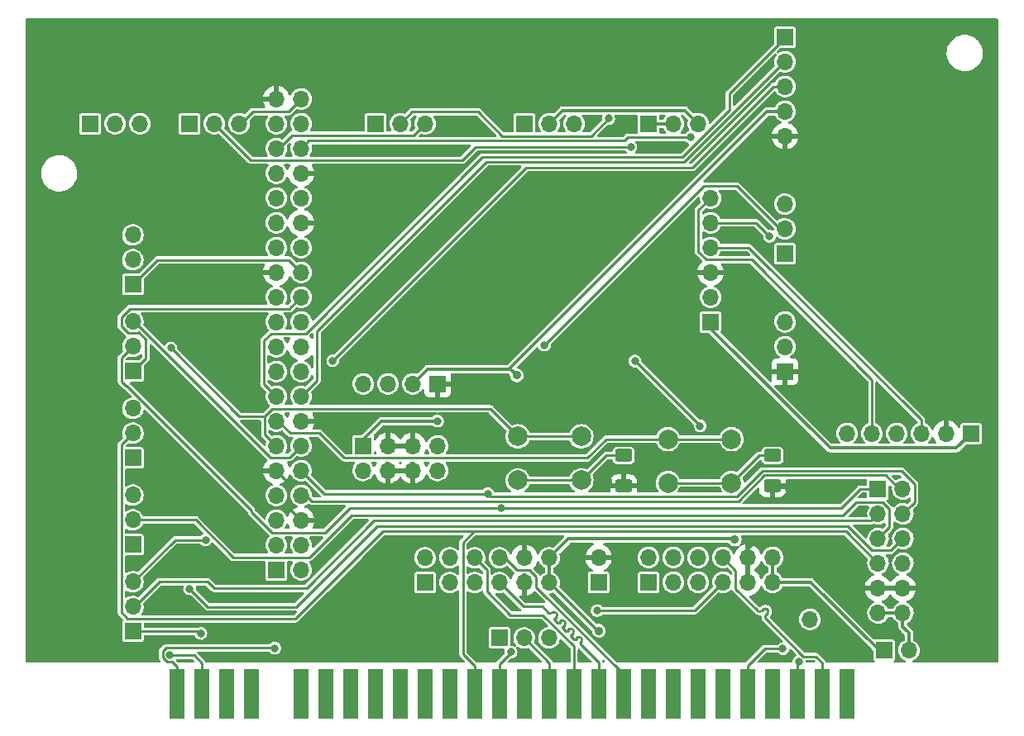
<source format=gbr>
%TF.GenerationSoftware,KiCad,Pcbnew,6.0.0-d3dd2cf0fa~116~ubuntu20.04.1*%
%TF.CreationDate,2022-02-13T01:33:04+01:00*%
%TF.ProjectId,addon-edge-rpi-i2s-pmod,6164646f-6e2d-4656-9467-652d7270692d,0.41*%
%TF.SameCoordinates,Original*%
%TF.FileFunction,Copper,L1,Top*%
%TF.FilePolarity,Positive*%
%FSLAX46Y46*%
G04 Gerber Fmt 4.6, Leading zero omitted, Abs format (unit mm)*
G04 Created by KiCad (PCBNEW 6.0.0-d3dd2cf0fa~116~ubuntu20.04.1) date 2022-02-13 01:33:04*
%MOMM*%
%LPD*%
G01*
G04 APERTURE LIST*
G04 Aperture macros list*
%AMRoundRect*
0 Rectangle with rounded corners*
0 $1 Rounding radius*
0 $2 $3 $4 $5 $6 $7 $8 $9 X,Y pos of 4 corners*
0 Add a 4 corners polygon primitive as box body*
4,1,4,$2,$3,$4,$5,$6,$7,$8,$9,$2,$3,0*
0 Add four circle primitives for the rounded corners*
1,1,$1+$1,$2,$3*
1,1,$1+$1,$4,$5*
1,1,$1+$1,$6,$7*
1,1,$1+$1,$8,$9*
0 Add four rect primitives between the rounded corners*
20,1,$1+$1,$2,$3,$4,$5,0*
20,1,$1+$1,$4,$5,$6,$7,0*
20,1,$1+$1,$6,$7,$8,$9,0*
20,1,$1+$1,$8,$9,$2,$3,0*%
G04 Aperture macros list end*
%TA.AperFunction,ComponentPad*%
%ADD10R,1.700000X1.700000*%
%TD*%
%TA.AperFunction,ComponentPad*%
%ADD11O,1.700000X1.700000*%
%TD*%
%TA.AperFunction,SMDPad,CuDef*%
%ADD12R,1.524000X5.080000*%
%TD*%
%TA.AperFunction,ComponentPad*%
%ADD13C,2.000000*%
%TD*%
%TA.AperFunction,SMDPad,CuDef*%
%ADD14RoundRect,0.250000X0.625000X-0.400000X0.625000X0.400000X-0.625000X0.400000X-0.625000X-0.400000X0*%
%TD*%
%TA.AperFunction,ViaPad*%
%ADD15C,0.800000*%
%TD*%
%TA.AperFunction,ViaPad*%
%ADD16C,0.900000*%
%TD*%
%TA.AperFunction,Conductor*%
%ADD17C,0.250000*%
%TD*%
%TA.AperFunction,Conductor*%
%ADD18C,0.350000*%
%TD*%
G04 APERTURE END LIST*
D10*
%TO.P,JP5,1,Pin_1*%
%TO.N,+3V3*%
X196845000Y-137795000D03*
D11*
%TO.P,JP5,2,Pin_2*%
%TO.N,Net-(J3-Pad12)*%
X199385000Y-137795000D03*
%TD*%
D10*
%TO.P,JP22,1,Pin_1*%
%TO.N,/A27_DIN_I2S*%
X125730000Y-83820000D03*
D11*
%TO.P,JP22,2,Pin_2*%
%TO.N,/DAC_DIN_I2S*%
X128270000Y-83820000D03*
%TO.P,JP22,3,Pin_3*%
%TO.N,/B13_SPI1_SCLK_DABD*%
X130810000Y-83820000D03*
%TD*%
%TO.P,J11,1,Pin_1*%
%TO.N,/B24_JOY_SEL*%
X189230000Y-134620000D03*
%TD*%
D12*
%TO.P,EDGE1,B1,A15*%
%TO.N,/B1_CE2_UART_RX*%
X124460000Y-142240000D03*
%TO.P,EDGE1,B2,A13*%
%TO.N,/B2_BCLK_I2S*%
X127000000Y-142240000D03*
%TO.P,EDGE1,B3,D7*%
%TO.N,unconnected-(EDGE1-PadB3)*%
X129540000Y-142240000D03*
%TO.P,EDGE1,B4,NC*%
%TO.N,unconnected-(EDGE1-PadB4)*%
X132080000Y-142240000D03*
%TO.P,EDGE1,B6,D0*%
%TO.N,unconnected-(EDGE1-PadB6)*%
X137160000Y-142240000D03*
%TO.P,EDGE1,B7,D1*%
%TO.N,unconnected-(EDGE1-PadB7)*%
X139700000Y-142240000D03*
%TO.P,EDGE1,B8,D2*%
%TO.N,unconnected-(EDGE1-PadB8)*%
X142240000Y-142240000D03*
%TO.P,EDGE1,B9,D6*%
%TO.N,unconnected-(EDGE1-PadB9)*%
X144780000Y-142240000D03*
%TO.P,EDGE1,B10,D5*%
%TO.N,unconnected-(EDGE1-PadB10)*%
X147320000Y-142240000D03*
%TO.P,EDGE1,B11,D3*%
%TO.N,unconnected-(EDGE1-PadB11)*%
X149860000Y-142240000D03*
%TO.P,EDGE1,B12,D4*%
%TO.N,unconnected-(EDGE1-PadB12)*%
X152400000Y-142240000D03*
%TO.P,EDGE1,B13,/INT*%
%TO.N,/B13_SCLK_DABD*%
X154940000Y-142240000D03*
%TO.P,EDGE1,B14,/NMI*%
%TO.N,/B14_CE0_CLKBD*%
X157480000Y-142240000D03*
%TO.P,EDGE1,B15,/HALT*%
%TO.N,unconnected-(EDGE1-PadB15)*%
X160020000Y-142240000D03*
%TO.P,EDGE1,B16,/MREQ*%
%TO.N,/B16_PMOD_UARTX_MIDI*%
X162560000Y-142240000D03*
%TO.P,EDGE1,B17,/IORQ*%
%TO.N,/B17_PMOD1_D6*%
X165100000Y-142240000D03*
%TO.P,EDGE1,B18,/RD*%
%TO.N,/B18_PMOD1_D3*%
X167640000Y-142240000D03*
%TO.P,EDGE1,B19,/WR*%
%TO.N,/B19_PMOD1_D7*%
X170180000Y-142240000D03*
%TO.P,EDGE1,B20,-5V*%
%TO.N,unconnected-(EDGE1-PadB20)*%
X172720000Y-142240000D03*
%TO.P,EDGE1,B21,/WAIT*%
%TO.N,unconnected-(EDGE1-PadB21)*%
X175260000Y-142240000D03*
%TO.P,EDGE1,B22,+12V*%
%TO.N,unconnected-(EDGE1-PadB22)*%
X177800000Y-142240000D03*
%TO.P,EDGE1,B23,-12V*%
%TO.N,unconnected-(EDGE1-PadB23)*%
X180340000Y-142240000D03*
%TO.P,EDGE1,B24,/M1*%
%TO.N,/B24_JOY_SEL*%
X182880000Y-142240000D03*
%TO.P,EDGE1,B25,/RFSH*%
%TO.N,unconnected-(EDGE1-PadB25)*%
X185420000Y-142240000D03*
%TO.P,EDGE1,B26,A8*%
%TO.N,/B26_WSEL_LRCLK_I2S*%
X187960000Y-142240000D03*
%TO.P,EDGE1,B27,A10*%
%TO.N,/B27_PMOD2_D7*%
X190500000Y-142240000D03*
%TO.P,EDGE1,B28,NC2*%
%TO.N,unconnected-(EDGE1-PadB28)*%
X193040000Y-142240000D03*
%TD*%
D13*
%TO.P,BUT1,1*%
%TO.N,Net-(BUT1-Pad1)*%
X159350000Y-120370000D03*
X165850000Y-120370000D03*
%TO.P,BUT1,2*%
%TO.N,/A2_SPI1_CE1*%
X159350000Y-115870000D03*
X165850000Y-115870000D03*
%TD*%
D10*
%TO.P,JP32,1,Pin_1*%
%TO.N,/B16_UART_TX_MIDI*%
X157465000Y-136525000D03*
D11*
%TO.P,JP32,2,Pin_2*%
%TO.N,/B16_PMOD_UARTX_MIDI*%
X160005000Y-136525000D03*
%TO.P,JP32,3,Pin_3*%
%TO.N,/B16_PMOD2_D3*%
X162545000Y-136525000D03*
%TD*%
D10*
%TO.P,JP45,1,Pin_1*%
%TO.N,/A2_SPI0_CE1*%
X119945000Y-100300000D03*
D11*
%TO.P,JP45,2,Pin_2*%
%TO.N,/A2_CE1*%
X119945000Y-97760000D03*
%TO.P,JP45,3,Pin_3*%
%TO.N,/A2_SPI1_CE1*%
X119945000Y-95220000D03*
%TD*%
D10*
%TO.P,J5,1,Pin_1*%
%TO.N,VIN*%
X205740000Y-115570000D03*
D11*
%TO.P,J5,2,Pin_2*%
%TO.N,GND*%
X203200000Y-115570000D03*
%TO.P,J5,3,Pin_3*%
%TO.N,/DAC_WSEL_LRCLK_I2S*%
X200660000Y-115570000D03*
%TO.P,J5,4,Pin_4*%
%TO.N,/DAC_DIN_I2S*%
X198120000Y-115570000D03*
%TO.P,J5,5,Pin_5*%
%TO.N,/DAC_BCLK_I2S*%
X195580000Y-115570000D03*
%TO.P,J5,6,Pin_6*%
%TO.N,unconnected-(J5-Pad6)*%
X193040000Y-115570000D03*
%TD*%
D14*
%TO.P,R1,1*%
%TO.N,GND*%
X170180000Y-120930000D03*
%TO.P,R1,2*%
%TO.N,Net-(BUT1-Pad1)*%
X170180000Y-117830000D03*
%TD*%
D13*
%TO.P,BUT2,1*%
%TO.N,Net-(BUT2-Pad1)*%
X174720000Y-120650000D03*
X181220000Y-120650000D03*
%TO.P,BUT2,2*%
%TO.N,/PIMIDI_BUT2*%
X181220000Y-116150000D03*
X174720000Y-116150000D03*
%TD*%
D10*
%TO.P,JP43,1,Pin_1*%
%TO.N,/B13_SPI0_SCLK*%
X119945000Y-118080000D03*
D11*
%TO.P,JP43,2,Pin_2*%
%TO.N,/B13_SCLK_DABD*%
X119945000Y-115540000D03*
%TO.P,JP43,3,Pin_3*%
%TO.N,/B13_SPI1_SCLK_DABD*%
X119945000Y-113000000D03*
%TD*%
D10*
%TO.P,JP44,1,Pin_1*%
%TO.N,/B14_SPI0_CE0*%
X119945000Y-109190000D03*
D11*
%TO.P,JP44,2,Pin_2*%
%TO.N,/B14_CE0_CLKBD*%
X119945000Y-106650000D03*
%TO.P,JP44,3,Pin_3*%
%TO.N,/B14_SPI1_CE0_CLKBD*%
X119945000Y-104110000D03*
%TD*%
D10*
%TO.P,J1,1,Pin_1*%
%TO.N,/A9_PMOD1_D0*%
X149860000Y-130850000D03*
D11*
%TO.P,J1,2,Pin_2*%
%TO.N,/A11_PMOD1_D1*%
X152400000Y-130850000D03*
%TO.P,J1,3,Pin_3*%
%TO.N,/A12_PMOD1_D2*%
X154940000Y-130850000D03*
%TO.P,J1,4,Pin_4*%
%TO.N,/B18_PMOD1_D3*%
X157480000Y-130850000D03*
%TO.P,J1,5,Pin_5*%
%TO.N,GND*%
X160020000Y-130850000D03*
%TO.P,J1,6,Pin_6*%
%TO.N,+3V3*%
X162560000Y-130850000D03*
%TO.P,J1,7,Pin_7*%
%TO.N,/A8_PMOD1_D4*%
X149860000Y-128310000D03*
%TO.P,J1,8,Pin_8*%
%TO.N,/A10_PMOD1_D5*%
X152400000Y-128310000D03*
%TO.P,J1,9,Pin_9*%
%TO.N,/B17_PMOD1_D6*%
X154940000Y-128310000D03*
%TO.P,J1,10,Pin_10*%
%TO.N,/B19_PMOD1_D7*%
X157480000Y-128310000D03*
%TO.P,J1,11,Pin_11*%
%TO.N,GND*%
X160020000Y-128310000D03*
%TO.P,J1,12,Pin_12*%
%TO.N,+3V3*%
X162560000Y-128310000D03*
%TD*%
D10*
%TO.P,J2,1,Pin_1*%
%TO.N,/A21_PMOD2_D0*%
X172720000Y-130830000D03*
D11*
%TO.P,J2,2,Pin_2*%
%TO.N,/A22_PMOD2_D1*%
X175260000Y-130830000D03*
%TO.P,J2,3,Pin_3*%
%TO.N,/A24_PMOD2_D2*%
X177800000Y-130830000D03*
%TO.P,J2,4,Pin_4*%
%TO.N,/B16_PMOD2_D3*%
X180340000Y-130830000D03*
%TO.P,J2,5,Pin_5*%
%TO.N,GND*%
X182880000Y-130830000D03*
%TO.P,J2,6,Pin_6*%
%TO.N,+3V3*%
X185420000Y-130830000D03*
%TO.P,J2,7,Pin_7*%
%TO.N,/A20_PMOD2_D4*%
X172720000Y-128290000D03*
%TO.P,J2,8,Pin_8*%
%TO.N,/A23_PMOD2_D5*%
X175260000Y-128290000D03*
%TO.P,J2,9,Pin_9*%
%TO.N,/A25_PMOD2_D6*%
X177800000Y-128290000D03*
%TO.P,J2,10,Pin_10*%
%TO.N,/B27_PMOD2_D7*%
X180340000Y-128290000D03*
%TO.P,J2,11,Pin_11*%
%TO.N,GND*%
X182880000Y-128290000D03*
%TO.P,J2,12,Pin_12*%
%TO.N,+3V3*%
X185420000Y-128290000D03*
%TD*%
D10*
%TO.P,J4,1,Pin_1*%
%TO.N,VIN*%
X179070000Y-104140000D03*
D11*
%TO.P,J4,2,Pin_2*%
%TO.N,unconnected-(J4-Pad2)*%
X179070000Y-101600000D03*
%TO.P,J4,3,Pin_3*%
%TO.N,GND*%
X179070000Y-99060000D03*
%TO.P,J4,4,Pin_4*%
%TO.N,/DAC_WSEL_LRCLK_I2S*%
X179070000Y-96520000D03*
%TO.P,J4,5,Pin_5*%
%TO.N,/DAC_DIN_I2S*%
X179070000Y-93980000D03*
%TO.P,J4,6,Pin_6*%
%TO.N,/DAC_BCLK_I2S*%
X179070000Y-91440000D03*
%TD*%
D10*
%TO.P,JP31,1,Pin_1*%
%TO.N,/B1_UART_RX*%
X186690000Y-97140000D03*
D11*
%TO.P,JP31,2,Pin_2*%
%TO.N,/B1_CE2_UART_RX*%
X186690000Y-94600000D03*
%TO.P,JP31,3,Pin_3*%
%TO.N,/B1_SPI1_CE2*%
X186690000Y-92060000D03*
%TD*%
D10*
%TO.P,JP12,1,Pin_1*%
%TO.N,VIN*%
X172720000Y-83820000D03*
D11*
%TO.P,JP12,2,Pin_2*%
X175260000Y-83820000D03*
%TO.P,JP12,3,Pin_3*%
%TO.N,/JP11_Vout*%
X177800000Y-83820000D03*
%TD*%
D10*
%TO.P,J10,1,Pin_1*%
%TO.N,+5V*%
X167615000Y-130830000D03*
D11*
%TO.P,J10,2,Pin_2*%
%TO.N,GND*%
X167615000Y-128290000D03*
%TD*%
D10*
%TO.P,J7,1,Pin_1*%
%TO.N,GND*%
X186690000Y-109205000D03*
D11*
%TO.P,J7,2,Pin_2*%
%TO.N,/B1_UART_RX*%
X186690000Y-106665000D03*
%TO.P,J7,3,Pin_3*%
%TO.N,/B16_UART_TX_MIDI*%
X186690000Y-104125000D03*
%TD*%
D10*
%TO.P,RPI1,1,3.3V*%
%TO.N,3V3pi*%
X134620000Y-129540000D03*
D11*
%TO.P,RPI1,2,5.0V*%
%TO.N,5Vpi*%
X137160000Y-129540000D03*
%TO.P,RPI1,3,SDA*%
%TO.N,/SDA_RPI*%
X134620000Y-127000000D03*
%TO.P,RPI1,4,5.0V@1*%
%TO.N,5Vpi*%
X137160000Y-127000000D03*
%TO.P,RPI1,5,SCL*%
%TO.N,/SCL_RPI*%
X134620000Y-124460000D03*
%TO.P,RPI1,6,GND*%
%TO.N,GND*%
X137160000Y-124460000D03*
%TO.P,RPI1,7,GPIO4*%
%TO.N,/PIMIDI_BUT5*%
X134620000Y-121920000D03*
%TO.P,RPI1,8,TXD*%
%TO.N,/B1_UART_RX*%
X137160000Y-121920000D03*
%TO.P,RPI1,9,GND@4*%
%TO.N,GND*%
X134620000Y-119380000D03*
%TO.P,RPI1,10,RXD*%
%TO.N,/B16_UART_TX_MIDI*%
X137160000Y-119380000D03*
%TO.P,RPI1,11,GPIO17*%
%TO.N,/A2_SPI1_CE1*%
X134620000Y-116840000D03*
%TO.P,RPI1,12,GPIO18*%
%TO.N,/B14_SPI1_CE0_CLKBD*%
X137160000Y-116840000D03*
%TO.P,RPI1,13,GPIO27*%
%TO.N,/PIMIDI_BUT2*%
X134620000Y-114300000D03*
%TO.P,RPI1,14,GND@1*%
%TO.N,GND*%
X137160000Y-114300000D03*
%TO.P,RPI1,15,GPIO22*%
%TO.N,/PIMIDI_B3_CLK*%
X134620000Y-111760000D03*
%TO.P,RPI1,16,GPIO23*%
%TO.N,/PIMIDI_B4_DAT*%
X137160000Y-111760000D03*
%TO.P,RPI1,17,3.3V@1*%
%TO.N,3V3pi*%
X134620000Y-109220000D03*
%TO.P,RPI1,18,GPIO24*%
%TO.N,unconnected-(RPI1-Pad18)*%
X137160000Y-109220000D03*
%TO.P,RPI1,19,SPI_MOSI*%
%TO.N,/A1_SPI0_MOSI*%
X134620000Y-106680000D03*
%TO.P,RPI1,20,GND@2*%
%TO.N,GND*%
X137160000Y-106680000D03*
%TO.P,RPI1,21,SPI_MISO*%
%TO.N,/A28_SPI0_MISO*%
X134620000Y-104140000D03*
%TO.P,RPI1,22,GPIO25*%
%TO.N,unconnected-(RPI1-Pad22)*%
X137160000Y-104140000D03*
%TO.P,RPI1,23,SPI_SCLK*%
%TO.N,/B13_SPI0_SCLK*%
X134620000Y-101600000D03*
%TO.P,RPI1,24,#SPI_CE0*%
%TO.N,/B14_SPI0_CE0*%
X137160000Y-101600000D03*
%TO.P,RPI1,25,GND@3*%
%TO.N,GND*%
X134620000Y-99060000D03*
%TO.P,RPI1,26,#SPI_CE1*%
%TO.N,/A2_SPI0_CE1*%
X137160000Y-99060000D03*
%TO.P,RPI1,27,EEDATA*%
%TO.N,unconnected-(RPI1-Pad27)*%
X134620000Y-96520000D03*
%TO.P,RPI1,28,EECLK*%
%TO.N,unconnected-(RPI1-Pad28)*%
X137160000Y-96520000D03*
%TO.P,RPI1,29,GPIO5*%
%TO.N,unconnected-(RPI1-Pad29)*%
X134620000Y-93980000D03*
%TO.P,RPI1,30,GND@6*%
%TO.N,GND*%
X137160000Y-93980000D03*
%TO.P,RPI1,31,GPIO6*%
%TO.N,unconnected-(RPI1-Pad31)*%
X134620000Y-91440000D03*
%TO.P,RPI1,32,GPIO12*%
%TO.N,unconnected-(RPI1-Pad32)*%
X137160000Y-91440000D03*
%TO.P,RPI1,33,GPIO13*%
%TO.N,unconnected-(RPI1-Pad33)*%
X134620000Y-88900000D03*
%TO.P,RPI1,34,GND@7*%
%TO.N,GND*%
X137160000Y-88900000D03*
%TO.P,RPI1,35,GPIO19*%
%TO.N,/A28_SPI1_MISO_WSBD*%
X134620000Y-86360000D03*
%TO.P,RPI1,36,GPIO16*%
%TO.N,/B1_SPI1_CE2*%
X137160000Y-86360000D03*
%TO.P,RPI1,37,GPIO26*%
%TO.N,unconnected-(RPI1-Pad37)*%
X134620000Y-83820000D03*
%TO.P,RPI1,38,GPIO20*%
%TO.N,/A1_SPI1_MOSI*%
X137160000Y-83820000D03*
%TO.P,RPI1,39,GND@5*%
%TO.N,GND*%
X134620000Y-81280000D03*
%TO.P,RPI1,40,GPIO21*%
%TO.N,/B13_SPI1_SCLK_DABD*%
X137160000Y-81280000D03*
%TD*%
D10*
%TO.P,JP42,1,Pin_1*%
%TO.N,/A28_SPI0_MISO*%
X119945000Y-126970000D03*
D11*
%TO.P,JP42,2,Pin_2*%
%TO.N,/A28_MISO_WSBD*%
X119945000Y-124430000D03*
%TO.P,JP42,3,Pin_3*%
%TO.N,/A28_SPI1_MISO_WSBD*%
X119945000Y-121890000D03*
%TD*%
D14*
%TO.P,R2,1*%
%TO.N,GND*%
X185420000Y-120930000D03*
%TO.P,R2,2*%
%TO.N,Net-(BUT2-Pad1)*%
X185420000Y-117830000D03*
%TD*%
D10*
%TO.P,J6,1,Pin_1*%
%TO.N,5Vpi*%
X143520000Y-116820000D03*
D11*
%TO.P,J6,2,Pin_2*%
X143520000Y-119360000D03*
%TO.P,J6,3,Pin_3*%
%TO.N,GND*%
X146060000Y-116820000D03*
%TO.P,J6,4,Pin_4*%
X146060000Y-119360000D03*
%TO.P,J6,5,Pin_5*%
X148600000Y-116820000D03*
%TO.P,J6,6,Pin_6*%
X148600000Y-119360000D03*
%TO.P,J6,7,Pin_7*%
%TO.N,3V3pi*%
X151140000Y-116820000D03*
%TO.P,J6,8,Pin_8*%
X151140000Y-119360000D03*
%TD*%
D10*
%TO.P,J9,1,Pin_1*%
%TO.N,/PIMIDI_B3_CLK*%
X186690000Y-74930000D03*
D11*
%TO.P,J9,2,Pin_2*%
%TO.N,/PIMIDI_B4_DAT*%
X186690000Y-77470000D03*
%TO.P,J9,3,Pin_3*%
%TO.N,/PIMIDI_BUT5*%
X186690000Y-80010000D03*
%TO.P,J9,4,Pin_4*%
%TO.N,3V3pi*%
X186690000Y-82550000D03*
%TO.P,J9,5,Pin_5*%
%TO.N,GND*%
X186690000Y-85090000D03*
%TD*%
D10*
%TO.P,JP23,1,Pin_1*%
%TO.N,/B26_WSEL_LRCLK_I2S*%
X144780000Y-83820000D03*
D11*
%TO.P,JP23,2,Pin_2*%
%TO.N,/DAC_WSEL_LRCLK_I2S*%
X147320000Y-83820000D03*
%TO.P,JP23,3,Pin_3*%
%TO.N,/A28_SPI1_MISO_WSBD*%
X149860000Y-83820000D03*
%TD*%
D10*
%TO.P,JP21,1,Pin_1*%
%TO.N,/B2_BCLK_I2S*%
X115570000Y-83820000D03*
D11*
%TO.P,JP21,2,Pin_2*%
%TO.N,/DAC_BCLK_I2S*%
X118110000Y-83820000D03*
%TO.P,JP21,3,Pin_3*%
%TO.N,/B14_SPI1_CE0_CLKBD*%
X120650000Y-83820000D03*
%TD*%
D10*
%TO.P,J8,1,Pin_1*%
%TO.N,GND*%
X151130000Y-110490000D03*
D11*
%TO.P,J8,2,Pin_2*%
%TO.N,3V3pi*%
X148590000Y-110490000D03*
%TO.P,J8,3,Pin_3*%
%TO.N,/SCL_RPI*%
X146050000Y-110490000D03*
%TO.P,J8,4,Pin_4*%
%TO.N,/SDA_RPI*%
X143510000Y-110490000D03*
%TD*%
D10*
%TO.P,J3,1,Pin_1*%
%TO.N,/B14_CE0_CLKBD*%
X196215000Y-121260000D03*
D11*
%TO.P,J3,2,Pin_2*%
%TO.N,/A1_MOSI*%
X196215000Y-123800000D03*
%TO.P,J3,3,Pin_3*%
%TO.N,/A28_MISO_WSBD*%
X196215000Y-126340000D03*
%TO.P,J3,4,Pin_4*%
%TO.N,/B13_SCLK_DABD*%
X196215000Y-128880000D03*
%TO.P,J3,5,Pin_5*%
%TO.N,GND*%
X196215000Y-131420000D03*
%TO.P,J3,6,Pin_6*%
%TO.N,Net-(J3-Pad12)*%
X196215000Y-133960000D03*
%TO.P,J3,7,Pin_7*%
%TO.N,/B1_UART_RX*%
X198755000Y-121260000D03*
%TO.P,J3,8,Pin_8*%
%TO.N,/B16_UART_TX_MIDI*%
X198755000Y-123800000D03*
%TO.P,J3,9,Pin_9*%
%TO.N,/A2_CE1*%
X198755000Y-126340000D03*
%TO.P,J3,10,Pin_10*%
%TO.N,/B1_SPI1_CE2*%
X198755000Y-128880000D03*
%TO.P,J3,11,Pin_11*%
%TO.N,GND*%
X198755000Y-131420000D03*
%TO.P,J3,12,Pin_12*%
%TO.N,Net-(J3-Pad12)*%
X198755000Y-133960000D03*
%TD*%
D10*
%TO.P,JP11,1,Pin_1*%
%TO.N,5Vpi*%
X160020000Y-83820000D03*
D11*
%TO.P,JP11,2,Pin_2*%
%TO.N,/JP11_Vout*%
X162560000Y-83820000D03*
%TO.P,JP11,3,Pin_3*%
%TO.N,+5V*%
X165100000Y-83820000D03*
%TD*%
D10*
%TO.P,JP41,1,Pin_1*%
%TO.N,/A1_SPI0_MOSI*%
X119945000Y-135845000D03*
D11*
%TO.P,JP41,2,Pin_2*%
%TO.N,/A1_MOSI*%
X119945000Y-133305000D03*
%TO.P,JP41,3,Pin_3*%
%TO.N,/A1_SPI1_MOSI*%
X119945000Y-130765000D03*
%TD*%
D15*
%TO.N,/B26_WSEL_LRCLK_I2S*%
X178010000Y-114790000D03*
X188112088Y-138974375D03*
X171330000Y-108150000D03*
%TO.N,/B2_BCLK_I2S*%
X123710000Y-138267700D03*
%TO.N,/B1_CE2_UART_RX*%
X162068200Y-106501600D03*
X134456000Y-137570000D03*
%TO.N,/B16_UART_TX_MIDI*%
X156286500Y-121745600D03*
%TO.N,/PIMIDI_BUT5*%
X140410000Y-108110000D03*
%TO.N,/A2_SPI1_CE1*%
X123835600Y-106808000D03*
%TO.N,5Vpi*%
X151130000Y-114300000D03*
D16*
%TO.N,GND*%
X168573700Y-120414100D03*
X187005200Y-121113100D03*
X189992000Y-126734500D03*
%TO.N,+3V3*%
X181550000Y-126424500D03*
X167650000Y-135790000D03*
%TO.N,3V3pi*%
X159240000Y-109610000D03*
D15*
%TO.N,/A2_CE1*%
X125753600Y-131487200D03*
%TO.N,/B14_CE0_CLKBD*%
X157650000Y-123234200D03*
X158650000Y-137980000D03*
%TO.N,/B1_SPI1_CE2*%
X177043000Y-85206000D03*
%TO.N,/A1_SPI0_MOSI*%
X126899100Y-136063000D03*
%TO.N,/A1_SPI1_MOSI*%
X127389400Y-126474000D03*
%TO.N,/B24_JOY_SEL*%
X186480000Y-137630000D03*
%TO.N,/DAC_WSEL_LRCLK_I2S*%
X168655000Y-83280200D03*
%TO.N,/DAC_DIN_I2S*%
X170914100Y-86205300D03*
X185110500Y-95361700D03*
%TO.N,/B16_PMOD2_D3*%
X167475000Y-133725000D03*
%TD*%
D17*
%TO.N,/B26_WSEL_LRCLK_I2S*%
X178010000Y-114790000D02*
X178010000Y-114780000D01*
X178010000Y-114780000D02*
X171380000Y-108150000D01*
X171380000Y-108150000D02*
X171330000Y-108150000D01*
X187960000Y-139126463D02*
X187960000Y-142240000D01*
X188112088Y-138974375D02*
X187960000Y-139126463D01*
%TO.N,/B2_BCLK_I2S*%
X123732300Y-138290000D02*
X126200000Y-138290000D01*
X123710000Y-138267700D02*
X123732300Y-138290000D01*
X127000000Y-139090000D02*
X127000000Y-142240000D01*
X126200000Y-138290000D02*
X127000000Y-139090000D01*
%TO.N,/B1_CE2_UART_RX*%
X186160000Y-94600000D02*
X181774100Y-90214100D01*
X181774100Y-90214100D02*
X178355700Y-90214100D01*
X178355700Y-90214100D02*
X162068200Y-106501600D01*
X186690000Y-94600000D02*
X186160000Y-94600000D01*
X134426000Y-137540000D02*
X123330000Y-137540000D01*
X122982289Y-138569129D02*
X123408571Y-138995411D01*
X124460000Y-139470000D02*
X124460000Y-142240000D01*
X134456000Y-137570000D02*
X134426000Y-137540000D01*
X123330000Y-137540000D02*
X122982289Y-137887711D01*
X122982289Y-137887711D02*
X122982289Y-138569129D01*
X123985411Y-138995411D02*
X124460000Y-139470000D01*
X123408571Y-138995411D02*
X123985411Y-138995411D01*
%TO.N,/B16_UART_TX_MIDI*%
X199973500Y-122586500D02*
X199973500Y-120786100D01*
X198755000Y-123800000D02*
X199705000Y-122850000D01*
X199705000Y-122850000D02*
X199710000Y-122850000D01*
X139545600Y-121745600D02*
X137180000Y-119380000D01*
X156286500Y-121745600D02*
X139545600Y-121745600D01*
X199710000Y-122850000D02*
X199973500Y-122586500D01*
X137180000Y-119380000D02*
X137160000Y-119380000D01*
X156527200Y-121986300D02*
X156286500Y-121745600D01*
X199973500Y-120786100D02*
X198595600Y-119408200D01*
X184381558Y-119408200D02*
X181803458Y-121986300D01*
X181803458Y-121986300D02*
X156527200Y-121986300D01*
X198595600Y-119408200D02*
X184381558Y-119408200D01*
D18*
%TO.N,Net-(J3-Pad12)*%
X198755000Y-133960000D02*
X196215000Y-133960000D01*
X198755000Y-133960000D02*
X198755000Y-135385000D01*
X199210000Y-135850000D02*
X199385000Y-136025000D01*
X199210000Y-135840000D02*
X199210000Y-135850000D01*
X199385000Y-136025000D02*
X199385000Y-137795000D01*
X198755000Y-135385000D02*
X199210000Y-135840000D01*
D17*
%TO.N,/PIMIDI_BUT5*%
X160220000Y-88300000D02*
X177221500Y-88300000D01*
X185511500Y-80010000D02*
X186690000Y-80010000D01*
X140410000Y-108110000D02*
X160220000Y-88300000D01*
X177221500Y-88300000D02*
X185511500Y-80010000D01*
%TO.N,/A2_SPI1_CE1*%
X159350000Y-115870000D02*
X156510000Y-113030000D01*
X134620000Y-116840000D02*
X133436500Y-115656500D01*
X165850000Y-115870000D02*
X159350000Y-115870000D01*
X156510000Y-113030000D02*
X134223200Y-113030000D01*
X130844300Y-113816700D02*
X123835600Y-106808000D01*
X133436500Y-113816700D02*
X130844300Y-113816700D01*
X134223200Y-113030000D02*
X133436500Y-113816700D01*
X133436500Y-115656500D02*
X133436500Y-113816700D01*
D18*
%TO.N,VIN*%
X204240000Y-117070000D02*
X191330000Y-117070000D01*
X179070000Y-104810000D02*
X179070000Y-104140000D01*
X191330000Y-117070000D02*
X179070000Y-104810000D01*
X175260000Y-83820000D02*
X172720000Y-83820000D01*
X205740000Y-115570000D02*
X204240000Y-117070000D01*
%TO.N,5Vpi*%
X151130000Y-114300000D02*
X145415000Y-114300000D01*
X145415000Y-114300000D02*
X143520000Y-116195000D01*
X143520000Y-116195000D02*
X143520000Y-116820000D01*
%TO.N,GND*%
X189992000Y-126734500D02*
X183595500Y-126734500D01*
X185603100Y-121113100D02*
X185420000Y-120930000D01*
X187005200Y-121113100D02*
X185603100Y-121113100D01*
X182880000Y-127450000D02*
X182880000Y-128290000D01*
X168573700Y-120414100D02*
X169089600Y-120930000D01*
D17*
X135844511Y-123144511D02*
X135844511Y-120604511D01*
D18*
X169089600Y-120930000D02*
X170180000Y-120930000D01*
D17*
X135844511Y-120604511D02*
X134620000Y-119380000D01*
X137160000Y-124460000D02*
X135844511Y-123144511D01*
D18*
X183595500Y-126734500D02*
X182880000Y-127450000D01*
%TO.N,+3V3*%
X189350000Y-130830000D02*
X196315000Y-137795000D01*
X162590000Y-130850000D02*
X162560000Y-130850000D01*
X167650000Y-135790000D02*
X167530000Y-135790000D01*
X167530000Y-135790000D02*
X162590000Y-130850000D01*
X164750000Y-126370000D02*
X181495500Y-126370000D01*
X196315000Y-137795000D02*
X196845000Y-137795000D01*
X181495500Y-126370000D02*
X181550000Y-126424500D01*
X185420000Y-130830000D02*
X189350000Y-130830000D01*
X164500000Y-126370000D02*
X164750000Y-126370000D01*
X162560000Y-128310000D02*
X164500000Y-126370000D01*
X162560000Y-128310000D02*
X162560000Y-130850000D01*
X185420000Y-128290000D02*
X185420000Y-130830000D01*
%TO.N,3V3pi*%
X184852800Y-82550000D02*
X158812800Y-108590000D01*
X158812800Y-108590000D02*
X158810000Y-108590000D01*
X158810000Y-108590000D02*
X158590000Y-108810000D01*
X150120000Y-108960000D02*
X158590000Y-108960000D01*
X148590000Y-110490000D02*
X150120000Y-108960000D01*
X158590000Y-108810000D02*
X158590000Y-108960000D01*
X158590000Y-108960000D02*
X159240000Y-109610000D01*
X186690000Y-82550000D02*
X184852800Y-82550000D01*
D17*
%TO.N,/B14_SPI1_CE0_CLKBD*%
X120092300Y-104110000D02*
X134004800Y-118022500D01*
X119945000Y-104110000D02*
X120092300Y-104110000D01*
X135977500Y-118022500D02*
X137160000Y-116840000D01*
X134004800Y-118022500D02*
X135977500Y-118022500D01*
%TO.N,/PIMIDI_BUT2*%
X168405000Y-116150000D02*
X174720000Y-116150000D01*
X166490400Y-118064600D02*
X168405000Y-116150000D01*
X139021511Y-115524511D02*
X141561600Y-118064600D01*
X181220000Y-116150000D02*
X174720000Y-116150000D01*
X134620000Y-114300000D02*
X134810000Y-114300000D01*
X134810000Y-114300000D02*
X136034511Y-115524511D01*
X141561600Y-118064600D02*
X166490400Y-118064600D01*
X136034511Y-115524511D02*
X139021511Y-115524511D01*
%TO.N,/PIMIDI_B3_CLK*%
X134077289Y-105317711D02*
X137647825Y-105317711D01*
X133350000Y-110490000D02*
X133350000Y-106045000D01*
X133350000Y-106045000D02*
X134077289Y-105317711D01*
X134620000Y-111760000D02*
X133350000Y-110490000D01*
X181000600Y-80729400D02*
X186690000Y-75040000D01*
X176157300Y-87266100D02*
X181000600Y-82422800D01*
X155699436Y-87266100D02*
X176157300Y-87266100D01*
X137647825Y-105317711D02*
X155699436Y-87266100D01*
X186690000Y-75040000D02*
X186690000Y-74930000D01*
X181000600Y-82422800D02*
X181000600Y-80729400D01*
%TO.N,/PIMIDI_B4_DAT*%
X138790431Y-105049569D02*
X156120400Y-87719600D01*
X138790431Y-110129569D02*
X138790431Y-105049569D01*
X156120400Y-87719600D02*
X176345200Y-87719600D01*
X137160000Y-111760000D02*
X138790431Y-110129569D01*
X186594800Y-77470000D02*
X186690000Y-77470000D01*
X176345200Y-87719600D02*
X186594800Y-77470000D01*
%TO.N,/A2_CE1*%
X136660000Y-133350000D02*
X127616400Y-133350000D01*
X193100000Y-125060000D02*
X144950000Y-125060000D01*
X198755000Y-126340000D02*
X197547300Y-127547700D01*
X144950000Y-125060000D02*
X136660000Y-133350000D01*
X197547300Y-127547700D02*
X195587700Y-127547700D01*
X195587700Y-127547700D02*
X193100000Y-125060000D01*
X127616400Y-133350000D02*
X125753600Y-131487200D01*
%TO.N,/B14_CE0_CLKBD*%
X158650000Y-137980000D02*
X158650000Y-138010000D01*
X132080000Y-123440000D02*
X132080000Y-123630000D01*
X134180000Y-125730000D02*
X139610000Y-125730000D01*
X132080000Y-123630000D02*
X134180000Y-125730000D01*
X119250000Y-110700000D02*
X119340000Y-110700000D01*
X195036500Y-121260000D02*
X194395200Y-121260000D01*
X139610000Y-125730000D02*
X142139800Y-123200200D01*
X157583000Y-123200200D02*
X157616000Y-123200200D01*
X192455000Y-123200200D02*
X157583000Y-123200200D01*
X118766400Y-107828600D02*
X118766400Y-110216400D01*
X158650000Y-138010000D02*
X157480000Y-139180000D01*
X194395200Y-121260000D02*
X192455000Y-123200200D01*
X157616000Y-123200200D02*
X157650000Y-123234200D01*
X142139800Y-123200200D02*
X157583000Y-123200200D01*
X119340000Y-110700000D02*
X132080000Y-123440000D01*
X118766400Y-110216400D02*
X119250000Y-110700000D01*
X119945000Y-106650000D02*
X118766400Y-107828600D01*
X157480000Y-139180000D02*
X157480000Y-142240000D01*
X196215000Y-121260000D02*
X195036500Y-121260000D01*
%TO.N,/A28_MISO_WSBD*%
X197396800Y-125158200D02*
X197396800Y-123314000D01*
X157951429Y-123961911D02*
X157348571Y-123961911D01*
X197396800Y-123314000D02*
X196687600Y-122604800D01*
X196687600Y-122604800D02*
X194012300Y-122604800D01*
X157348571Y-123961911D02*
X157346660Y-123960000D01*
X194012300Y-122604800D02*
X192657100Y-123960000D01*
X192657100Y-123960000D02*
X157953340Y-123960000D01*
X157953340Y-123960000D02*
X157951429Y-123961911D01*
X126374540Y-124430000D02*
X119945000Y-124430000D01*
X137980000Y-128270000D02*
X130214540Y-128270000D01*
X130214540Y-128270000D02*
X126374540Y-124430000D01*
X142290000Y-123960000D02*
X137980000Y-128270000D01*
X196215000Y-126340000D02*
X197396800Y-125158200D01*
X157346660Y-123960000D02*
X142290000Y-123960000D01*
%TO.N,/B1_SPI1_CE2*%
X170234700Y-85565300D02*
X170594000Y-85206000D01*
X137160000Y-86360000D02*
X137954700Y-85565300D01*
X170594000Y-85206000D02*
X177043000Y-85206000D01*
X137954700Y-85565300D02*
X170234700Y-85565300D01*
%TO.N,/A1_MOSI*%
X120115000Y-133305000D02*
X122660511Y-130759489D01*
X119945000Y-133305000D02*
X120115000Y-133305000D01*
X127584489Y-130759489D02*
X128270000Y-131445000D01*
X137725000Y-131445000D02*
X144650000Y-124520000D01*
X195500000Y-124520000D02*
X196215000Y-123805000D01*
X144650000Y-124520000D02*
X195500000Y-124520000D01*
X196215000Y-123805000D02*
X196215000Y-123800000D01*
X122660511Y-130759489D02*
X127584489Y-130759489D01*
X128270000Y-131445000D02*
X137725000Y-131445000D01*
%TO.N,/B13_SCLK_DABD*%
X153723000Y-138154500D02*
X154940000Y-139371500D01*
X119945000Y-115540000D02*
X118766400Y-116718600D01*
X136582700Y-134562300D02*
X145545000Y-125600000D01*
X153723000Y-126737000D02*
X153723000Y-138154500D01*
X118766400Y-133916700D02*
X119412000Y-134562300D01*
X145545000Y-125600000D02*
X154860000Y-125600000D01*
X154940000Y-139371500D02*
X154940000Y-142240000D01*
X192935000Y-125600000D02*
X154860000Y-125600000D01*
X119412000Y-134562300D02*
X136582700Y-134562300D01*
X196215000Y-128880000D02*
X192935000Y-125600000D01*
X118766400Y-116718600D02*
X118766400Y-133916700D01*
X154860000Y-125600000D02*
X153723000Y-126737000D01*
%TO.N,/A1_SPI0_MOSI*%
X126681100Y-135845000D02*
X126899100Y-136063000D01*
X119945000Y-135845000D02*
X126681100Y-135845000D01*
%TO.N,/B1_UART_RX*%
X137690000Y-121920000D02*
X138276500Y-122506500D01*
X198386700Y-121260000D02*
X198755000Y-121260000D01*
X138276500Y-122506500D02*
X181923500Y-122506500D01*
X184567200Y-119862800D02*
X196989500Y-119862800D01*
X137160000Y-121920000D02*
X137690000Y-121920000D01*
X196989500Y-119862800D02*
X198386700Y-121260000D01*
X181923500Y-122506500D02*
X184567200Y-119862800D01*
%TO.N,/A2_SPI0_CE1*%
X137160000Y-99060000D02*
X135890000Y-97790000D01*
X122455000Y-97790000D02*
X119945000Y-100300000D01*
X135890000Y-97790000D02*
X122455000Y-97790000D01*
%TO.N,/A28_SPI1_MISO_WSBD*%
X149860000Y-83820000D02*
X148681500Y-84998500D01*
X148681500Y-84998500D02*
X136221500Y-84998500D01*
X136221500Y-84998500D02*
X134860000Y-86360000D01*
X134860000Y-86360000D02*
X134620000Y-86360000D01*
%TO.N,/A1_SPI1_MOSI*%
X124296000Y-126474000D02*
X127389400Y-126474000D01*
X120005000Y-130765000D02*
X124296000Y-126474000D01*
X119945000Y-130765000D02*
X120005000Y-130765000D01*
%TO.N,/B13_SPI1_SCLK_DABD*%
X132216900Y-82583100D02*
X130980000Y-83820000D01*
X130980000Y-83820000D02*
X130810000Y-83820000D01*
X137160000Y-81280000D02*
X135856900Y-82583100D01*
X135856900Y-82583100D02*
X132216900Y-82583100D01*
%TO.N,/B14_SPI0_CE0*%
X121285579Y-107849421D02*
X119945000Y-109190000D01*
X118767289Y-104597825D02*
X119457175Y-105287711D01*
X118767289Y-103622175D02*
X118767289Y-104597825D01*
X119611753Y-102777711D02*
X118767289Y-103622175D01*
X120531297Y-105189239D02*
X121285579Y-105943521D01*
X136090000Y-102670000D02*
X136090000Y-102690000D01*
X119457175Y-105287711D02*
X120432825Y-105287711D01*
X137160000Y-101600000D02*
X136090000Y-102670000D01*
X136090000Y-102690000D02*
X136002289Y-102777711D01*
X136002289Y-102777711D02*
X119611753Y-102777711D01*
X120432825Y-105287711D02*
X120531297Y-105189239D01*
X121285579Y-105943521D02*
X121285579Y-107849421D01*
%TO.N,Net-(BUT1-Pad1)*%
X170180000Y-117830000D02*
X168390000Y-117830000D01*
X165850000Y-120370000D02*
X159350000Y-120370000D01*
X168390000Y-117830000D02*
X165850000Y-120370000D01*
%TO.N,Net-(BUT2-Pad1)*%
X184040000Y-117830000D02*
X181220000Y-120650000D01*
X185420000Y-117830000D02*
X184040000Y-117830000D01*
X181220000Y-120650000D02*
X174720000Y-120650000D01*
D18*
%TO.N,/JP11_Vout*%
X163925100Y-82454900D02*
X162560000Y-83820000D01*
X176434900Y-82454900D02*
X163925100Y-82454900D01*
X177800000Y-83820000D02*
X176434900Y-82454900D01*
D17*
%TO.N,/B17_PMOD1_D6*%
X158575000Y-134175000D02*
X156200000Y-131800000D01*
X156200000Y-131800000D02*
X156200000Y-129570000D01*
X156200000Y-129570000D02*
X154940000Y-128310000D01*
X161900000Y-134175000D02*
X158575000Y-134175000D01*
X165100000Y-137375000D02*
X161900000Y-134175000D01*
X165100000Y-142240000D02*
X165100000Y-137375000D01*
%TO.N,/B18_PMOD1_D3*%
X163433326Y-134999748D02*
X163079772Y-134646194D01*
X163079771Y-134575482D02*
X163115127Y-134540127D01*
X161875000Y-133300000D02*
X159930000Y-133300000D01*
X164281858Y-135848280D02*
X163928304Y-135494726D01*
X163928303Y-135424014D02*
X163963659Y-135388659D01*
X163433326Y-134999747D02*
X163433326Y-134999748D01*
X163539393Y-134964393D02*
X163504036Y-134999747D01*
X165130390Y-136696811D02*
X165130390Y-136696812D01*
X164812191Y-136237191D02*
X164985533Y-136063848D01*
X164776835Y-136272546D02*
X164812191Y-136237191D01*
X165130390Y-136696812D02*
X164776836Y-136343258D01*
X159930000Y-133300000D02*
X157480000Y-130850000D01*
X164561268Y-135639583D02*
X164387925Y-135812925D01*
X162517518Y-133942519D02*
X161875000Y-133300000D01*
X164137001Y-134868630D02*
X164059422Y-134791051D01*
X163288469Y-134020098D02*
X163210890Y-133942519D01*
X163963659Y-135388659D02*
X164137001Y-135215316D01*
X165236457Y-136661457D02*
X165201100Y-136696811D01*
X163928304Y-135424016D02*
X163928303Y-135424014D01*
X164137002Y-134868631D02*
X164137001Y-134868630D01*
X167640000Y-139065000D02*
X165837500Y-137262500D01*
X164985533Y-135717162D02*
X164907954Y-135639583D01*
X163079772Y-134575484D02*
X163079771Y-134575482D01*
X165413235Y-136491549D02*
X165239892Y-136664891D01*
X165837499Y-136915815D02*
X165837500Y-136915814D01*
X165239892Y-136664891D02*
X165236457Y-136661457D01*
X163712736Y-134791051D02*
X163539393Y-134964393D01*
X164281858Y-135848279D02*
X164281858Y-135848280D01*
X164387925Y-135812925D02*
X164352568Y-135848279D01*
X167640000Y-142240000D02*
X167640000Y-139065000D01*
X163288470Y-134020099D02*
X163288469Y-134020098D01*
X164776836Y-136272548D02*
X164776835Y-136272546D01*
X163115127Y-134540127D02*
X163288469Y-134366784D01*
X164985534Y-135717163D02*
X164985533Y-135717162D01*
X165837500Y-136569128D02*
X165759921Y-136491549D01*
X163712736Y-134791051D02*
G75*
G02*
X164059422Y-134791051I173343J-173343D01*
G01*
X163288470Y-134020099D02*
G75*
G02*
X163288469Y-134366784I-173344J-173342D01*
G01*
X165413235Y-136491549D02*
G75*
G02*
X165759921Y-136491549I173343J-173343D01*
G01*
X163928304Y-135424016D02*
G75*
G03*
X163928304Y-135494726I35353J-35355D01*
G01*
X165837499Y-136915815D02*
G75*
G03*
X165837500Y-137262500I173344J-173342D01*
G01*
X163433326Y-134999747D02*
G75*
G03*
X163504036Y-134999747I35355J35353D01*
G01*
X164281858Y-135848279D02*
G75*
G03*
X164352568Y-135848279I35355J35353D01*
G01*
X164561268Y-135639583D02*
G75*
G02*
X164907954Y-135639583I173343J-173343D01*
G01*
X164776836Y-136272548D02*
G75*
G03*
X164776836Y-136343258I35353J-35355D01*
G01*
X165130390Y-136696811D02*
G75*
G03*
X165201100Y-136696811I35355J35353D01*
G01*
X164985534Y-135717163D02*
G75*
G02*
X164985533Y-136063848I-173344J-173342D01*
G01*
X164137002Y-134868631D02*
G75*
G02*
X164137001Y-135215316I-173344J-173342D01*
G01*
X165837500Y-136569128D02*
G75*
G02*
X165837500Y-136915814I-173343J-173343D01*
G01*
X163079772Y-134575484D02*
G75*
G03*
X163079772Y-134646194I35353J-35355D01*
G01*
X162517518Y-133942519D02*
G75*
G03*
X162864204Y-133942519I173343J173343D01*
G01*
X162864204Y-133942519D02*
G75*
G02*
X163210890Y-133942519I173343J-173343D01*
G01*
%TO.N,/B19_PMOD1_D7*%
X170180000Y-140255000D02*
X170180000Y-142240000D01*
X157480000Y-128310000D02*
X158010000Y-128310000D01*
X158010000Y-128310000D02*
X159235000Y-129535000D01*
X159235000Y-129535000D02*
X160505000Y-129535000D01*
X161245000Y-130275000D02*
X161245000Y-131320000D01*
X161245000Y-131320000D02*
X170180000Y-140255000D01*
X160505000Y-129535000D02*
X161245000Y-130275000D01*
%TO.N,/B27_PMOD2_D7*%
X184479144Y-133598060D02*
X184479144Y-133598061D01*
X181655000Y-129605000D02*
X180340000Y-128290000D01*
X189865000Y-138430000D02*
X188595000Y-138430000D01*
X190500000Y-139065000D02*
X189865000Y-138430000D01*
X183908970Y-133743970D02*
X183908971Y-133743971D01*
X184757499Y-134168235D02*
X184757500Y-134168235D01*
X183908971Y-133743971D02*
X181655000Y-131490000D01*
X181655000Y-131490000D02*
X181655000Y-129605000D01*
X184757500Y-134168235D02*
X184903409Y-134022325D01*
X188595000Y-138430000D02*
X184757500Y-134592500D01*
X190500000Y-142240000D02*
X190500000Y-139065000D01*
X184479144Y-133598061D02*
X184333234Y-133743970D01*
X184479145Y-133598061D02*
G75*
G02*
X184903408Y-133598062I212131J-212131D01*
G01*
X183908971Y-133743969D02*
G75*
G03*
X184333233Y-133743969I212131J212131D01*
G01*
X184903408Y-133598062D02*
G75*
G02*
X184903408Y-134022324I-212131J-212131D01*
G01*
X184757500Y-134168236D02*
G75*
G03*
X184757501Y-134592499I212131J-212131D01*
G01*
%TO.N,/B24_JOY_SEL*%
X184621500Y-137630000D02*
X182880000Y-139371500D01*
X182880000Y-139371500D02*
X182880000Y-142240000D01*
X186480000Y-137630000D02*
X184621500Y-137630000D01*
%TO.N,/DAC_WSEL_LRCLK_I2S*%
X179070000Y-96520000D02*
X182990000Y-96520000D01*
X155293900Y-82594700D02*
X157767900Y-85068700D01*
X147320000Y-83820000D02*
X148545300Y-82594700D01*
X200660000Y-114190000D02*
X200660000Y-115570000D01*
X157767900Y-85068700D02*
X166866500Y-85068700D01*
X166866500Y-85068700D02*
X168655000Y-83280200D01*
X182990000Y-96520000D02*
X200660000Y-114190000D01*
X148545300Y-82594700D02*
X155293900Y-82594700D01*
%TO.N,/DAC_DIN_I2S*%
X170914100Y-86205300D02*
X155014700Y-86205300D01*
X155014700Y-86205300D02*
X153651800Y-87568200D01*
X132038200Y-87568200D02*
X128290000Y-83820000D01*
X183728800Y-93980000D02*
X185110500Y-95361700D01*
X179070000Y-93980000D02*
X183728800Y-93980000D01*
X128290000Y-83820000D02*
X128270000Y-83820000D01*
X153651800Y-87568200D02*
X132038200Y-87568200D01*
%TO.N,/DAC_BCLK_I2S*%
X178637400Y-97756900D02*
X177838300Y-96957800D01*
X183276900Y-97756900D02*
X178637400Y-97756900D01*
X177838300Y-96957800D02*
X177838300Y-92671700D01*
X195580000Y-115570000D02*
X195580000Y-110060000D01*
X177838300Y-92671700D02*
X179070000Y-91440000D01*
X195580000Y-110060000D02*
X183276900Y-97756900D01*
%TO.N,/B16_PMOD_UARTX_MIDI*%
X160005000Y-136530000D02*
X160005000Y-136525000D01*
X162560000Y-139085000D02*
X160005000Y-136530000D01*
X162560000Y-142240000D02*
X162560000Y-139085000D01*
%TO.N,/B16_PMOD2_D3*%
X167480000Y-133720000D02*
X177430000Y-133720000D01*
X177430000Y-133720000D02*
X180320000Y-130830000D01*
X180320000Y-130830000D02*
X180340000Y-130830000D01*
X167475000Y-133725000D02*
X167480000Y-133720000D01*
%TD*%
%TA.AperFunction,Conductor*%
%TO.N,GND*%
G36*
X208476121Y-73045002D02*
G01*
X208522614Y-73098658D01*
X208534000Y-73151000D01*
X208534000Y-138939000D01*
X208513998Y-139007121D01*
X208460342Y-139053614D01*
X208408000Y-139065000D01*
X199830777Y-139065000D01*
X199762656Y-139044998D01*
X199716163Y-138991342D01*
X199706059Y-138921068D01*
X199735553Y-138856488D01*
X199790275Y-138819687D01*
X199829067Y-138806519D01*
X199829069Y-138806518D01*
X199834531Y-138804664D01*
X200011001Y-138705837D01*
X200057753Y-138666954D01*
X200162073Y-138580191D01*
X200166505Y-138576505D01*
X200295837Y-138421001D01*
X200394664Y-138244531D01*
X200409568Y-138200627D01*
X200457820Y-138058481D01*
X200457820Y-138058479D01*
X200459678Y-138053007D01*
X200460507Y-138047291D01*
X200460508Y-138047286D01*
X200488167Y-137856516D01*
X200488700Y-137852842D01*
X200490215Y-137795000D01*
X200471708Y-137593591D01*
X200469106Y-137584363D01*
X200428932Y-137441919D01*
X200416807Y-137398926D01*
X200327351Y-137217527D01*
X200318231Y-137205313D01*
X200209788Y-137060091D01*
X200209787Y-137060090D01*
X200206335Y-137055467D01*
X200188264Y-137038762D01*
X200062053Y-136922094D01*
X200062051Y-136922092D01*
X200057812Y-136918174D01*
X200027701Y-136899175D01*
X199891636Y-136813324D01*
X199891632Y-136813322D01*
X199886757Y-136810246D01*
X199881399Y-136808108D01*
X199879298Y-136807038D01*
X199827682Y-136758290D01*
X199810500Y-136694771D01*
X199810500Y-135957607D01*
X199803086Y-135934790D01*
X199798472Y-135915570D01*
X199796270Y-135901668D01*
X199794719Y-135891874D01*
X199783828Y-135870498D01*
X199776264Y-135852237D01*
X199771915Y-135838853D01*
X199771913Y-135838850D01*
X199768849Y-135829419D01*
X199754747Y-135810009D01*
X199744423Y-135793163D01*
X199733528Y-135771780D01*
X199583029Y-135621281D01*
X199569744Y-135602997D01*
X199568859Y-135603640D01*
X199563032Y-135595620D01*
X199558528Y-135586780D01*
X199217404Y-135245656D01*
X199183379Y-135183344D01*
X199180500Y-135156561D01*
X199180500Y-135056972D01*
X199200502Y-134988851D01*
X199244933Y-134947038D01*
X199358423Y-134883481D01*
X199375964Y-134873658D01*
X199375965Y-134873657D01*
X199381001Y-134870837D01*
X199390297Y-134863106D01*
X199529222Y-134747562D01*
X199536505Y-134741505D01*
X199665837Y-134586001D01*
X199685986Y-134550023D01*
X199708887Y-134509129D01*
X199764664Y-134409531D01*
X199769174Y-134396247D01*
X199827820Y-134223481D01*
X199827820Y-134223479D01*
X199829678Y-134218007D01*
X199830507Y-134212291D01*
X199830508Y-134212286D01*
X199848702Y-134086800D01*
X199858700Y-134017842D01*
X199860215Y-133960000D01*
X199841708Y-133758591D01*
X199833721Y-133730269D01*
X199808790Y-133641872D01*
X199786807Y-133563926D01*
X199697351Y-133382527D01*
X199679079Y-133358057D01*
X199579788Y-133225091D01*
X199579787Y-133225090D01*
X199576335Y-133220467D01*
X199553350Y-133199220D01*
X199432053Y-133087094D01*
X199432051Y-133087092D01*
X199427812Y-133083174D01*
X199400374Y-133065862D01*
X199261637Y-132978325D01*
X199256757Y-132975246D01*
X199180453Y-132944804D01*
X199124594Y-132900983D01*
X199101293Y-132833919D01*
X199117949Y-132764904D01*
X199169273Y-132715850D01*
X199190935Y-132707089D01*
X199247244Y-132690195D01*
X199256842Y-132686433D01*
X199448095Y-132592739D01*
X199456945Y-132587464D01*
X199630328Y-132463792D01*
X199638200Y-132457139D01*
X199789052Y-132306812D01*
X199795730Y-132298965D01*
X199920003Y-132126020D01*
X199925313Y-132117183D01*
X200019670Y-131926267D01*
X200023469Y-131916672D01*
X200085377Y-131712910D01*
X200087555Y-131702837D01*
X200088986Y-131691962D01*
X200086775Y-131677778D01*
X200073617Y-131674000D01*
X194898225Y-131674000D01*
X194884694Y-131677973D01*
X194883257Y-131687966D01*
X194913565Y-131822446D01*
X194916645Y-131832275D01*
X194996770Y-132029603D01*
X195001413Y-132038794D01*
X195112694Y-132220388D01*
X195118777Y-132228699D01*
X195258213Y-132389667D01*
X195265580Y-132396883D01*
X195429434Y-132532916D01*
X195437881Y-132538831D01*
X195621756Y-132646279D01*
X195631042Y-132650729D01*
X195785802Y-132709825D01*
X195842305Y-132752812D01*
X195866598Y-132819523D01*
X195850968Y-132888778D01*
X195800377Y-132938588D01*
X195784465Y-132945747D01*
X195746200Y-132959864D01*
X195739193Y-132962449D01*
X195565371Y-133065862D01*
X195413305Y-133199220D01*
X195288089Y-133358057D01*
X195193914Y-133537053D01*
X195133937Y-133730213D01*
X195110164Y-133931069D01*
X195123392Y-134132894D01*
X195137811Y-134189670D01*
X195166913Y-134304258D01*
X195173178Y-134328928D01*
X195257856Y-134512607D01*
X195261189Y-134517323D01*
X195323071Y-134604884D01*
X195374588Y-134677780D01*
X195519466Y-134818913D01*
X195524270Y-134822123D01*
X195526979Y-134823933D01*
X195687637Y-134931282D01*
X195692940Y-134933560D01*
X195692943Y-134933562D01*
X195837525Y-134995679D01*
X195873470Y-135011122D01*
X196070740Y-135055760D01*
X196076509Y-135055987D01*
X196076512Y-135055987D01*
X196152683Y-135058979D01*
X196272842Y-135063700D01*
X196359132Y-135051189D01*
X196467286Y-135035508D01*
X196467291Y-135035507D01*
X196473007Y-135034678D01*
X196478479Y-135032820D01*
X196478481Y-135032820D01*
X196659067Y-134971519D01*
X196659069Y-134971518D01*
X196664531Y-134969664D01*
X196818423Y-134883481D01*
X196835964Y-134873658D01*
X196835965Y-134873657D01*
X196841001Y-134870837D01*
X196850297Y-134863106D01*
X196989222Y-134747562D01*
X196996505Y-134741505D01*
X197125837Y-134586001D01*
X197202038Y-134449933D01*
X197252774Y-134400272D01*
X197311972Y-134385500D01*
X197658600Y-134385500D01*
X197726721Y-134405502D01*
X197773026Y-134458748D01*
X197778986Y-134471676D01*
X197797856Y-134512607D01*
X197801189Y-134517323D01*
X197863071Y-134604884D01*
X197914588Y-134677780D01*
X198059466Y-134818913D01*
X198064270Y-134822123D01*
X198066979Y-134823933D01*
X198227637Y-134931282D01*
X198232940Y-134933560D01*
X198232943Y-134933562D01*
X198253238Y-134942281D01*
X198307931Y-134987549D01*
X198329500Y-135058049D01*
X198329500Y-135452393D01*
X198336914Y-135475210D01*
X198341528Y-135494429D01*
X198345281Y-135518126D01*
X198349784Y-135526963D01*
X198349784Y-135526964D01*
X198356172Y-135539502D01*
X198363736Y-135557763D01*
X198368085Y-135571147D01*
X198368087Y-135571150D01*
X198371151Y-135580581D01*
X198376980Y-135588604D01*
X198385253Y-135599991D01*
X198395577Y-135616837D01*
X198406472Y-135638220D01*
X198430446Y-135662194D01*
X198638751Y-135870498D01*
X198836970Y-136068717D01*
X198850256Y-136087003D01*
X198851141Y-136086360D01*
X198856968Y-136094380D01*
X198861472Y-136103220D01*
X198922595Y-136164343D01*
X198956621Y-136226655D01*
X198959500Y-136253438D01*
X198959500Y-136695869D01*
X198939498Y-136763990D01*
X198897923Y-136804154D01*
X198846316Y-136834857D01*
X198766247Y-136882493D01*
X198735371Y-136900862D01*
X198583305Y-137034220D01*
X198458089Y-137193057D01*
X198363914Y-137372053D01*
X198303937Y-137565213D01*
X198280164Y-137766069D01*
X198293392Y-137967894D01*
X198310127Y-138033790D01*
X198340470Y-138153264D01*
X198343178Y-138163928D01*
X198427856Y-138347607D01*
X198544588Y-138512780D01*
X198548730Y-138516815D01*
X198623806Y-138589950D01*
X198689466Y-138653913D01*
X198694270Y-138657123D01*
X198745763Y-138691530D01*
X198857637Y-138766282D01*
X198862940Y-138768560D01*
X198862943Y-138768562D01*
X198990192Y-138823232D01*
X199044885Y-138868500D01*
X199066422Y-138936151D01*
X199047965Y-139004707D01*
X198995374Y-139052401D01*
X198940454Y-139065000D01*
X197932682Y-139065000D01*
X197864561Y-139044998D01*
X197818068Y-138991342D01*
X197807964Y-138921068D01*
X197837458Y-138856488D01*
X197862679Y-138834235D01*
X197865286Y-138832493D01*
X197875601Y-138825601D01*
X197930966Y-138742740D01*
X197945500Y-138669674D01*
X197945500Y-136920326D01*
X197930966Y-136847260D01*
X197875601Y-136764399D01*
X197792740Y-136709034D01*
X197719674Y-136694500D01*
X195970326Y-136694500D01*
X195964260Y-136695707D01*
X195964256Y-136695707D01*
X195907864Y-136706924D01*
X195837150Y-136700596D01*
X195794188Y-136672440D01*
X189603220Y-130481472D01*
X189581837Y-130470577D01*
X189564991Y-130460253D01*
X189557834Y-130455053D01*
X189545581Y-130446151D01*
X189536150Y-130443087D01*
X189536147Y-130443085D01*
X189522763Y-130438736D01*
X189504502Y-130431172D01*
X189491964Y-130424784D01*
X189491963Y-130424784D01*
X189483126Y-130420281D01*
X189459429Y-130416528D01*
X189440210Y-130411914D01*
X189417393Y-130404500D01*
X186515648Y-130404500D01*
X186447527Y-130384498D01*
X186402642Y-130334228D01*
X186364907Y-130257710D01*
X186364906Y-130257708D01*
X186362351Y-130252527D01*
X186256270Y-130110467D01*
X186244788Y-130095091D01*
X186244787Y-130095090D01*
X186241335Y-130090467D01*
X186237099Y-130086551D01*
X186097053Y-129957094D01*
X186097051Y-129957092D01*
X186092812Y-129953174D01*
X186065374Y-129935862D01*
X185926636Y-129848324D01*
X185926632Y-129848322D01*
X185921757Y-129845246D01*
X185916399Y-129843108D01*
X185914298Y-129842038D01*
X185862682Y-129793290D01*
X185845500Y-129729771D01*
X185845500Y-129386972D01*
X185865502Y-129318851D01*
X185909933Y-129277038D01*
X186046001Y-129200837D01*
X186060276Y-129188965D01*
X186197073Y-129075191D01*
X186201505Y-129071505D01*
X186330837Y-128916001D01*
X186356300Y-128870534D01*
X186386690Y-128816267D01*
X186429664Y-128739531D01*
X186447522Y-128686925D01*
X186492820Y-128553481D01*
X186492820Y-128553479D01*
X186494678Y-128548007D01*
X186495507Y-128542291D01*
X186495508Y-128542286D01*
X186514055Y-128414363D01*
X186523700Y-128347842D01*
X186525215Y-128290000D01*
X186506708Y-128088591D01*
X186501266Y-128069293D01*
X186470017Y-127958495D01*
X186451807Y-127893926D01*
X186369932Y-127727900D01*
X186364906Y-127717708D01*
X186362351Y-127712527D01*
X186349846Y-127695780D01*
X186244788Y-127555091D01*
X186244787Y-127555090D01*
X186241335Y-127550467D01*
X186237099Y-127546551D01*
X186097053Y-127417094D01*
X186097051Y-127417092D01*
X186092812Y-127413174D01*
X186065374Y-127395862D01*
X185926637Y-127308325D01*
X185921757Y-127305246D01*
X185733898Y-127230298D01*
X185535526Y-127190839D01*
X185529752Y-127190763D01*
X185529748Y-127190763D01*
X185427257Y-127189422D01*
X185333286Y-127188192D01*
X185327589Y-127189171D01*
X185327588Y-127189171D01*
X185139646Y-127221465D01*
X185139645Y-127221465D01*
X185133949Y-127222444D01*
X184944193Y-127292449D01*
X184939232Y-127295401D01*
X184939231Y-127295401D01*
X184782176Y-127388839D01*
X184770371Y-127395862D01*
X184618305Y-127529220D01*
X184493089Y-127688057D01*
X184490400Y-127693168D01*
X184490398Y-127693171D01*
X184445666Y-127778192D01*
X184401259Y-127862597D01*
X184399365Y-127866196D01*
X184349946Y-127917169D01*
X184280814Y-127933332D01*
X184213917Y-127909553D01*
X184170437Y-127850654D01*
X184169955Y-127850863D01*
X184169043Y-127848766D01*
X184168581Y-127848140D01*
X184167895Y-127846126D01*
X184082972Y-127650814D01*
X184078105Y-127641739D01*
X183962426Y-127462926D01*
X183956136Y-127454757D01*
X183812806Y-127297240D01*
X183805273Y-127290215D01*
X183638139Y-127158222D01*
X183629552Y-127152517D01*
X183443117Y-127049599D01*
X183433705Y-127045369D01*
X183232959Y-126974280D01*
X183222988Y-126971646D01*
X183151837Y-126958972D01*
X183138540Y-126960432D01*
X183134000Y-126974989D01*
X183134000Y-130958000D01*
X183113998Y-131026121D01*
X183060342Y-131072614D01*
X183008000Y-131084000D01*
X182752000Y-131084000D01*
X182683879Y-131063998D01*
X182637386Y-131010342D01*
X182626000Y-130958000D01*
X182626000Y-126973102D01*
X182622082Y-126959758D01*
X182607806Y-126957771D01*
X182569324Y-126963660D01*
X182559288Y-126966051D01*
X182356868Y-127032212D01*
X182347368Y-127036205D01*
X182212432Y-127106448D01*
X182142772Y-127120160D01*
X182076757Y-127094035D01*
X182035346Y-127036366D01*
X182031687Y-126965464D01*
X182061505Y-126909396D01*
X182063645Y-126907069D01*
X182069423Y-126902134D01*
X182080726Y-126886405D01*
X182134239Y-126811933D01*
X182168361Y-126764447D01*
X182177572Y-126741535D01*
X182228766Y-126614187D01*
X182228767Y-126614185D01*
X182231601Y-126607134D01*
X182255490Y-126439278D01*
X182255645Y-126424500D01*
X182235276Y-126256180D01*
X182219400Y-126214166D01*
X182193657Y-126146038D01*
X182188289Y-126075244D01*
X182222047Y-126012787D01*
X182284213Y-125978495D01*
X182311523Y-125975500D01*
X192727273Y-125975500D01*
X192795394Y-125995502D01*
X192816368Y-126012405D01*
X195156014Y-128352051D01*
X195190040Y-128414363D01*
X195187252Y-128478508D01*
X195147095Y-128607838D01*
X195136365Y-128642395D01*
X195133937Y-128650213D01*
X195110164Y-128851069D01*
X195123392Y-129052894D01*
X195146398Y-129143481D01*
X195169544Y-129234618D01*
X195173178Y-129248928D01*
X195257856Y-129432607D01*
X195261189Y-129437323D01*
X195367630Y-129587934D01*
X195374588Y-129597780D01*
X195378730Y-129601815D01*
X195393429Y-129616134D01*
X195519466Y-129738913D01*
X195524270Y-129742123D01*
X195569247Y-129772176D01*
X195687637Y-129851282D01*
X195692940Y-129853560D01*
X195692943Y-129853562D01*
X195793709Y-129896854D01*
X195848402Y-129942122D01*
X195869939Y-130009773D01*
X195851482Y-130078329D01*
X195798891Y-130126023D01*
X195783116Y-130132387D01*
X195691868Y-130162212D01*
X195682359Y-130166209D01*
X195493463Y-130264542D01*
X195484738Y-130270036D01*
X195314433Y-130397905D01*
X195306726Y-130404748D01*
X195159590Y-130558717D01*
X195153104Y-130566727D01*
X195033098Y-130742649D01*
X195028000Y-130751623D01*
X194938338Y-130944783D01*
X194934775Y-130954470D01*
X194879389Y-131154183D01*
X194880912Y-131162607D01*
X194893292Y-131166000D01*
X200073344Y-131166000D01*
X200086875Y-131162027D01*
X200088180Y-131152947D01*
X200046214Y-130985875D01*
X200042894Y-130976124D01*
X199957972Y-130780814D01*
X199953105Y-130771739D01*
X199837426Y-130592926D01*
X199831136Y-130584757D01*
X199687806Y-130427240D01*
X199680273Y-130420215D01*
X199513139Y-130288222D01*
X199504552Y-130282517D01*
X199318117Y-130179599D01*
X199308705Y-130175369D01*
X199188300Y-130132731D01*
X199130764Y-130091137D01*
X199104848Y-130025039D01*
X199118782Y-129955423D01*
X199168141Y-129904392D01*
X199189855Y-129894646D01*
X199196919Y-129892248D01*
X199199070Y-129891518D01*
X199199072Y-129891517D01*
X199204531Y-129889664D01*
X199358423Y-129803481D01*
X199375964Y-129793658D01*
X199375965Y-129793657D01*
X199381001Y-129790837D01*
X199391093Y-129782444D01*
X199499217Y-129692517D01*
X199536505Y-129661505D01*
X199665837Y-129506001D01*
X199764664Y-129329531D01*
X199768014Y-129319664D01*
X199827820Y-129143481D01*
X199827820Y-129143479D01*
X199829678Y-129138007D01*
X199830507Y-129132291D01*
X199830508Y-129132286D01*
X199858167Y-128941516D01*
X199858700Y-128937842D01*
X199860215Y-128880000D01*
X199841708Y-128678591D01*
X199838947Y-128668799D01*
X199808815Y-128561962D01*
X199786807Y-128483926D01*
X199697351Y-128302527D01*
X199685238Y-128286305D01*
X199579788Y-128145091D01*
X199579787Y-128145090D01*
X199576335Y-128140467D01*
X199568807Y-128133508D01*
X199432053Y-128007094D01*
X199432051Y-128007092D01*
X199427812Y-128003174D01*
X199400374Y-127985862D01*
X199261637Y-127898325D01*
X199256757Y-127895246D01*
X199068898Y-127820298D01*
X198870526Y-127780839D01*
X198864752Y-127780763D01*
X198864748Y-127780763D01*
X198762257Y-127779422D01*
X198668286Y-127778192D01*
X198662589Y-127779171D01*
X198662588Y-127779171D01*
X198474646Y-127811465D01*
X198474645Y-127811465D01*
X198468949Y-127812444D01*
X198279193Y-127882449D01*
X198274232Y-127885401D01*
X198274231Y-127885401D01*
X198202681Y-127927969D01*
X198105371Y-127985862D01*
X197953305Y-128119220D01*
X197828089Y-128278057D01*
X197733914Y-128457053D01*
X197687095Y-128607838D01*
X197676365Y-128642395D01*
X197673937Y-128650213D01*
X197650164Y-128851069D01*
X197663392Y-129052894D01*
X197686398Y-129143481D01*
X197709544Y-129234618D01*
X197713178Y-129248928D01*
X197797856Y-129432607D01*
X197801189Y-129437323D01*
X197907630Y-129587934D01*
X197914588Y-129597780D01*
X197918730Y-129601815D01*
X197933429Y-129616134D01*
X198059466Y-129738913D01*
X198064270Y-129742123D01*
X198109247Y-129772176D01*
X198227637Y-129851282D01*
X198232940Y-129853560D01*
X198232943Y-129853562D01*
X198333709Y-129896854D01*
X198388402Y-129942122D01*
X198409939Y-130009773D01*
X198391482Y-130078329D01*
X198338891Y-130126023D01*
X198323116Y-130132387D01*
X198231868Y-130162212D01*
X198222359Y-130166209D01*
X198033463Y-130264542D01*
X198024738Y-130270036D01*
X197854433Y-130397905D01*
X197846726Y-130404748D01*
X197699590Y-130558717D01*
X197693104Y-130566727D01*
X197588193Y-130720521D01*
X197533282Y-130765524D01*
X197462757Y-130773695D01*
X197399010Y-130742441D01*
X197378313Y-130717957D01*
X197297427Y-130592926D01*
X197291136Y-130584757D01*
X197147806Y-130427240D01*
X197140273Y-130420215D01*
X196973139Y-130288222D01*
X196964552Y-130282517D01*
X196778117Y-130179599D01*
X196768705Y-130175369D01*
X196648300Y-130132731D01*
X196590764Y-130091137D01*
X196564848Y-130025039D01*
X196578782Y-129955423D01*
X196628141Y-129904392D01*
X196649855Y-129894646D01*
X196656919Y-129892248D01*
X196659070Y-129891518D01*
X196659072Y-129891517D01*
X196664531Y-129889664D01*
X196818423Y-129803481D01*
X196835964Y-129793658D01*
X196835965Y-129793657D01*
X196841001Y-129790837D01*
X196851093Y-129782444D01*
X196959217Y-129692517D01*
X196996505Y-129661505D01*
X197125837Y-129506001D01*
X197224664Y-129329531D01*
X197228014Y-129319664D01*
X197287820Y-129143481D01*
X197287820Y-129143479D01*
X197289678Y-129138007D01*
X197290507Y-129132291D01*
X197290508Y-129132286D01*
X197318167Y-128941516D01*
X197318700Y-128937842D01*
X197320215Y-128880000D01*
X197301708Y-128678591D01*
X197298947Y-128668799D01*
X197268815Y-128561962D01*
X197246807Y-128483926D01*
X197157351Y-128302527D01*
X197145238Y-128286305D01*
X197039788Y-128145091D01*
X197039787Y-128145090D01*
X197036335Y-128140467D01*
X197032099Y-128136551D01*
X197029359Y-128133508D01*
X196998643Y-128069500D01*
X197007409Y-127999047D01*
X197052873Y-127944517D01*
X197122997Y-127923200D01*
X197493804Y-127923200D01*
X197517101Y-127925679D01*
X197519186Y-127925777D01*
X197529366Y-127927969D01*
X197562284Y-127924073D01*
X197568121Y-127923729D01*
X197568113Y-127923628D01*
X197573292Y-127923200D01*
X197578493Y-127923200D01*
X197583621Y-127922346D01*
X197583627Y-127922346D01*
X197597287Y-127920072D01*
X197603163Y-127919235D01*
X197620618Y-127917169D01*
X197653510Y-127913276D01*
X197661677Y-127909354D01*
X197670613Y-127907867D01*
X197679775Y-127902923D01*
X197679779Y-127902922D01*
X197715229Y-127883794D01*
X197720520Y-127881098D01*
X197759049Y-127862597D01*
X197759050Y-127862596D01*
X197766200Y-127859163D01*
X197770431Y-127855606D01*
X197772363Y-127853674D01*
X197774237Y-127851955D01*
X197774374Y-127851881D01*
X197774474Y-127851991D01*
X197774954Y-127851568D01*
X197780629Y-127848506D01*
X197789891Y-127838487D01*
X197816828Y-127809346D01*
X197820258Y-127805779D01*
X198228196Y-127397842D01*
X198290508Y-127363817D01*
X198367027Y-127371170D01*
X198408154Y-127388839D01*
X198408163Y-127388842D01*
X198413470Y-127391122D01*
X198528249Y-127417094D01*
X198604836Y-127434424D01*
X198610740Y-127435760D01*
X198616509Y-127435987D01*
X198616512Y-127435987D01*
X198692683Y-127438979D01*
X198812842Y-127443700D01*
X198916180Y-127428717D01*
X199007286Y-127415508D01*
X199007291Y-127415507D01*
X199013007Y-127414678D01*
X199018479Y-127412820D01*
X199018481Y-127412820D01*
X199199067Y-127351519D01*
X199199069Y-127351518D01*
X199204531Y-127349664D01*
X199381001Y-127250837D01*
X199391093Y-127242444D01*
X199492358Y-127158222D01*
X199536505Y-127121505D01*
X199641728Y-126994989D01*
X199662146Y-126970439D01*
X199665837Y-126966001D01*
X199669774Y-126958972D01*
X199714403Y-126879280D01*
X199764664Y-126789531D01*
X199773095Y-126764696D01*
X199827820Y-126603481D01*
X199827820Y-126603479D01*
X199829678Y-126598007D01*
X199830507Y-126592291D01*
X199830508Y-126592286D01*
X199858167Y-126401516D01*
X199858700Y-126397842D01*
X199860215Y-126340000D01*
X199841708Y-126138591D01*
X199834775Y-126114006D01*
X199793363Y-125967173D01*
X199786807Y-125943926D01*
X199697351Y-125762527D01*
X199679079Y-125738057D01*
X199579788Y-125605091D01*
X199579787Y-125605090D01*
X199576335Y-125600467D01*
X199553350Y-125579220D01*
X199432053Y-125467094D01*
X199432051Y-125467092D01*
X199427812Y-125463174D01*
X199400374Y-125445862D01*
X199261637Y-125358325D01*
X199256757Y-125355246D01*
X199068898Y-125280298D01*
X198870526Y-125240839D01*
X198864752Y-125240763D01*
X198864748Y-125240763D01*
X198762257Y-125239422D01*
X198668286Y-125238192D01*
X198662589Y-125239171D01*
X198662588Y-125239171D01*
X198474646Y-125271465D01*
X198474645Y-125271465D01*
X198468949Y-125272444D01*
X198279193Y-125342449D01*
X198274232Y-125345401D01*
X198274231Y-125345401D01*
X198179665Y-125401662D01*
X198105371Y-125445862D01*
X197953305Y-125579220D01*
X197828089Y-125738057D01*
X197733914Y-125917053D01*
X197685842Y-126071872D01*
X197676451Y-126102118D01*
X197673937Y-126110213D01*
X197650164Y-126311069D01*
X197663392Y-126512894D01*
X197664815Y-126518496D01*
X197691537Y-126623714D01*
X197713178Y-126708928D01*
X197715596Y-126714174D01*
X197715600Y-126714184D01*
X197721174Y-126726275D01*
X197731529Y-126796512D01*
X197702266Y-126861198D01*
X197695843Y-126868120D01*
X197428668Y-127135295D01*
X197366356Y-127169321D01*
X197339573Y-127172200D01*
X197222966Y-127172200D01*
X197154845Y-127152198D01*
X197108352Y-127098542D01*
X197098248Y-127028268D01*
X197119126Y-126974833D01*
X197122146Y-126970439D01*
X197125837Y-126966001D01*
X197129774Y-126958972D01*
X197174403Y-126879280D01*
X197224664Y-126789531D01*
X197233095Y-126764696D01*
X197287820Y-126603481D01*
X197287820Y-126603479D01*
X197289678Y-126598007D01*
X197290507Y-126592291D01*
X197290508Y-126592286D01*
X197318167Y-126401516D01*
X197318700Y-126397842D01*
X197320215Y-126340000D01*
X197301708Y-126138591D01*
X197294775Y-126114006D01*
X197248377Y-125949493D01*
X197248376Y-125949490D01*
X197246807Y-125943926D01*
X197246544Y-125943392D01*
X197240941Y-125874308D01*
X197275216Y-125810822D01*
X197624492Y-125461546D01*
X197642709Y-125446833D01*
X197644260Y-125445422D01*
X197653010Y-125439772D01*
X197659458Y-125431592D01*
X197659461Y-125431590D01*
X197673534Y-125413739D01*
X197677421Y-125409365D01*
X197677343Y-125409299D01*
X197680698Y-125405340D01*
X197684376Y-125401662D01*
X197687395Y-125397438D01*
X197687402Y-125397429D01*
X197695479Y-125386126D01*
X197699043Y-125381380D01*
X197720233Y-125354500D01*
X197730403Y-125341600D01*
X197733405Y-125333052D01*
X197738672Y-125325681D01*
X197753196Y-125277117D01*
X197755031Y-125271470D01*
X197769195Y-125231136D01*
X197769195Y-125231135D01*
X197771823Y-125223652D01*
X197772300Y-125218145D01*
X197772300Y-125215438D01*
X197772411Y-125212868D01*
X197772459Y-125212706D01*
X197772604Y-125212712D01*
X197772643Y-125212092D01*
X197774491Y-125205913D01*
X197772397Y-125152619D01*
X197772300Y-125147673D01*
X197772300Y-124677815D01*
X197792302Y-124609694D01*
X197845958Y-124563201D01*
X197916232Y-124553097D01*
X197980812Y-124582591D01*
X197986198Y-124587539D01*
X198059466Y-124658913D01*
X198227637Y-124771282D01*
X198232940Y-124773560D01*
X198232943Y-124773562D01*
X198408161Y-124848841D01*
X198413470Y-124851122D01*
X198610740Y-124895760D01*
X198616509Y-124895987D01*
X198616512Y-124895987D01*
X198692683Y-124898979D01*
X198812842Y-124903700D01*
X198899132Y-124891189D01*
X199007286Y-124875508D01*
X199007291Y-124875507D01*
X199013007Y-124874678D01*
X199018479Y-124872820D01*
X199018481Y-124872820D01*
X199199067Y-124811519D01*
X199199069Y-124811518D01*
X199204531Y-124809664D01*
X199368607Y-124717778D01*
X199375964Y-124713658D01*
X199375965Y-124713657D01*
X199381001Y-124710837D01*
X199443433Y-124658913D01*
X199532073Y-124585191D01*
X199536505Y-124581505D01*
X199665837Y-124426001D01*
X199675270Y-124409158D01*
X199714907Y-124338379D01*
X199764664Y-124249531D01*
X199773095Y-124224696D01*
X199827820Y-124063481D01*
X199827820Y-124063479D01*
X199829678Y-124058007D01*
X199830507Y-124052291D01*
X199830508Y-124052286D01*
X199858167Y-123861516D01*
X199858700Y-123857842D01*
X199860215Y-123800000D01*
X199841708Y-123598591D01*
X199837360Y-123583174D01*
X199788375Y-123409485D01*
X199788374Y-123409483D01*
X199786807Y-123403926D01*
X199786543Y-123403391D01*
X199780942Y-123334303D01*
X199815216Y-123270821D01*
X199910546Y-123175491D01*
X199926471Y-123162629D01*
X199928900Y-123161463D01*
X199933131Y-123157906D01*
X199935061Y-123155976D01*
X199936937Y-123154255D01*
X199937074Y-123154181D01*
X199937174Y-123154291D01*
X199937654Y-123153868D01*
X199943329Y-123150806D01*
X199979541Y-123111632D01*
X199982970Y-123108067D01*
X200201189Y-122889848D01*
X200219420Y-122875123D01*
X200220960Y-122873722D01*
X200229710Y-122868072D01*
X200250236Y-122842035D01*
X200254117Y-122837668D01*
X200254039Y-122837602D01*
X200257393Y-122833644D01*
X200261075Y-122829962D01*
X200264836Y-122824700D01*
X200269649Y-122817963D01*
X200272161Y-122814448D01*
X200275717Y-122809712D01*
X200307103Y-122769900D01*
X200310105Y-122761351D01*
X200315372Y-122753981D01*
X200329894Y-122705422D01*
X200331727Y-122699781D01*
X200345895Y-122659436D01*
X200345895Y-122659435D01*
X200348523Y-122651952D01*
X200349000Y-122646445D01*
X200349000Y-122643738D01*
X200349111Y-122641166D01*
X200349159Y-122641006D01*
X200349303Y-122641012D01*
X200349342Y-122640394D01*
X200351190Y-122634214D01*
X200349097Y-122580945D01*
X200349000Y-122575999D01*
X200349000Y-120839596D01*
X200351479Y-120816299D01*
X200351577Y-120814214D01*
X200353769Y-120804034D01*
X200349873Y-120771116D01*
X200349529Y-120765279D01*
X200349428Y-120765287D01*
X200349000Y-120760111D01*
X200349000Y-120754907D01*
X200345872Y-120736111D01*
X200345035Y-120730236D01*
X200340300Y-120690233D01*
X200339076Y-120679891D01*
X200335155Y-120671725D01*
X200333667Y-120662787D01*
X200309591Y-120618164D01*
X200306898Y-120612878D01*
X200288396Y-120574347D01*
X200288392Y-120574341D01*
X200284963Y-120567200D01*
X200281406Y-120562969D01*
X200279477Y-120561040D01*
X200277755Y-120559163D01*
X200277681Y-120559026D01*
X200277791Y-120558926D01*
X200277368Y-120558446D01*
X200274306Y-120552771D01*
X200252636Y-120532739D01*
X200235133Y-120516560D01*
X200231567Y-120513130D01*
X198898948Y-119180511D01*
X198884223Y-119162280D01*
X198882822Y-119160740D01*
X198877172Y-119151990D01*
X198851135Y-119131464D01*
X198846768Y-119127583D01*
X198846702Y-119127661D01*
X198842744Y-119124307D01*
X198839062Y-119120625D01*
X198834831Y-119117602D01*
X198834828Y-119117599D01*
X198830009Y-119114156D01*
X198823548Y-119109539D01*
X198818812Y-119105983D01*
X198816714Y-119104329D01*
X198779000Y-119074597D01*
X198770451Y-119071595D01*
X198763081Y-119066328D01*
X198729803Y-119056376D01*
X198714530Y-119051808D01*
X198708886Y-119049974D01*
X198668535Y-119035804D01*
X198668529Y-119035803D01*
X198661052Y-119033177D01*
X198655545Y-119032700D01*
X198652838Y-119032700D01*
X198650265Y-119032589D01*
X198650106Y-119032541D01*
X198650112Y-119032397D01*
X198649492Y-119032358D01*
X198643313Y-119030510D01*
X198590045Y-119032603D01*
X198585098Y-119032700D01*
X184435054Y-119032700D01*
X184411757Y-119030221D01*
X184409672Y-119030123D01*
X184399492Y-119027931D01*
X184367596Y-119031706D01*
X184366574Y-119031827D01*
X184360737Y-119032171D01*
X184360745Y-119032272D01*
X184355566Y-119032700D01*
X184350365Y-119032700D01*
X184345237Y-119033554D01*
X184345231Y-119033554D01*
X184331571Y-119035828D01*
X184325694Y-119036665D01*
X184275348Y-119042624D01*
X184267181Y-119046546D01*
X184258245Y-119048033D01*
X184249083Y-119052977D01*
X184249079Y-119052978D01*
X184213629Y-119072106D01*
X184208338Y-119074802D01*
X184169809Y-119093303D01*
X184162658Y-119096737D01*
X184158427Y-119100294D01*
X184156495Y-119102226D01*
X184154621Y-119103945D01*
X184154484Y-119104019D01*
X184154384Y-119103909D01*
X184153904Y-119104332D01*
X184148229Y-119107394D01*
X184141160Y-119115041D01*
X184141159Y-119115042D01*
X184112018Y-119146567D01*
X184108588Y-119150133D01*
X182677079Y-120581642D01*
X182614767Y-120615668D01*
X182543952Y-120610603D01*
X182487116Y-120568056D01*
X182462463Y-120503529D01*
X182458906Y-120462871D01*
X182456207Y-120432023D01*
X182409836Y-120258965D01*
X182400998Y-120225980D01*
X182400997Y-120225978D01*
X182399575Y-120220670D01*
X182396663Y-120214424D01*
X182367149Y-120151133D01*
X182356488Y-120080942D01*
X182385468Y-120016129D01*
X182392249Y-120008788D01*
X184097685Y-118303352D01*
X184159997Y-118269326D01*
X184230812Y-118274391D01*
X184287648Y-118316938D01*
X184304762Y-118348218D01*
X184351474Y-118472824D01*
X184356854Y-118480003D01*
X184356856Y-118480006D01*
X184432072Y-118580365D01*
X184437454Y-118587546D01*
X184444635Y-118592928D01*
X184544994Y-118668144D01*
X184544997Y-118668146D01*
X184552176Y-118673526D01*
X184629863Y-118702649D01*
X184679025Y-118721079D01*
X184679027Y-118721079D01*
X184686420Y-118723851D01*
X184694270Y-118724704D01*
X184694271Y-118724704D01*
X184744217Y-118730130D01*
X184747623Y-118730500D01*
X185419901Y-118730500D01*
X186092376Y-118730499D01*
X186095770Y-118730130D01*
X186095776Y-118730130D01*
X186145722Y-118724705D01*
X186145726Y-118724704D01*
X186153580Y-118723851D01*
X186287824Y-118673526D01*
X186295003Y-118668146D01*
X186295006Y-118668144D01*
X186395365Y-118592928D01*
X186402546Y-118587546D01*
X186407928Y-118580365D01*
X186483144Y-118480006D01*
X186483146Y-118480003D01*
X186488526Y-118472824D01*
X186524178Y-118377722D01*
X186536079Y-118345975D01*
X186536079Y-118345973D01*
X186538851Y-118338580D01*
X186544962Y-118282334D01*
X186545131Y-118280774D01*
X186545132Y-118280763D01*
X186545500Y-118277377D01*
X186545499Y-117382624D01*
X186545130Y-117379224D01*
X186539705Y-117329278D01*
X186539704Y-117329274D01*
X186538851Y-117321420D01*
X186488526Y-117187176D01*
X186483146Y-117179997D01*
X186483144Y-117179994D01*
X186407928Y-117079635D01*
X186402546Y-117072454D01*
X186371784Y-117049399D01*
X186295006Y-116991856D01*
X186295003Y-116991854D01*
X186287824Y-116986474D01*
X186196837Y-116952365D01*
X186160975Y-116938921D01*
X186160973Y-116938921D01*
X186153580Y-116936149D01*
X186145730Y-116935296D01*
X186145729Y-116935296D01*
X186095774Y-116929869D01*
X186095773Y-116929869D01*
X186092377Y-116929500D01*
X185420099Y-116929500D01*
X184747624Y-116929501D01*
X184744230Y-116929870D01*
X184744224Y-116929870D01*
X184694278Y-116935295D01*
X184694274Y-116935296D01*
X184686420Y-116936149D01*
X184552176Y-116986474D01*
X184544997Y-116991854D01*
X184544994Y-116991856D01*
X184468216Y-117049399D01*
X184437454Y-117072454D01*
X184432072Y-117079635D01*
X184356856Y-117179994D01*
X184356854Y-117179997D01*
X184351474Y-117187176D01*
X184301149Y-117321420D01*
X184300296Y-117329269D01*
X184300296Y-117329270D01*
X184298901Y-117342111D01*
X184271657Y-117407673D01*
X184213293Y-117448097D01*
X184173638Y-117454500D01*
X184093496Y-117454500D01*
X184070208Y-117452021D01*
X184068110Y-117451922D01*
X184057933Y-117449731D01*
X184025870Y-117453526D01*
X184025015Y-117453627D01*
X184019179Y-117453971D01*
X184019187Y-117454072D01*
X184014008Y-117454500D01*
X184008807Y-117454500D01*
X184003677Y-117455354D01*
X184003675Y-117455354D01*
X183990008Y-117457629D01*
X183984131Y-117458466D01*
X183933790Y-117464424D01*
X183925623Y-117468346D01*
X183916687Y-117469833D01*
X183907525Y-117474777D01*
X183907521Y-117474778D01*
X183872071Y-117493906D01*
X183866780Y-117496602D01*
X183828251Y-117515103D01*
X183821100Y-117518537D01*
X183816869Y-117522094D01*
X183814937Y-117524026D01*
X183813063Y-117525745D01*
X183812926Y-117525819D01*
X183812826Y-117525709D01*
X183812346Y-117526132D01*
X183806671Y-117529194D01*
X183799602Y-117536841D01*
X183799601Y-117536842D01*
X183770460Y-117568367D01*
X183767030Y-117571933D01*
X181861212Y-119477751D01*
X181798900Y-119511777D01*
X181728085Y-119506712D01*
X181718881Y-119502857D01*
X181649330Y-119470425D01*
X181644022Y-119469003D01*
X181644020Y-119469002D01*
X181541440Y-119441516D01*
X181437977Y-119413793D01*
X181220000Y-119394723D01*
X181002023Y-119413793D01*
X180898560Y-119441516D01*
X180795980Y-119469002D01*
X180795978Y-119469003D01*
X180790670Y-119470425D01*
X180785690Y-119472747D01*
X180785688Y-119472748D01*
X180597343Y-119560575D01*
X180597340Y-119560577D01*
X180592362Y-119562898D01*
X180413123Y-119688402D01*
X180258402Y-119843123D01*
X180132898Y-120022362D01*
X180130577Y-120027340D01*
X180130575Y-120027343D01*
X180105174Y-120081815D01*
X180055334Y-120188699D01*
X180049248Y-120201750D01*
X180002331Y-120255035D01*
X179935053Y-120274500D01*
X176004947Y-120274500D01*
X175936826Y-120254498D01*
X175890752Y-120201750D01*
X175884667Y-120188699D01*
X175834826Y-120081815D01*
X175809425Y-120027343D01*
X175809423Y-120027340D01*
X175807102Y-120022362D01*
X175681598Y-119843123D01*
X175526877Y-119688402D01*
X175522369Y-119685245D01*
X175522366Y-119685243D01*
X175352148Y-119566055D01*
X175352145Y-119566053D01*
X175347639Y-119562898D01*
X175342657Y-119560575D01*
X175342652Y-119560572D01*
X175154312Y-119472748D01*
X175154311Y-119472747D01*
X175149330Y-119470425D01*
X175144022Y-119469003D01*
X175144020Y-119469002D01*
X175041440Y-119441516D01*
X174937977Y-119413793D01*
X174720000Y-119394723D01*
X174502023Y-119413793D01*
X174398560Y-119441516D01*
X174295980Y-119469002D01*
X174295978Y-119469003D01*
X174290670Y-119470425D01*
X174285690Y-119472747D01*
X174285688Y-119472748D01*
X174097343Y-119560575D01*
X174097340Y-119560577D01*
X174092362Y-119562898D01*
X173913123Y-119688402D01*
X173758402Y-119843123D01*
X173632898Y-120022362D01*
X173630577Y-120027340D01*
X173630575Y-120027343D01*
X173543125Y-120214880D01*
X173540425Y-120220670D01*
X173539003Y-120225978D01*
X173539002Y-120225980D01*
X173530164Y-120258965D01*
X173483793Y-120432023D01*
X173464723Y-120650000D01*
X173483793Y-120867977D01*
X173519743Y-121002143D01*
X173522699Y-121013174D01*
X173540425Y-121079330D01*
X173542747Y-121084310D01*
X173542748Y-121084312D01*
X173609857Y-121228226D01*
X173632898Y-121277638D01*
X173707103Y-121383614D01*
X173727350Y-121412530D01*
X173750038Y-121479804D01*
X173732753Y-121548664D01*
X173680983Y-121597248D01*
X173624137Y-121610800D01*
X171678960Y-121610800D01*
X171610839Y-121590798D01*
X171564346Y-121537142D01*
X171553616Y-121471958D01*
X171562672Y-121383563D01*
X171563000Y-121377146D01*
X171563000Y-121202115D01*
X171558525Y-121186876D01*
X171557135Y-121185671D01*
X171549452Y-121184000D01*
X168815116Y-121184000D01*
X168799877Y-121188475D01*
X168798672Y-121189865D01*
X168797001Y-121197548D01*
X168797001Y-121377095D01*
X168797338Y-121383612D01*
X168806488Y-121471796D01*
X168793623Y-121541618D01*
X168745052Y-121593400D01*
X168681161Y-121610800D01*
X166657756Y-121610800D01*
X166589635Y-121590798D01*
X166543142Y-121537142D01*
X166533038Y-121466868D01*
X166562532Y-121402288D01*
X166585486Y-121381587D01*
X166652361Y-121334761D01*
X166652367Y-121334756D01*
X166656877Y-121331598D01*
X166811598Y-121176877D01*
X166937102Y-120997638D01*
X166951463Y-120966842D01*
X167027252Y-120804312D01*
X167027253Y-120804310D01*
X167029575Y-120799330D01*
X167032560Y-120788192D01*
X167058497Y-120691392D01*
X167067475Y-120657885D01*
X168797000Y-120657885D01*
X168801475Y-120673124D01*
X168802865Y-120674329D01*
X168810548Y-120676000D01*
X169907885Y-120676000D01*
X169923124Y-120671525D01*
X169924329Y-120670135D01*
X169926000Y-120662452D01*
X169926000Y-120657885D01*
X170434000Y-120657885D01*
X170438475Y-120673124D01*
X170439865Y-120674329D01*
X170447548Y-120676000D01*
X171544884Y-120676000D01*
X171560123Y-120671525D01*
X171561328Y-120670135D01*
X171562999Y-120662452D01*
X171562999Y-120482905D01*
X171562662Y-120476386D01*
X171552743Y-120380794D01*
X171549851Y-120367400D01*
X171498412Y-120213216D01*
X171492239Y-120200038D01*
X171406937Y-120062193D01*
X171397901Y-120050792D01*
X171283171Y-119936261D01*
X171271760Y-119927249D01*
X171133757Y-119842184D01*
X171120576Y-119836037D01*
X170966290Y-119784862D01*
X170952914Y-119781995D01*
X170858562Y-119772328D01*
X170852145Y-119772000D01*
X170452115Y-119772000D01*
X170436876Y-119776475D01*
X170435671Y-119777865D01*
X170434000Y-119785548D01*
X170434000Y-120657885D01*
X169926000Y-120657885D01*
X169926000Y-119790116D01*
X169921525Y-119774877D01*
X169920135Y-119773672D01*
X169912452Y-119772001D01*
X169507905Y-119772001D01*
X169501386Y-119772338D01*
X169405794Y-119782257D01*
X169392400Y-119785149D01*
X169238216Y-119836588D01*
X169225038Y-119842761D01*
X169087193Y-119928063D01*
X169075792Y-119937099D01*
X168961261Y-120051829D01*
X168952249Y-120063240D01*
X168867184Y-120201243D01*
X168861037Y-120214424D01*
X168809862Y-120368710D01*
X168806995Y-120382086D01*
X168797328Y-120476438D01*
X168797000Y-120482855D01*
X168797000Y-120657885D01*
X167067475Y-120657885D01*
X167086207Y-120587977D01*
X167105277Y-120370000D01*
X167086207Y-120152023D01*
X167042687Y-119989603D01*
X167030998Y-119945980D01*
X167030997Y-119945978D01*
X167029575Y-119940670D01*
X166997149Y-119871133D01*
X166986488Y-119800942D01*
X167015468Y-119736129D01*
X167022249Y-119728788D01*
X168508632Y-118242405D01*
X168570944Y-118208379D01*
X168597727Y-118205500D01*
X168933639Y-118205500D01*
X169001760Y-118225502D01*
X169048253Y-118279158D01*
X169058902Y-118317893D01*
X169061149Y-118338580D01*
X169111474Y-118472824D01*
X169116854Y-118480003D01*
X169116856Y-118480006D01*
X169192072Y-118580365D01*
X169197454Y-118587546D01*
X169204635Y-118592928D01*
X169304994Y-118668144D01*
X169304997Y-118668146D01*
X169312176Y-118673526D01*
X169389863Y-118702649D01*
X169439025Y-118721079D01*
X169439027Y-118721079D01*
X169446420Y-118723851D01*
X169454270Y-118724704D01*
X169454271Y-118724704D01*
X169504217Y-118730130D01*
X169507623Y-118730500D01*
X170179901Y-118730500D01*
X170852376Y-118730499D01*
X170855770Y-118730130D01*
X170855776Y-118730130D01*
X170905722Y-118724705D01*
X170905726Y-118724704D01*
X170913580Y-118723851D01*
X171047824Y-118673526D01*
X171055003Y-118668146D01*
X171055006Y-118668144D01*
X171155365Y-118592928D01*
X171162546Y-118587546D01*
X171167928Y-118580365D01*
X171243144Y-118480006D01*
X171243146Y-118480003D01*
X171248526Y-118472824D01*
X171284178Y-118377722D01*
X171296079Y-118345975D01*
X171296079Y-118345973D01*
X171298851Y-118338580D01*
X171304962Y-118282334D01*
X171305131Y-118280774D01*
X171305132Y-118280763D01*
X171305500Y-118277377D01*
X171305499Y-117382624D01*
X171305130Y-117379224D01*
X171299705Y-117329278D01*
X171299704Y-117329274D01*
X171298851Y-117321420D01*
X171248526Y-117187176D01*
X171243146Y-117179997D01*
X171243144Y-117179994D01*
X171167928Y-117079635D01*
X171162546Y-117072454D01*
X171131784Y-117049399D01*
X171055006Y-116991856D01*
X171055003Y-116991854D01*
X171047824Y-116986474D01*
X170956837Y-116952365D01*
X170920975Y-116938921D01*
X170920973Y-116938921D01*
X170913580Y-116936149D01*
X170905730Y-116935296D01*
X170905729Y-116935296D01*
X170855774Y-116929869D01*
X170855773Y-116929869D01*
X170852377Y-116929500D01*
X170180099Y-116929500D01*
X169507624Y-116929501D01*
X169504230Y-116929870D01*
X169504224Y-116929870D01*
X169454278Y-116935295D01*
X169454274Y-116935296D01*
X169446420Y-116936149D01*
X169312176Y-116986474D01*
X169304997Y-116991854D01*
X169304994Y-116991856D01*
X169228216Y-117049399D01*
X169197454Y-117072454D01*
X169192072Y-117079635D01*
X169116856Y-117179994D01*
X169116854Y-117179997D01*
X169111474Y-117187176D01*
X169061149Y-117321420D01*
X169060296Y-117329269D01*
X169060296Y-117329270D01*
X169058901Y-117342111D01*
X169031657Y-117407673D01*
X168973293Y-117448097D01*
X168933638Y-117454500D01*
X168443496Y-117454500D01*
X168420208Y-117452021D01*
X168418110Y-117451922D01*
X168407933Y-117449731D01*
X168375870Y-117453526D01*
X168375015Y-117453627D01*
X168369179Y-117453971D01*
X168369187Y-117454072D01*
X168364008Y-117454500D01*
X168358807Y-117454500D01*
X168353677Y-117455354D01*
X168353675Y-117455354D01*
X168340008Y-117457629D01*
X168334131Y-117458466D01*
X168283790Y-117464424D01*
X168275623Y-117468346D01*
X168266687Y-117469833D01*
X168257525Y-117474777D01*
X168257521Y-117474778D01*
X168222071Y-117493906D01*
X168216780Y-117496602D01*
X168178251Y-117515103D01*
X168171100Y-117518537D01*
X168166869Y-117522094D01*
X168164937Y-117524026D01*
X168163063Y-117525745D01*
X168162926Y-117525819D01*
X168162826Y-117525709D01*
X168162346Y-117526132D01*
X168156671Y-117529194D01*
X168149602Y-117536841D01*
X168149601Y-117536842D01*
X168120460Y-117568367D01*
X168117030Y-117571933D01*
X166491212Y-119197751D01*
X166428900Y-119231777D01*
X166358085Y-119226712D01*
X166348881Y-119222857D01*
X166279330Y-119190425D01*
X166274022Y-119189003D01*
X166274020Y-119189002D01*
X166188048Y-119165966D01*
X166067977Y-119133793D01*
X165850000Y-119114723D01*
X165632023Y-119133793D01*
X165511952Y-119165966D01*
X165425980Y-119189002D01*
X165425978Y-119189003D01*
X165420670Y-119190425D01*
X165415690Y-119192747D01*
X165415688Y-119192748D01*
X165227343Y-119280575D01*
X165227340Y-119280577D01*
X165222362Y-119282898D01*
X165043123Y-119408402D01*
X164888402Y-119563123D01*
X164762898Y-119742362D01*
X164760577Y-119747340D01*
X164760575Y-119747343D01*
X164734124Y-119804067D01*
X164718960Y-119836588D01*
X164679248Y-119921750D01*
X164632331Y-119975035D01*
X164565053Y-119994500D01*
X160634947Y-119994500D01*
X160566826Y-119974498D01*
X160520752Y-119921750D01*
X160481041Y-119836588D01*
X160465876Y-119804067D01*
X160439425Y-119747343D01*
X160439423Y-119747340D01*
X160437102Y-119742362D01*
X160311598Y-119563123D01*
X160156877Y-119408402D01*
X160152369Y-119405245D01*
X160152366Y-119405243D01*
X159982148Y-119286055D01*
X159982145Y-119286053D01*
X159977639Y-119282898D01*
X159972657Y-119280575D01*
X159972652Y-119280572D01*
X159784312Y-119192748D01*
X159784311Y-119192747D01*
X159779330Y-119190425D01*
X159774022Y-119189003D01*
X159774020Y-119189002D01*
X159688048Y-119165966D01*
X159567977Y-119133793D01*
X159350000Y-119114723D01*
X159132023Y-119133793D01*
X159011952Y-119165966D01*
X158925980Y-119189002D01*
X158925978Y-119189003D01*
X158920670Y-119190425D01*
X158915690Y-119192747D01*
X158915688Y-119192748D01*
X158727343Y-119280575D01*
X158727340Y-119280577D01*
X158722362Y-119282898D01*
X158543123Y-119408402D01*
X158388402Y-119563123D01*
X158262898Y-119742362D01*
X158260577Y-119747340D01*
X158260575Y-119747343D01*
X158176683Y-119927249D01*
X158170425Y-119940670D01*
X158169003Y-119945978D01*
X158169002Y-119945980D01*
X158157313Y-119989603D01*
X158113793Y-120152023D01*
X158094723Y-120370000D01*
X158113793Y-120587977D01*
X158141503Y-120691392D01*
X158167441Y-120788192D01*
X158170425Y-120799330D01*
X158172747Y-120804310D01*
X158172748Y-120804312D01*
X158248538Y-120966842D01*
X158262898Y-120997638D01*
X158388402Y-121176877D01*
X158543123Y-121331598D01*
X158547633Y-121334756D01*
X158547639Y-121334761D01*
X158614514Y-121381587D01*
X158658843Y-121437044D01*
X158666152Y-121507663D01*
X158634122Y-121571024D01*
X158572920Y-121607009D01*
X158542244Y-121610800D01*
X157018074Y-121610800D01*
X156949953Y-121590798D01*
X156903460Y-121537142D01*
X156900208Y-121529338D01*
X156869894Y-121449114D01*
X156869893Y-121449111D01*
X156867210Y-121442012D01*
X156778031Y-121312257D01*
X156731471Y-121270774D01*
X156666148Y-121212572D01*
X156666145Y-121212570D01*
X156660476Y-121207519D01*
X156521331Y-121133845D01*
X156511677Y-121131420D01*
X156375998Y-121097340D01*
X156375996Y-121097340D01*
X156368628Y-121095489D01*
X156361030Y-121095449D01*
X156361028Y-121095449D01*
X156293819Y-121095097D01*
X156211184Y-121094665D01*
X156203805Y-121096437D01*
X156203801Y-121096437D01*
X156065467Y-121129648D01*
X156065463Y-121129649D01*
X156058088Y-121131420D01*
X156051343Y-121134901D01*
X156051344Y-121134901D01*
X155929967Y-121197548D01*
X155918179Y-121203632D01*
X155912457Y-121208624D01*
X155912455Y-121208625D01*
X155805259Y-121302138D01*
X155805256Y-121302141D01*
X155799534Y-121307133D01*
X155795167Y-121313347D01*
X155795164Y-121313350D01*
X155792915Y-121316550D01*
X155790679Y-121318331D01*
X155790082Y-121318994D01*
X155789971Y-121318894D01*
X155737381Y-121360782D01*
X155689828Y-121370100D01*
X139753327Y-121370100D01*
X139685206Y-121350098D01*
X139664232Y-121333195D01*
X138222762Y-119891725D01*
X138188736Y-119829413D01*
X138192544Y-119762128D01*
X138194311Y-119756925D01*
X138219322Y-119683244D01*
X138232820Y-119643481D01*
X138232820Y-119643479D01*
X138234678Y-119638007D01*
X138235507Y-119632291D01*
X138235508Y-119632286D01*
X138253528Y-119508000D01*
X138263700Y-119437842D01*
X138265215Y-119380000D01*
X138246708Y-119178591D01*
X138243148Y-119165966D01*
X138204164Y-119027740D01*
X138191807Y-118983926D01*
X138102351Y-118802527D01*
X138084079Y-118778057D01*
X137984788Y-118645091D01*
X137984787Y-118645090D01*
X137981335Y-118640467D01*
X137977099Y-118636551D01*
X137837053Y-118507094D01*
X137837051Y-118507092D01*
X137832812Y-118503174D01*
X137825086Y-118498299D01*
X137666637Y-118398325D01*
X137661757Y-118395246D01*
X137473898Y-118320298D01*
X137275526Y-118280839D01*
X137269752Y-118280763D01*
X137269748Y-118280763D01*
X137167257Y-118279422D01*
X137073286Y-118278192D01*
X137067589Y-118279171D01*
X137067588Y-118279171D01*
X136879646Y-118311465D01*
X136879645Y-118311465D01*
X136873949Y-118312444D01*
X136684193Y-118382449D01*
X136679232Y-118385401D01*
X136679231Y-118385401D01*
X136581332Y-118443645D01*
X136510371Y-118485862D01*
X136358305Y-118619220D01*
X136233089Y-118778057D01*
X136230400Y-118783168D01*
X136230398Y-118783171D01*
X136176937Y-118884783D01*
X136149888Y-118936196D01*
X136139365Y-118956196D01*
X136089946Y-119007169D01*
X136020814Y-119023332D01*
X135953917Y-118999553D01*
X135910437Y-118940654D01*
X135909955Y-118940863D01*
X135909043Y-118938766D01*
X135908581Y-118938140D01*
X135907895Y-118936126D01*
X135822972Y-118740814D01*
X135818105Y-118731739D01*
X135727989Y-118592440D01*
X135707782Y-118524380D01*
X135727578Y-118456199D01*
X135781093Y-118409545D01*
X135833781Y-118398000D01*
X135924004Y-118398000D01*
X135947301Y-118400479D01*
X135949386Y-118400577D01*
X135959566Y-118402769D01*
X135992484Y-118398873D01*
X135998321Y-118398529D01*
X135998313Y-118398428D01*
X136003492Y-118398000D01*
X136008693Y-118398000D01*
X136013821Y-118397146D01*
X136013827Y-118397146D01*
X136027487Y-118394872D01*
X136033363Y-118394035D01*
X136052643Y-118391753D01*
X136083710Y-118388076D01*
X136091877Y-118384154D01*
X136100813Y-118382667D01*
X136109975Y-118377723D01*
X136109979Y-118377722D01*
X136145429Y-118358594D01*
X136150720Y-118355898D01*
X136189249Y-118337397D01*
X136189250Y-118337396D01*
X136196400Y-118333963D01*
X136200631Y-118330406D01*
X136202563Y-118328474D01*
X136204437Y-118326755D01*
X136204574Y-118326681D01*
X136204674Y-118326791D01*
X136205154Y-118326368D01*
X136210829Y-118323306D01*
X136247041Y-118284132D01*
X136250470Y-118280567D01*
X136633195Y-117897842D01*
X136695507Y-117863816D01*
X136772027Y-117871169D01*
X136813167Y-117888844D01*
X136813170Y-117888845D01*
X136818470Y-117891122D01*
X136824099Y-117892396D01*
X136824100Y-117892396D01*
X136926240Y-117915508D01*
X137015740Y-117935760D01*
X137021509Y-117935987D01*
X137021512Y-117935987D01*
X137097683Y-117938979D01*
X137217842Y-117943700D01*
X137304132Y-117931189D01*
X137412286Y-117915508D01*
X137412291Y-117915507D01*
X137418007Y-117914678D01*
X137423479Y-117912820D01*
X137423481Y-117912820D01*
X137604067Y-117851519D01*
X137604069Y-117851518D01*
X137609531Y-117849664D01*
X137786001Y-117750837D01*
X137941505Y-117621505D01*
X138052467Y-117488088D01*
X138067146Y-117470439D01*
X138070837Y-117466001D01*
X138075926Y-117456915D01*
X138140218Y-117342111D01*
X138169664Y-117289531D01*
X138187462Y-117237102D01*
X138232820Y-117103481D01*
X138232820Y-117103479D01*
X138234678Y-117098007D01*
X138235507Y-117092291D01*
X138235508Y-117092286D01*
X138255795Y-116952365D01*
X138263700Y-116897842D01*
X138265215Y-116840000D01*
X138246708Y-116638591D01*
X138242734Y-116624498D01*
X138205664Y-116493060D01*
X138191807Y-116443926D01*
X138102351Y-116262527D01*
X138087416Y-116242527D01*
X137982032Y-116101400D01*
X137957300Y-116034850D01*
X137972474Y-115965494D01*
X138022736Y-115915352D01*
X138082990Y-115900011D01*
X138813784Y-115900011D01*
X138881905Y-115920013D01*
X138902879Y-115936916D01*
X141258252Y-118292289D01*
X141272977Y-118310520D01*
X141274378Y-118312060D01*
X141280028Y-118320810D01*
X141288206Y-118327257D01*
X141306065Y-118341336D01*
X141310432Y-118345217D01*
X141310498Y-118345139D01*
X141314456Y-118348493D01*
X141318138Y-118352175D01*
X141322369Y-118355198D01*
X141322372Y-118355201D01*
X141325152Y-118357187D01*
X141333652Y-118363261D01*
X141338381Y-118366812D01*
X141378200Y-118398203D01*
X141386749Y-118401205D01*
X141394119Y-118406472D01*
X141442678Y-118420994D01*
X141448319Y-118422827D01*
X141488599Y-118436972D01*
X141496148Y-118439623D01*
X141501655Y-118440100D01*
X141504362Y-118440100D01*
X141506934Y-118440211D01*
X141507094Y-118440259D01*
X141507088Y-118440403D01*
X141507706Y-118440442D01*
X141513886Y-118442290D01*
X141567155Y-118440197D01*
X141572101Y-118440100D01*
X142583971Y-118440100D01*
X142652092Y-118460102D01*
X142698585Y-118513758D01*
X142708689Y-118584032D01*
X142682922Y-118644103D01*
X142593089Y-118758057D01*
X142498914Y-118937053D01*
X142456672Y-119073095D01*
X142447105Y-119103909D01*
X142438937Y-119130213D01*
X142415164Y-119331069D01*
X142428392Y-119532894D01*
X142435080Y-119559228D01*
X142475606Y-119718799D01*
X142478178Y-119728928D01*
X142562856Y-119912607D01*
X142566189Y-119917323D01*
X142671283Y-120066028D01*
X142679588Y-120077780D01*
X142824466Y-120218913D01*
X142829270Y-120222123D01*
X142877722Y-120254498D01*
X142992637Y-120331282D01*
X142997940Y-120333560D01*
X142997943Y-120333562D01*
X143151305Y-120399451D01*
X143178470Y-120411122D01*
X143375740Y-120455760D01*
X143381509Y-120455987D01*
X143381512Y-120455987D01*
X143457683Y-120458979D01*
X143577842Y-120463700D01*
X143664132Y-120451189D01*
X143772286Y-120435508D01*
X143772291Y-120435507D01*
X143778007Y-120434678D01*
X143783479Y-120432820D01*
X143783481Y-120432820D01*
X143964067Y-120371519D01*
X143964069Y-120371518D01*
X143969531Y-120369664D01*
X144146001Y-120270837D01*
X144160276Y-120258965D01*
X144244761Y-120188699D01*
X144301505Y-120141505D01*
X144430837Y-119986001D01*
X144529664Y-119809531D01*
X144533419Y-119798468D01*
X144574254Y-119740392D01*
X144640006Y-119713611D01*
X144709799Y-119726630D01*
X144761473Y-119775315D01*
X144769476Y-119791563D01*
X144841770Y-119969603D01*
X144846413Y-119978794D01*
X144957694Y-120160388D01*
X144963777Y-120168699D01*
X145103213Y-120329667D01*
X145110580Y-120336883D01*
X145274434Y-120472916D01*
X145282881Y-120478831D01*
X145466756Y-120586279D01*
X145476042Y-120590729D01*
X145675001Y-120666703D01*
X145684899Y-120669579D01*
X145788250Y-120690606D01*
X145802299Y-120689410D01*
X145806000Y-120679065D01*
X145806000Y-120678517D01*
X146314000Y-120678517D01*
X146318064Y-120692359D01*
X146331478Y-120694393D01*
X146338184Y-120693534D01*
X146348262Y-120691392D01*
X146552255Y-120630191D01*
X146561842Y-120626433D01*
X146753095Y-120532739D01*
X146761945Y-120527464D01*
X146935328Y-120403792D01*
X146943200Y-120397139D01*
X147094052Y-120246812D01*
X147100730Y-120238965D01*
X147228022Y-120061819D01*
X147229147Y-120062627D01*
X147276669Y-120018876D01*
X147346607Y-120006661D01*
X147412046Y-120034197D01*
X147439870Y-120066028D01*
X147497690Y-120160383D01*
X147503777Y-120168699D01*
X147643213Y-120329667D01*
X147650580Y-120336883D01*
X147814434Y-120472916D01*
X147822881Y-120478831D01*
X148006756Y-120586279D01*
X148016042Y-120590729D01*
X148215001Y-120666703D01*
X148224899Y-120669579D01*
X148328250Y-120690606D01*
X148342299Y-120689410D01*
X148346000Y-120679065D01*
X148346000Y-119632115D01*
X148341525Y-119616876D01*
X148340135Y-119615671D01*
X148332452Y-119614000D01*
X146332115Y-119614000D01*
X146316876Y-119618475D01*
X146315671Y-119619865D01*
X146314000Y-119627548D01*
X146314000Y-120678517D01*
X145806000Y-120678517D01*
X145806000Y-118566100D01*
X145826002Y-118497979D01*
X145879658Y-118451486D01*
X145932000Y-118440100D01*
X146188000Y-118440100D01*
X146256121Y-118460102D01*
X146302614Y-118513758D01*
X146314000Y-118566100D01*
X146314000Y-119087885D01*
X146318475Y-119103124D01*
X146319865Y-119104329D01*
X146327548Y-119106000D01*
X148327885Y-119106000D01*
X148343124Y-119101525D01*
X148344329Y-119100135D01*
X148346000Y-119092452D01*
X148346000Y-118566100D01*
X148366002Y-118497979D01*
X148419658Y-118451486D01*
X148472000Y-118440100D01*
X148728000Y-118440100D01*
X148796121Y-118460102D01*
X148842614Y-118513758D01*
X148854000Y-118566100D01*
X148854000Y-120678517D01*
X148858064Y-120692359D01*
X148871478Y-120694393D01*
X148878184Y-120693534D01*
X148888262Y-120691392D01*
X149092255Y-120630191D01*
X149101842Y-120626433D01*
X149293095Y-120532739D01*
X149301945Y-120527464D01*
X149475328Y-120403792D01*
X149483200Y-120397139D01*
X149634052Y-120246812D01*
X149640730Y-120238965D01*
X149765003Y-120066020D01*
X149770313Y-120057183D01*
X149864670Y-119866267D01*
X149868469Y-119856672D01*
X149886815Y-119796289D01*
X149925756Y-119736925D01*
X149990610Y-119708038D01*
X150060786Y-119718799D01*
X150114004Y-119765793D01*
X150121799Y-119780166D01*
X150135337Y-119809531D01*
X150182856Y-119912607D01*
X150186189Y-119917323D01*
X150291283Y-120066028D01*
X150299588Y-120077780D01*
X150444466Y-120218913D01*
X150449270Y-120222123D01*
X150497722Y-120254498D01*
X150612637Y-120331282D01*
X150617940Y-120333560D01*
X150617943Y-120333562D01*
X150771305Y-120399451D01*
X150798470Y-120411122D01*
X150995740Y-120455760D01*
X151001509Y-120455987D01*
X151001512Y-120455987D01*
X151077683Y-120458979D01*
X151197842Y-120463700D01*
X151284132Y-120451189D01*
X151392286Y-120435508D01*
X151392291Y-120435507D01*
X151398007Y-120434678D01*
X151403479Y-120432820D01*
X151403481Y-120432820D01*
X151584067Y-120371519D01*
X151584069Y-120371518D01*
X151589531Y-120369664D01*
X151766001Y-120270837D01*
X151780276Y-120258965D01*
X151864761Y-120188699D01*
X151921505Y-120141505D01*
X152050837Y-119986001D01*
X152149664Y-119809531D01*
X152155764Y-119791563D01*
X152212820Y-119623481D01*
X152212820Y-119623479D01*
X152214678Y-119618007D01*
X152215507Y-119612291D01*
X152215508Y-119612286D01*
X152243167Y-119421516D01*
X152243700Y-119417842D01*
X152245215Y-119360000D01*
X152226708Y-119158591D01*
X152224847Y-119151990D01*
X152194695Y-119045080D01*
X152171807Y-118963926D01*
X152082351Y-118782527D01*
X152064079Y-118758057D01*
X151977033Y-118641489D01*
X151952301Y-118574939D01*
X151967475Y-118505583D01*
X152017737Y-118455441D01*
X152077991Y-118440100D01*
X166436904Y-118440100D01*
X166460201Y-118442579D01*
X166462286Y-118442677D01*
X166472466Y-118444869D01*
X166505384Y-118440973D01*
X166511221Y-118440629D01*
X166511213Y-118440528D01*
X166516392Y-118440100D01*
X166521593Y-118440100D01*
X166526721Y-118439246D01*
X166526727Y-118439246D01*
X166540387Y-118436972D01*
X166546263Y-118436135D01*
X166551352Y-118435533D01*
X166596610Y-118430176D01*
X166604777Y-118426254D01*
X166613713Y-118424767D01*
X166622875Y-118419823D01*
X166622879Y-118419822D01*
X166658329Y-118400694D01*
X166663620Y-118397998D01*
X166702149Y-118379497D01*
X166702150Y-118379496D01*
X166709300Y-118376063D01*
X166713531Y-118372506D01*
X166715463Y-118370574D01*
X166717337Y-118368855D01*
X166717474Y-118368781D01*
X166717574Y-118368891D01*
X166718054Y-118368468D01*
X166723729Y-118365406D01*
X166733163Y-118355201D01*
X166759940Y-118326233D01*
X166763370Y-118322667D01*
X168523632Y-116562405D01*
X168585944Y-116528379D01*
X168612727Y-116525500D01*
X173435053Y-116525500D01*
X173503174Y-116545502D01*
X173549247Y-116598249D01*
X173632898Y-116777638D01*
X173758402Y-116956877D01*
X173913123Y-117111598D01*
X173917631Y-117114755D01*
X173917634Y-117114757D01*
X174076210Y-117225793D01*
X174092361Y-117237102D01*
X174097343Y-117239425D01*
X174097348Y-117239428D01*
X174283576Y-117326267D01*
X174290670Y-117329575D01*
X174295978Y-117330997D01*
X174295980Y-117330998D01*
X174337455Y-117342111D01*
X174502023Y-117386207D01*
X174720000Y-117405277D01*
X174937977Y-117386207D01*
X175102545Y-117342111D01*
X175144020Y-117330998D01*
X175144022Y-117330997D01*
X175149330Y-117329575D01*
X175156424Y-117326267D01*
X175342652Y-117239428D01*
X175342657Y-117239425D01*
X175347639Y-117237102D01*
X175363790Y-117225793D01*
X175522366Y-117114757D01*
X175522369Y-117114755D01*
X175526877Y-117111598D01*
X175681598Y-116956877D01*
X175807102Y-116777638D01*
X175890753Y-116598249D01*
X175937669Y-116544965D01*
X176004947Y-116525500D01*
X179935053Y-116525500D01*
X180003174Y-116545502D01*
X180049247Y-116598249D01*
X180132898Y-116777638D01*
X180258402Y-116956877D01*
X180413123Y-117111598D01*
X180417631Y-117114755D01*
X180417634Y-117114757D01*
X180576210Y-117225793D01*
X180592361Y-117237102D01*
X180597343Y-117239425D01*
X180597348Y-117239428D01*
X180783576Y-117326267D01*
X180790670Y-117329575D01*
X180795978Y-117330997D01*
X180795980Y-117330998D01*
X180837455Y-117342111D01*
X181002023Y-117386207D01*
X181220000Y-117405277D01*
X181437977Y-117386207D01*
X181602545Y-117342111D01*
X181644020Y-117330998D01*
X181644022Y-117330997D01*
X181649330Y-117329575D01*
X181656424Y-117326267D01*
X181842652Y-117239428D01*
X181842657Y-117239425D01*
X181847639Y-117237102D01*
X181863790Y-117225793D01*
X182022366Y-117114757D01*
X182022369Y-117114755D01*
X182026877Y-117111598D01*
X182181598Y-116956877D01*
X182307102Y-116777638D01*
X182330891Y-116726624D01*
X182397252Y-116584312D01*
X182397253Y-116584310D01*
X182399575Y-116579330D01*
X182401850Y-116570842D01*
X182434030Y-116450741D01*
X182456207Y-116367977D01*
X182475277Y-116150000D01*
X182456207Y-115932023D01*
X182413448Y-115772444D01*
X182400998Y-115725980D01*
X182400997Y-115725978D01*
X182399575Y-115720670D01*
X182395949Y-115712894D01*
X182309425Y-115527343D01*
X182309423Y-115527340D01*
X182307102Y-115522362D01*
X182181598Y-115343123D01*
X182026877Y-115188402D01*
X182022369Y-115185245D01*
X182022366Y-115185243D01*
X181852148Y-115066055D01*
X181852145Y-115066053D01*
X181847639Y-115062898D01*
X181842657Y-115060575D01*
X181842652Y-115060572D01*
X181654312Y-114972748D01*
X181654311Y-114972747D01*
X181649330Y-114970425D01*
X181644022Y-114969003D01*
X181644020Y-114969002D01*
X181573073Y-114949992D01*
X181437977Y-114913793D01*
X181220000Y-114894723D01*
X181002023Y-114913793D01*
X180866927Y-114949992D01*
X180795980Y-114969002D01*
X180795978Y-114969003D01*
X180790670Y-114970425D01*
X180785690Y-114972747D01*
X180785688Y-114972748D01*
X180597343Y-115060575D01*
X180597340Y-115060577D01*
X180592362Y-115062898D01*
X180413123Y-115188402D01*
X180258402Y-115343123D01*
X180132898Y-115522362D01*
X180130577Y-115527340D01*
X180130575Y-115527343D01*
X180112452Y-115566209D01*
X180050997Y-115698000D01*
X180049248Y-115701750D01*
X180002331Y-115755035D01*
X179935053Y-115774500D01*
X176004947Y-115774500D01*
X175936826Y-115754498D01*
X175890752Y-115701750D01*
X175889004Y-115698000D01*
X175827548Y-115566209D01*
X175809425Y-115527343D01*
X175809423Y-115527340D01*
X175807102Y-115522362D01*
X175681598Y-115343123D01*
X175526877Y-115188402D01*
X175522369Y-115185245D01*
X175522366Y-115185243D01*
X175352148Y-115066055D01*
X175352145Y-115066053D01*
X175347639Y-115062898D01*
X175342657Y-115060575D01*
X175342652Y-115060572D01*
X175154312Y-114972748D01*
X175154311Y-114972747D01*
X175149330Y-114970425D01*
X175144022Y-114969003D01*
X175144020Y-114969002D01*
X175073073Y-114949992D01*
X174937977Y-114913793D01*
X174720000Y-114894723D01*
X174502023Y-114913793D01*
X174366927Y-114949992D01*
X174295980Y-114969002D01*
X174295978Y-114969003D01*
X174290670Y-114970425D01*
X174285690Y-114972747D01*
X174285688Y-114972748D01*
X174097343Y-115060575D01*
X174097340Y-115060577D01*
X174092362Y-115062898D01*
X173913123Y-115188402D01*
X173758402Y-115343123D01*
X173632898Y-115522362D01*
X173630577Y-115527340D01*
X173630575Y-115527343D01*
X173612452Y-115566209D01*
X173550997Y-115698000D01*
X173549248Y-115701750D01*
X173502331Y-115755035D01*
X173435053Y-115774500D01*
X168458496Y-115774500D01*
X168435208Y-115772021D01*
X168433110Y-115771922D01*
X168422933Y-115769731D01*
X168390870Y-115773526D01*
X168390015Y-115773627D01*
X168384179Y-115773971D01*
X168384187Y-115774072D01*
X168379008Y-115774500D01*
X168373807Y-115774500D01*
X168368677Y-115775354D01*
X168368675Y-115775354D01*
X168355008Y-115777629D01*
X168349131Y-115778466D01*
X168298790Y-115784424D01*
X168290623Y-115788346D01*
X168281687Y-115789833D01*
X168272525Y-115794777D01*
X168272521Y-115794778D01*
X168237071Y-115813906D01*
X168231780Y-115816602D01*
X168197408Y-115833107D01*
X168186100Y-115838537D01*
X168181869Y-115842094D01*
X168179937Y-115844026D01*
X168178063Y-115845745D01*
X168177926Y-115845819D01*
X168177826Y-115845709D01*
X168177346Y-115846132D01*
X168171671Y-115849194D01*
X168164602Y-115856841D01*
X168164601Y-115856842D01*
X168135460Y-115888367D01*
X168132030Y-115891933D01*
X166371768Y-117652195D01*
X166309456Y-117686221D01*
X166282673Y-117689100D01*
X152117330Y-117689100D01*
X152049209Y-117669098D01*
X152002716Y-117615442D01*
X151992612Y-117545168D01*
X152020456Y-117482530D01*
X152047146Y-117450439D01*
X152050837Y-117446001D01*
X152054340Y-117439747D01*
X152094875Y-117367364D01*
X152149664Y-117269531D01*
X152184117Y-117168038D01*
X152212820Y-117083481D01*
X152212820Y-117083479D01*
X152214678Y-117078007D01*
X152215507Y-117072291D01*
X152215508Y-117072286D01*
X152236156Y-116929870D01*
X152243700Y-116877842D01*
X152245215Y-116820000D01*
X152226708Y-116618591D01*
X152225081Y-116612820D01*
X152190472Y-116490107D01*
X152171807Y-116423926D01*
X152082351Y-116242527D01*
X152075631Y-116233527D01*
X151964788Y-116085091D01*
X151964787Y-116085090D01*
X151961335Y-116080467D01*
X151938350Y-116059220D01*
X151817053Y-115947094D01*
X151817051Y-115947092D01*
X151812812Y-115943174D01*
X151806083Y-115938928D01*
X151646637Y-115838325D01*
X151641757Y-115835246D01*
X151453898Y-115760298D01*
X151255526Y-115720839D01*
X151249752Y-115720763D01*
X151249748Y-115720763D01*
X151147257Y-115719422D01*
X151053286Y-115718192D01*
X151047589Y-115719171D01*
X151047588Y-115719171D01*
X150859646Y-115751465D01*
X150859645Y-115751465D01*
X150853949Y-115752444D01*
X150664193Y-115822449D01*
X150659232Y-115825401D01*
X150659231Y-115825401D01*
X150518835Y-115908928D01*
X150490371Y-115925862D01*
X150338305Y-116059220D01*
X150213089Y-116218057D01*
X150210400Y-116223168D01*
X150210398Y-116223171D01*
X150119365Y-116396196D01*
X150069946Y-116447169D01*
X150000814Y-116463332D01*
X149933917Y-116439553D01*
X149890437Y-116380654D01*
X149889955Y-116380863D01*
X149889043Y-116378766D01*
X149888581Y-116378140D01*
X149887895Y-116376126D01*
X149802972Y-116180814D01*
X149798105Y-116171739D01*
X149682426Y-115992926D01*
X149676136Y-115984757D01*
X149532806Y-115827240D01*
X149525273Y-115820215D01*
X149358139Y-115688222D01*
X149349552Y-115682517D01*
X149163117Y-115579599D01*
X149153705Y-115575369D01*
X148952959Y-115504280D01*
X148942988Y-115501646D01*
X148871837Y-115488972D01*
X148858540Y-115490432D01*
X148854000Y-115504989D01*
X148854000Y-117563100D01*
X148833998Y-117631221D01*
X148780342Y-117677714D01*
X148728000Y-117689100D01*
X148472000Y-117689100D01*
X148403879Y-117669098D01*
X148357386Y-117615442D01*
X148346000Y-117563100D01*
X148346000Y-117092115D01*
X148341525Y-117076876D01*
X148340135Y-117075671D01*
X148332452Y-117074000D01*
X146332115Y-117074000D01*
X146316876Y-117078475D01*
X146315671Y-117079865D01*
X146314000Y-117087548D01*
X146314000Y-117563100D01*
X146293998Y-117631221D01*
X146240342Y-117677714D01*
X146188000Y-117689100D01*
X145932000Y-117689100D01*
X145863879Y-117669098D01*
X145817386Y-117615442D01*
X145806000Y-117563100D01*
X145806000Y-116547885D01*
X146314000Y-116547885D01*
X146318475Y-116563124D01*
X146319865Y-116564329D01*
X146327548Y-116566000D01*
X148327885Y-116566000D01*
X148343124Y-116561525D01*
X148344329Y-116560135D01*
X148346000Y-116552452D01*
X148346000Y-115503102D01*
X148342082Y-115489758D01*
X148327806Y-115487771D01*
X148289324Y-115493660D01*
X148279288Y-115496051D01*
X148076868Y-115562212D01*
X148067359Y-115566209D01*
X147878463Y-115664542D01*
X147869738Y-115670036D01*
X147699433Y-115797905D01*
X147691726Y-115804748D01*
X147544590Y-115958717D01*
X147538104Y-115966727D01*
X147433193Y-116120521D01*
X147378282Y-116165524D01*
X147307757Y-116173695D01*
X147244010Y-116142441D01*
X147223313Y-116117957D01*
X147142427Y-115992926D01*
X147136136Y-115984757D01*
X146992806Y-115827240D01*
X146985273Y-115820215D01*
X146818139Y-115688222D01*
X146809552Y-115682517D01*
X146623117Y-115579599D01*
X146613705Y-115575369D01*
X146412959Y-115504280D01*
X146402988Y-115501646D01*
X146331837Y-115488972D01*
X146318540Y-115490432D01*
X146314000Y-115504989D01*
X146314000Y-116547885D01*
X145806000Y-116547885D01*
X145806000Y-115503102D01*
X145802082Y-115489758D01*
X145787806Y-115487771D01*
X145749324Y-115493660D01*
X145739288Y-115496051D01*
X145536868Y-115562212D01*
X145527359Y-115566209D01*
X145338463Y-115664542D01*
X145329738Y-115670036D01*
X145159433Y-115797905D01*
X145151726Y-115804748D01*
X145004590Y-115958717D01*
X144998104Y-115966727D01*
X144878098Y-116142649D01*
X144873000Y-116151623D01*
X144860788Y-116177931D01*
X144813964Y-116231298D01*
X144745721Y-116250879D01*
X144677725Y-116230456D01*
X144631565Y-116176513D01*
X144620500Y-116124881D01*
X144620500Y-115945326D01*
X144605966Y-115872260D01*
X144599072Y-115861942D01*
X144599072Y-115861941D01*
X144598736Y-115861439D01*
X144598341Y-115860177D01*
X144594323Y-115850477D01*
X144595191Y-115850117D01*
X144577521Y-115793686D01*
X144596304Y-115725219D01*
X144614406Y-115702342D01*
X145554343Y-114762405D01*
X145616655Y-114728379D01*
X145643438Y-114725500D01*
X150582275Y-114725500D01*
X150650396Y-114745502D01*
X150667074Y-114758305D01*
X150750410Y-114834135D01*
X150757085Y-114837759D01*
X150882099Y-114905637D01*
X150882101Y-114905638D01*
X150888776Y-114909262D01*
X150896125Y-114911190D01*
X151033719Y-114947287D01*
X151033721Y-114947287D01*
X151041069Y-114949215D01*
X151124380Y-114950524D01*
X151190898Y-114951569D01*
X151190901Y-114951569D01*
X151198495Y-114951688D01*
X151351968Y-114916538D01*
X151492625Y-114845795D01*
X151537103Y-114807807D01*
X151606574Y-114748474D01*
X151606576Y-114748471D01*
X151612348Y-114743542D01*
X151704224Y-114615683D01*
X151762950Y-114469598D01*
X151771817Y-114407295D01*
X151784553Y-114317807D01*
X151784553Y-114317804D01*
X151785134Y-114313723D01*
X151785278Y-114300000D01*
X151766363Y-114143694D01*
X151740284Y-114074678D01*
X151713394Y-114003514D01*
X151713393Y-114003511D01*
X151710710Y-113996412D01*
X151621531Y-113866657D01*
X151525959Y-113781505D01*
X151509648Y-113766972D01*
X151509645Y-113766970D01*
X151503976Y-113761919D01*
X151364831Y-113688245D01*
X151227316Y-113653704D01*
X151166120Y-113617709D01*
X151134099Y-113554344D01*
X151141419Y-113483726D01*
X151185756Y-113428276D01*
X151258011Y-113405500D01*
X156302273Y-113405500D01*
X156370394Y-113425502D01*
X156391368Y-113442405D01*
X158177751Y-115228788D01*
X158211777Y-115291100D01*
X158206712Y-115361915D01*
X158202851Y-115371133D01*
X158170425Y-115440670D01*
X158169003Y-115445978D01*
X158169002Y-115445980D01*
X158154086Y-115501646D01*
X158113793Y-115652023D01*
X158094723Y-115870000D01*
X158113793Y-116087977D01*
X158148648Y-116218057D01*
X158157443Y-116250879D01*
X158170425Y-116299330D01*
X158172747Y-116304310D01*
X158172748Y-116304312D01*
X158255064Y-116480837D01*
X158262898Y-116497638D01*
X158388402Y-116676877D01*
X158543123Y-116831598D01*
X158547631Y-116834755D01*
X158547634Y-116834757D01*
X158692437Y-116936149D01*
X158722361Y-116957102D01*
X158727343Y-116959425D01*
X158727348Y-116959428D01*
X158915688Y-117047252D01*
X158920670Y-117049575D01*
X158925978Y-117050997D01*
X158925980Y-117050998D01*
X158991745Y-117068620D01*
X159132023Y-117106207D01*
X159350000Y-117125277D01*
X159567977Y-117106207D01*
X159708255Y-117068620D01*
X159774020Y-117050998D01*
X159774022Y-117050997D01*
X159779330Y-117049575D01*
X159784312Y-117047252D01*
X159972652Y-116959428D01*
X159972657Y-116959425D01*
X159977639Y-116957102D01*
X160007563Y-116936149D01*
X160152366Y-116834757D01*
X160152369Y-116834755D01*
X160156877Y-116831598D01*
X160311598Y-116676877D01*
X160437102Y-116497638D01*
X160444937Y-116480837D01*
X160507312Y-116347073D01*
X160520753Y-116318249D01*
X160567669Y-116264965D01*
X160634947Y-116245500D01*
X164565053Y-116245500D01*
X164633174Y-116265502D01*
X164679247Y-116318249D01*
X164692688Y-116347073D01*
X164755064Y-116480837D01*
X164762898Y-116497638D01*
X164888402Y-116676877D01*
X165043123Y-116831598D01*
X165047631Y-116834755D01*
X165047634Y-116834757D01*
X165192437Y-116936149D01*
X165222361Y-116957102D01*
X165227343Y-116959425D01*
X165227348Y-116959428D01*
X165415688Y-117047252D01*
X165420670Y-117049575D01*
X165425978Y-117050997D01*
X165425980Y-117050998D01*
X165491745Y-117068620D01*
X165632023Y-117106207D01*
X165850000Y-117125277D01*
X166067977Y-117106207D01*
X166208255Y-117068620D01*
X166274020Y-117050998D01*
X166274022Y-117050997D01*
X166279330Y-117049575D01*
X166284312Y-117047252D01*
X166472652Y-116959428D01*
X166472657Y-116959425D01*
X166477639Y-116957102D01*
X166507563Y-116936149D01*
X166652366Y-116834757D01*
X166652369Y-116834755D01*
X166656877Y-116831598D01*
X166811598Y-116676877D01*
X166937102Y-116497638D01*
X166944937Y-116480837D01*
X167027252Y-116304312D01*
X167027253Y-116304310D01*
X167029575Y-116299330D01*
X167042558Y-116250879D01*
X167051352Y-116218057D01*
X167086207Y-116087977D01*
X167105277Y-115870000D01*
X167086207Y-115652023D01*
X167045914Y-115501646D01*
X167030998Y-115445980D01*
X167030997Y-115445978D01*
X167029575Y-115440670D01*
X167027252Y-115435688D01*
X166939425Y-115247343D01*
X166939423Y-115247340D01*
X166937102Y-115242362D01*
X166811598Y-115063123D01*
X166656877Y-114908402D01*
X166652369Y-114905245D01*
X166652366Y-114905243D01*
X166482148Y-114786055D01*
X166482145Y-114786053D01*
X166477639Y-114782898D01*
X166472657Y-114780575D01*
X166472652Y-114780572D01*
X166284312Y-114692748D01*
X166284311Y-114692747D01*
X166279330Y-114690425D01*
X166274022Y-114689003D01*
X166274020Y-114689002D01*
X166177628Y-114663174D01*
X166067977Y-114633793D01*
X165850000Y-114614723D01*
X165632023Y-114633793D01*
X165522372Y-114663174D01*
X165425980Y-114689002D01*
X165425978Y-114689003D01*
X165420670Y-114690425D01*
X165415690Y-114692747D01*
X165415688Y-114692748D01*
X165227343Y-114780575D01*
X165227340Y-114780577D01*
X165222362Y-114782898D01*
X165043123Y-114908402D01*
X164888402Y-115063123D01*
X164762898Y-115242362D01*
X164760577Y-115247340D01*
X164760575Y-115247343D01*
X164750909Y-115268072D01*
X164687665Y-115403700D01*
X164679248Y-115421750D01*
X164632331Y-115475035D01*
X164565053Y-115494500D01*
X160634947Y-115494500D01*
X160566826Y-115474498D01*
X160520752Y-115421750D01*
X160512336Y-115403700D01*
X160449091Y-115268072D01*
X160439425Y-115247343D01*
X160439423Y-115247340D01*
X160437102Y-115242362D01*
X160311598Y-115063123D01*
X160156877Y-114908402D01*
X160152369Y-114905245D01*
X160152366Y-114905243D01*
X159982148Y-114786055D01*
X159982145Y-114786053D01*
X159977639Y-114782898D01*
X159972657Y-114780575D01*
X159972652Y-114780572D01*
X159784312Y-114692748D01*
X159784311Y-114692747D01*
X159779330Y-114690425D01*
X159774022Y-114689003D01*
X159774020Y-114689002D01*
X159677628Y-114663174D01*
X159567977Y-114633793D01*
X159350000Y-114614723D01*
X159132023Y-114633793D01*
X159022372Y-114663174D01*
X158925980Y-114689002D01*
X158925978Y-114689003D01*
X158920670Y-114690425D01*
X158915690Y-114692747D01*
X158915688Y-114692748D01*
X158851133Y-114722851D01*
X158780942Y-114733512D01*
X158716129Y-114704532D01*
X158708788Y-114697751D01*
X156813348Y-112802311D01*
X156798623Y-112784080D01*
X156797222Y-112782540D01*
X156791572Y-112773790D01*
X156765535Y-112753264D01*
X156761168Y-112749383D01*
X156761102Y-112749461D01*
X156757144Y-112746107D01*
X156753462Y-112742425D01*
X156749231Y-112739402D01*
X156749228Y-112739399D01*
X156744409Y-112735956D01*
X156737948Y-112731339D01*
X156733212Y-112727783D01*
X156693400Y-112696397D01*
X156684851Y-112693395D01*
X156677481Y-112688128D01*
X156644203Y-112678176D01*
X156628930Y-112673608D01*
X156623286Y-112671774D01*
X156582935Y-112657604D01*
X156582929Y-112657603D01*
X156575452Y-112654977D01*
X156569945Y-112654500D01*
X156567238Y-112654500D01*
X156564665Y-112654389D01*
X156564506Y-112654341D01*
X156564512Y-112654197D01*
X156563892Y-112654158D01*
X156557713Y-112652310D01*
X156504445Y-112654403D01*
X156499498Y-112654500D01*
X138116205Y-112654500D01*
X138048084Y-112634498D01*
X138001591Y-112580842D01*
X137991487Y-112510568D01*
X138019331Y-112447931D01*
X138067142Y-112390445D01*
X138067147Y-112390438D01*
X138070837Y-112386001D01*
X138169664Y-112209531D01*
X138234678Y-112018007D01*
X138235507Y-112012291D01*
X138235508Y-112012286D01*
X138259327Y-111848000D01*
X138263700Y-111817842D01*
X138265215Y-111760000D01*
X138246708Y-111558591D01*
X138191807Y-111363926D01*
X138191544Y-111363392D01*
X138185941Y-111294308D01*
X138220216Y-111230822D01*
X138989969Y-110461069D01*
X142405164Y-110461069D01*
X142418392Y-110662894D01*
X142468178Y-110858928D01*
X142552856Y-111042607D01*
X142556189Y-111047323D01*
X142655403Y-111187708D01*
X142669588Y-111207780D01*
X142673730Y-111211815D01*
X142783965Y-111319201D01*
X142814466Y-111348913D01*
X142819270Y-111352123D01*
X142836934Y-111363926D01*
X142982637Y-111461282D01*
X142987940Y-111463560D01*
X142987943Y-111463562D01*
X143156432Y-111535950D01*
X143168470Y-111541122D01*
X143365740Y-111585760D01*
X143371509Y-111585987D01*
X143371512Y-111585987D01*
X143447683Y-111588979D01*
X143567842Y-111593700D01*
X143675753Y-111578054D01*
X143762286Y-111565508D01*
X143762291Y-111565507D01*
X143768007Y-111564678D01*
X143773479Y-111562820D01*
X143773481Y-111562820D01*
X143954067Y-111501519D01*
X143954069Y-111501518D01*
X143959531Y-111499664D01*
X144136001Y-111400837D01*
X144147240Y-111391490D01*
X144264021Y-111294363D01*
X144291505Y-111271505D01*
X144420837Y-111116001D01*
X144519664Y-110939531D01*
X144544672Y-110865862D01*
X144582820Y-110753481D01*
X144582820Y-110753479D01*
X144584678Y-110748007D01*
X144585507Y-110742291D01*
X144585508Y-110742286D01*
X144608187Y-110585867D01*
X144613700Y-110547842D01*
X144615215Y-110490000D01*
X144612557Y-110461069D01*
X144945164Y-110461069D01*
X144958392Y-110662894D01*
X145008178Y-110858928D01*
X145092856Y-111042607D01*
X145096189Y-111047323D01*
X145195403Y-111187708D01*
X145209588Y-111207780D01*
X145213730Y-111211815D01*
X145323965Y-111319201D01*
X145354466Y-111348913D01*
X145359270Y-111352123D01*
X145376934Y-111363926D01*
X145522637Y-111461282D01*
X145527940Y-111463560D01*
X145527943Y-111463562D01*
X145696432Y-111535950D01*
X145708470Y-111541122D01*
X145905740Y-111585760D01*
X145911509Y-111585987D01*
X145911512Y-111585987D01*
X145987683Y-111588979D01*
X146107842Y-111593700D01*
X146215753Y-111578054D01*
X146302286Y-111565508D01*
X146302291Y-111565507D01*
X146308007Y-111564678D01*
X146313479Y-111562820D01*
X146313481Y-111562820D01*
X146494067Y-111501519D01*
X146494069Y-111501518D01*
X146499531Y-111499664D01*
X146676001Y-111400837D01*
X146687240Y-111391490D01*
X146804021Y-111294363D01*
X146831505Y-111271505D01*
X146960837Y-111116001D01*
X147059664Y-110939531D01*
X147084672Y-110865862D01*
X147122820Y-110753481D01*
X147122820Y-110753479D01*
X147124678Y-110748007D01*
X147125507Y-110742291D01*
X147125508Y-110742286D01*
X147148187Y-110585867D01*
X147153700Y-110547842D01*
X147155215Y-110490000D01*
X147152557Y-110461069D01*
X147485164Y-110461069D01*
X147498392Y-110662894D01*
X147548178Y-110858928D01*
X147632856Y-111042607D01*
X147636189Y-111047323D01*
X147735403Y-111187708D01*
X147749588Y-111207780D01*
X147753730Y-111211815D01*
X147863965Y-111319201D01*
X147894466Y-111348913D01*
X147899270Y-111352123D01*
X147916934Y-111363926D01*
X148062637Y-111461282D01*
X148067940Y-111463560D01*
X148067943Y-111463562D01*
X148236432Y-111535950D01*
X148248470Y-111541122D01*
X148445740Y-111585760D01*
X148451509Y-111585987D01*
X148451512Y-111585987D01*
X148527683Y-111588979D01*
X148647842Y-111593700D01*
X148755753Y-111578054D01*
X148842286Y-111565508D01*
X148842291Y-111565507D01*
X148848007Y-111564678D01*
X148853479Y-111562820D01*
X148853481Y-111562820D01*
X149034067Y-111501519D01*
X149034069Y-111501518D01*
X149039531Y-111499664D01*
X149216001Y-111400837D01*
X149227240Y-111391490D01*
X149344021Y-111294363D01*
X149371505Y-111271505D01*
X149500837Y-111116001D01*
X149523956Y-111074719D01*
X149536066Y-111053095D01*
X149586803Y-111003433D01*
X149656335Y-110989086D01*
X149722586Y-111014607D01*
X149764521Y-111071895D01*
X149772001Y-111114661D01*
X149772001Y-111384669D01*
X149772371Y-111391490D01*
X149777895Y-111442352D01*
X149781521Y-111457604D01*
X149826676Y-111578054D01*
X149835214Y-111593649D01*
X149911715Y-111695724D01*
X149924276Y-111708285D01*
X150026351Y-111784786D01*
X150041946Y-111793324D01*
X150162394Y-111838478D01*
X150177649Y-111842105D01*
X150228514Y-111847631D01*
X150235328Y-111848000D01*
X150857885Y-111848000D01*
X150873124Y-111843525D01*
X150874329Y-111842135D01*
X150876000Y-111834452D01*
X150876000Y-111829884D01*
X151384000Y-111829884D01*
X151388475Y-111845123D01*
X151389865Y-111846328D01*
X151397548Y-111847999D01*
X152024669Y-111847999D01*
X152031490Y-111847629D01*
X152082352Y-111842105D01*
X152097604Y-111838479D01*
X152218054Y-111793324D01*
X152233649Y-111784786D01*
X152335724Y-111708285D01*
X152348285Y-111695724D01*
X152424786Y-111593649D01*
X152433324Y-111578054D01*
X152478478Y-111457606D01*
X152482105Y-111442351D01*
X152487631Y-111391486D01*
X152488000Y-111384672D01*
X152488000Y-110762115D01*
X152483525Y-110746876D01*
X152482135Y-110745671D01*
X152474452Y-110744000D01*
X151402115Y-110744000D01*
X151386876Y-110748475D01*
X151385671Y-110749865D01*
X151384000Y-110757548D01*
X151384000Y-111829884D01*
X150876000Y-111829884D01*
X150876000Y-110362000D01*
X150896002Y-110293879D01*
X150949658Y-110247386D01*
X151002000Y-110236000D01*
X152469884Y-110236000D01*
X152485123Y-110231525D01*
X152486328Y-110230135D01*
X152487999Y-110222452D01*
X152487999Y-109595331D01*
X152487629Y-109588510D01*
X152481252Y-109529793D01*
X152483398Y-109529560D01*
X152486516Y-109469754D01*
X152527958Y-109412108D01*
X152593987Y-109386018D01*
X152605400Y-109385500D01*
X158361562Y-109385500D01*
X158429683Y-109405502D01*
X158450657Y-109422405D01*
X158501680Y-109473428D01*
X158535706Y-109535740D01*
X158537507Y-109578967D01*
X158534394Y-109602611D01*
X158552999Y-109771135D01*
X158611266Y-109930356D01*
X158615502Y-109936659D01*
X158615502Y-109936660D01*
X158628574Y-109956113D01*
X158705830Y-110071083D01*
X158711442Y-110076190D01*
X158711445Y-110076193D01*
X158825612Y-110180077D01*
X158825616Y-110180080D01*
X158831233Y-110185191D01*
X158837906Y-110188814D01*
X158837910Y-110188817D01*
X158973558Y-110262467D01*
X158973560Y-110262468D01*
X158980235Y-110266092D01*
X158987584Y-110268020D01*
X159136883Y-110307188D01*
X159136885Y-110307188D01*
X159144233Y-110309116D01*
X159230609Y-110310473D01*
X159306161Y-110311660D01*
X159306164Y-110311660D01*
X159313760Y-110311779D01*
X159321165Y-110310083D01*
X159321166Y-110310083D01*
X159405269Y-110290821D01*
X159479029Y-110273928D01*
X159630498Y-110197747D01*
X159744844Y-110100086D01*
X159753651Y-110092564D01*
X159753652Y-110092563D01*
X159759423Y-110087634D01*
X159858361Y-109949947D01*
X159866237Y-109930356D01*
X159918766Y-109799687D01*
X159918767Y-109799685D01*
X159921601Y-109792634D01*
X159930626Y-109729220D01*
X159944909Y-109628862D01*
X159944909Y-109628859D01*
X159945490Y-109624778D01*
X159945645Y-109610000D01*
X159925276Y-109441680D01*
X159865345Y-109283077D01*
X159769312Y-109143349D01*
X159763641Y-109138296D01*
X159648392Y-109035612D01*
X159648388Y-109035610D01*
X159642721Y-109030560D01*
X159620116Y-109018591D01*
X159556099Y-108984696D01*
X159492881Y-108951224D01*
X159419871Y-108932885D01*
X159357123Y-108917123D01*
X159295927Y-108881128D01*
X159263907Y-108817762D01*
X159271228Y-108747144D01*
X159298724Y-108705824D01*
X159861410Y-108143138D01*
X170674758Y-108143138D01*
X170692035Y-108299633D01*
X170746143Y-108447490D01*
X170750380Y-108453796D01*
X170750382Y-108453799D01*
X170771410Y-108485091D01*
X170833958Y-108578172D01*
X170863009Y-108604606D01*
X170923016Y-108659208D01*
X170950410Y-108684135D01*
X170957085Y-108687759D01*
X171082099Y-108755637D01*
X171082101Y-108755638D01*
X171088776Y-108759262D01*
X171096125Y-108761190D01*
X171233719Y-108797287D01*
X171233721Y-108797287D01*
X171241069Y-108799215D01*
X171324380Y-108800524D01*
X171390898Y-108801569D01*
X171390901Y-108801569D01*
X171398495Y-108801688D01*
X171413671Y-108798212D01*
X171484537Y-108802499D01*
X171530899Y-108831936D01*
X177325635Y-114626672D01*
X177359661Y-114688984D01*
X177361462Y-114732213D01*
X177355749Y-114775606D01*
X177355749Y-114775611D01*
X177354758Y-114783138D01*
X177372035Y-114939633D01*
X177426143Y-115087490D01*
X177430380Y-115093796D01*
X177430382Y-115093799D01*
X177466012Y-115146821D01*
X177513958Y-115218172D01*
X177535592Y-115237857D01*
X177614507Y-115309664D01*
X177630410Y-115324135D01*
X177680114Y-115351122D01*
X177762099Y-115395637D01*
X177762101Y-115395638D01*
X177768776Y-115399262D01*
X177776125Y-115401190D01*
X177913719Y-115437287D01*
X177913721Y-115437287D01*
X177921069Y-115439215D01*
X178004380Y-115440524D01*
X178070898Y-115441569D01*
X178070901Y-115441569D01*
X178078495Y-115441688D01*
X178231968Y-115406538D01*
X178372625Y-115335795D01*
X178403221Y-115309664D01*
X178486574Y-115238474D01*
X178486576Y-115238471D01*
X178492348Y-115233542D01*
X178584224Y-115105683D01*
X178642950Y-114959598D01*
X178665134Y-114803723D01*
X178665278Y-114790000D01*
X178664138Y-114780575D01*
X178654570Y-114701513D01*
X178646363Y-114633694D01*
X178639557Y-114615683D01*
X178593394Y-114493514D01*
X178593393Y-114493511D01*
X178590710Y-114486412D01*
X178501531Y-114356657D01*
X178399621Y-114265858D01*
X178389648Y-114256972D01*
X178389645Y-114256970D01*
X178383976Y-114251919D01*
X178372894Y-114246051D01*
X178251543Y-114181799D01*
X178251544Y-114181799D01*
X178244831Y-114178245D01*
X178227724Y-114173948D01*
X178099498Y-114141740D01*
X178099496Y-114141740D01*
X178092128Y-114139889D01*
X178084530Y-114139849D01*
X178084528Y-114139849D01*
X177951723Y-114139154D01*
X177883708Y-114118796D01*
X177863288Y-114102251D01*
X172021547Y-108260510D01*
X171987521Y-108198198D01*
X171985136Y-108163723D01*
X171985134Y-108163723D01*
X171985134Y-108163702D01*
X171985201Y-108157357D01*
X171985235Y-108154134D01*
X171985235Y-108154128D01*
X171985278Y-108150000D01*
X171984466Y-108143285D01*
X171976749Y-108079523D01*
X171966363Y-107993694D01*
X171933332Y-107906279D01*
X171913394Y-107853514D01*
X171913393Y-107853511D01*
X171910710Y-107846412D01*
X171821531Y-107716657D01*
X171756127Y-107658384D01*
X171709648Y-107616972D01*
X171709645Y-107616970D01*
X171703976Y-107611919D01*
X171687245Y-107603060D01*
X171630594Y-107573065D01*
X171564831Y-107538245D01*
X171518725Y-107526664D01*
X171419498Y-107501740D01*
X171419496Y-107501740D01*
X171412128Y-107499889D01*
X171404530Y-107499849D01*
X171404528Y-107499849D01*
X171337319Y-107499497D01*
X171254684Y-107499065D01*
X171247305Y-107500837D01*
X171247301Y-107500837D01*
X171108967Y-107534048D01*
X171108963Y-107534049D01*
X171101588Y-107535820D01*
X171024056Y-107575837D01*
X170976007Y-107600637D01*
X170961679Y-107608032D01*
X170955957Y-107613024D01*
X170955955Y-107613025D01*
X170848759Y-107706538D01*
X170848756Y-107706541D01*
X170843034Y-107711533D01*
X170812711Y-107754678D01*
X170761884Y-107826998D01*
X170752501Y-107840348D01*
X170695309Y-107987039D01*
X170691017Y-108019637D01*
X170676357Y-108130993D01*
X170674758Y-108143138D01*
X159861410Y-108143138D01*
X161270045Y-106734503D01*
X161332357Y-106700477D01*
X161403172Y-106705542D01*
X161460008Y-106748089D01*
X161477466Y-106780298D01*
X161484343Y-106799090D01*
X161488580Y-106805396D01*
X161488582Y-106805399D01*
X161504103Y-106828496D01*
X161572158Y-106929772D01*
X161594470Y-106950074D01*
X161680468Y-107028326D01*
X161688610Y-107035735D01*
X161695285Y-107039359D01*
X161820299Y-107107237D01*
X161820301Y-107107238D01*
X161826976Y-107110862D01*
X161834325Y-107112790D01*
X161971919Y-107148887D01*
X161971921Y-107148887D01*
X161979269Y-107150815D01*
X162062580Y-107152124D01*
X162129098Y-107153169D01*
X162129101Y-107153169D01*
X162136695Y-107153288D01*
X162290168Y-107118138D01*
X162430825Y-107047395D01*
X162470715Y-107013326D01*
X162544774Y-106950074D01*
X162544776Y-106950071D01*
X162550548Y-106945142D01*
X162642424Y-106817283D01*
X162701150Y-106671198D01*
X162716906Y-106560490D01*
X162722753Y-106519407D01*
X162722753Y-106519404D01*
X162723334Y-106515323D01*
X162723478Y-106501600D01*
X162717432Y-106451641D01*
X162729106Y-106381613D01*
X162753425Y-106347412D01*
X169772871Y-99327966D01*
X177738257Y-99327966D01*
X177768565Y-99462446D01*
X177771645Y-99472275D01*
X177851770Y-99669603D01*
X177856413Y-99678794D01*
X177967694Y-99860388D01*
X177973777Y-99868699D01*
X178113213Y-100029667D01*
X178120580Y-100036883D01*
X178284434Y-100172916D01*
X178292881Y-100178831D01*
X178476756Y-100286279D01*
X178486042Y-100290729D01*
X178640802Y-100349825D01*
X178697305Y-100392812D01*
X178721598Y-100459523D01*
X178705968Y-100528778D01*
X178655377Y-100578588D01*
X178639465Y-100585747D01*
X178599609Y-100600451D01*
X178594193Y-100602449D01*
X178420371Y-100705862D01*
X178268305Y-100839220D01*
X178143089Y-100998057D01*
X178048914Y-101177053D01*
X177988937Y-101370213D01*
X177965164Y-101571069D01*
X177978392Y-101772894D01*
X178028178Y-101968928D01*
X178112856Y-102152607D01*
X178116189Y-102157323D01*
X178196291Y-102270665D01*
X178229588Y-102317780D01*
X178374466Y-102458913D01*
X178379270Y-102462123D01*
X178390767Y-102469805D01*
X178542637Y-102571282D01*
X178547940Y-102573560D01*
X178547943Y-102573562D01*
X178636291Y-102611519D01*
X178728470Y-102651122D01*
X178925740Y-102695760D01*
X178931509Y-102695987D01*
X178931512Y-102695987D01*
X179007683Y-102698979D01*
X179127842Y-102703700D01*
X179214132Y-102691189D01*
X179322286Y-102675508D01*
X179322291Y-102675507D01*
X179328007Y-102674678D01*
X179333479Y-102672820D01*
X179333481Y-102672820D01*
X179514067Y-102611519D01*
X179514069Y-102611518D01*
X179519531Y-102609664D01*
X179683430Y-102517877D01*
X179690964Y-102513658D01*
X179690965Y-102513657D01*
X179696001Y-102510837D01*
X179758433Y-102458913D01*
X179827245Y-102401682D01*
X179851505Y-102381505D01*
X179980837Y-102226001D01*
X180079664Y-102049531D01*
X180144678Y-101858007D01*
X180145507Y-101852291D01*
X180145508Y-101852286D01*
X180173167Y-101661516D01*
X180173700Y-101657842D01*
X180175215Y-101600000D01*
X180156708Y-101398591D01*
X180153148Y-101385966D01*
X180103376Y-101209490D01*
X180101807Y-101203926D01*
X180012351Y-101022527D01*
X179994079Y-100998057D01*
X179894788Y-100865091D01*
X179894787Y-100865090D01*
X179891335Y-100860467D01*
X179868350Y-100839220D01*
X179747053Y-100727094D01*
X179747051Y-100727092D01*
X179742812Y-100723174D01*
X179715374Y-100705862D01*
X179576637Y-100618325D01*
X179571757Y-100615246D01*
X179495453Y-100584804D01*
X179439594Y-100540983D01*
X179416293Y-100473919D01*
X179432949Y-100404904D01*
X179484273Y-100355850D01*
X179505935Y-100347089D01*
X179562244Y-100330195D01*
X179571842Y-100326433D01*
X179763095Y-100232739D01*
X179771945Y-100227464D01*
X179945328Y-100103792D01*
X179953200Y-100097139D01*
X180104052Y-99946812D01*
X180110730Y-99938965D01*
X180235003Y-99766020D01*
X180240313Y-99757183D01*
X180334670Y-99566267D01*
X180338469Y-99556672D01*
X180400377Y-99352910D01*
X180402555Y-99342837D01*
X180403986Y-99331962D01*
X180401775Y-99317778D01*
X180388617Y-99314000D01*
X177753225Y-99314000D01*
X177739694Y-99317973D01*
X177738257Y-99327966D01*
X169772871Y-99327966D01*
X177751587Y-91349250D01*
X177813899Y-91315224D01*
X177884714Y-91320289D01*
X177941550Y-91362836D01*
X177966412Y-91430104D01*
X177978392Y-91612894D01*
X178028178Y-91808928D01*
X178030596Y-91814174D01*
X178030600Y-91814184D01*
X178036174Y-91826275D01*
X178046529Y-91896512D01*
X178017266Y-91961198D01*
X178010843Y-91968120D01*
X177610611Y-92368352D01*
X177592380Y-92383077D01*
X177590840Y-92384478D01*
X177582090Y-92390128D01*
X177575643Y-92398306D01*
X177561564Y-92416165D01*
X177557683Y-92420532D01*
X177557761Y-92420598D01*
X177554407Y-92424556D01*
X177550725Y-92428238D01*
X177539639Y-92443752D01*
X177536088Y-92448481D01*
X177504697Y-92488300D01*
X177501695Y-92496849D01*
X177496428Y-92504219D01*
X177493052Y-92515508D01*
X177481908Y-92552770D01*
X177480074Y-92558414D01*
X177465904Y-92598765D01*
X177465903Y-92598771D01*
X177463277Y-92606248D01*
X177462800Y-92611755D01*
X177462800Y-92614462D01*
X177462689Y-92617035D01*
X177462641Y-92617194D01*
X177462497Y-92617188D01*
X177462458Y-92617808D01*
X177460610Y-92623987D01*
X177461019Y-92634392D01*
X177462703Y-92677255D01*
X177462800Y-92682202D01*
X177462800Y-96904304D01*
X177460321Y-96927601D01*
X177460223Y-96929686D01*
X177458031Y-96939866D01*
X177459255Y-96950205D01*
X177461927Y-96972784D01*
X177462271Y-96978621D01*
X177462372Y-96978613D01*
X177462800Y-96983792D01*
X177462800Y-96988993D01*
X177463654Y-96994121D01*
X177463654Y-96994127D01*
X177465928Y-97007787D01*
X177466765Y-97013663D01*
X177472724Y-97064010D01*
X177476646Y-97072177D01*
X177478133Y-97081113D01*
X177483077Y-97090275D01*
X177483078Y-97090279D01*
X177502206Y-97125729D01*
X177504902Y-97131020D01*
X177523403Y-97169549D01*
X177526837Y-97176700D01*
X177530394Y-97180931D01*
X177532326Y-97182863D01*
X177534045Y-97184737D01*
X177534119Y-97184874D01*
X177534009Y-97184974D01*
X177534432Y-97185454D01*
X177537494Y-97191129D01*
X177545141Y-97198198D01*
X177545142Y-97198199D01*
X177576667Y-97227340D01*
X177580233Y-97230770D01*
X178191236Y-97841773D01*
X178225262Y-97904085D01*
X178220197Y-97974900D01*
X178177793Y-98031629D01*
X178169431Y-98037908D01*
X178161726Y-98044748D01*
X178014590Y-98198717D01*
X178008104Y-98206727D01*
X177888098Y-98382649D01*
X177883000Y-98391623D01*
X177793338Y-98584783D01*
X177789775Y-98594470D01*
X177734389Y-98794183D01*
X177735912Y-98802607D01*
X177748292Y-98806000D01*
X180388344Y-98806000D01*
X180401875Y-98802027D01*
X180403180Y-98792947D01*
X180361214Y-98625875D01*
X180357894Y-98616124D01*
X180272972Y-98420814D01*
X180268105Y-98411739D01*
X180213182Y-98326840D01*
X180192975Y-98258780D01*
X180212771Y-98190599D01*
X180266286Y-98143945D01*
X180318974Y-98132400D01*
X183069173Y-98132400D01*
X183137294Y-98152402D01*
X183158268Y-98169305D01*
X195167595Y-110178632D01*
X195201621Y-110240944D01*
X195204500Y-110267727D01*
X195204500Y-114447627D01*
X195184498Y-114515748D01*
X195130842Y-114562241D01*
X195122121Y-114565835D01*
X195104193Y-114572449D01*
X195099232Y-114575401D01*
X195099231Y-114575401D01*
X194945109Y-114667094D01*
X194930371Y-114675862D01*
X194778305Y-114809220D01*
X194653089Y-114968057D01*
X194558914Y-115147053D01*
X194498937Y-115340213D01*
X194475164Y-115541069D01*
X194488392Y-115742894D01*
X194506099Y-115812614D01*
X194534965Y-115926275D01*
X194538178Y-115938928D01*
X194622856Y-116122607D01*
X194626189Y-116127323D01*
X194725403Y-116267708D01*
X194739588Y-116287780D01*
X194743730Y-116291815D01*
X194883781Y-116428246D01*
X194918619Y-116490107D01*
X194914482Y-116560983D01*
X194872683Y-116618371D01*
X194806493Y-116644051D01*
X194795860Y-116644500D01*
X193817764Y-116644500D01*
X193749643Y-116624498D01*
X193703150Y-116570842D01*
X193693046Y-116500568D01*
X193722540Y-116435988D01*
X193737194Y-116421626D01*
X193740661Y-116418743D01*
X193821505Y-116351505D01*
X193950837Y-116196001D01*
X193970459Y-116160964D01*
X193994875Y-116117364D01*
X194049664Y-116019531D01*
X194054250Y-116006023D01*
X194112820Y-115833481D01*
X194112820Y-115833479D01*
X194114678Y-115828007D01*
X194115507Y-115822291D01*
X194115508Y-115822286D01*
X194138379Y-115664542D01*
X194143700Y-115627842D01*
X194145215Y-115570000D01*
X194126708Y-115368591D01*
X194101051Y-115277616D01*
X194096585Y-115261783D01*
X194071807Y-115173926D01*
X193982351Y-114992527D01*
X193964079Y-114968057D01*
X193864788Y-114835091D01*
X193864787Y-114835090D01*
X193861335Y-114830467D01*
X193835156Y-114806267D01*
X193717053Y-114697094D01*
X193717051Y-114697092D01*
X193712812Y-114693174D01*
X193685374Y-114675862D01*
X193546637Y-114588325D01*
X193541757Y-114585246D01*
X193353898Y-114510298D01*
X193155526Y-114470839D01*
X193149752Y-114470763D01*
X193149748Y-114470763D01*
X193047257Y-114469422D01*
X192953286Y-114468192D01*
X192947589Y-114469171D01*
X192947588Y-114469171D01*
X192759646Y-114501465D01*
X192759645Y-114501465D01*
X192753949Y-114502444D01*
X192564193Y-114572449D01*
X192559232Y-114575401D01*
X192559231Y-114575401D01*
X192405109Y-114667094D01*
X192390371Y-114675862D01*
X192238305Y-114809220D01*
X192113089Y-114968057D01*
X192018914Y-115147053D01*
X191958937Y-115340213D01*
X191935164Y-115541069D01*
X191948392Y-115742894D01*
X191966099Y-115812614D01*
X191994965Y-115926275D01*
X191998178Y-115938928D01*
X192082856Y-116122607D01*
X192086189Y-116127323D01*
X192185403Y-116267708D01*
X192199588Y-116287780D01*
X192203730Y-116291815D01*
X192343781Y-116428246D01*
X192378619Y-116490107D01*
X192374482Y-116560983D01*
X192332683Y-116618371D01*
X192266493Y-116644051D01*
X192255860Y-116644500D01*
X191558438Y-116644500D01*
X191490317Y-116624498D01*
X191469343Y-116607595D01*
X185633000Y-110771252D01*
X185598974Y-110708940D01*
X185604039Y-110638125D01*
X185646586Y-110581289D01*
X185713106Y-110556478D01*
X185735703Y-110556894D01*
X185788514Y-110562631D01*
X185795328Y-110563000D01*
X186417885Y-110563000D01*
X186433124Y-110558525D01*
X186434329Y-110557135D01*
X186436000Y-110549452D01*
X186436000Y-110544884D01*
X186944000Y-110544884D01*
X186948475Y-110560123D01*
X186949865Y-110561328D01*
X186957548Y-110562999D01*
X187584669Y-110562999D01*
X187591490Y-110562629D01*
X187642352Y-110557105D01*
X187657604Y-110553479D01*
X187778054Y-110508324D01*
X187793649Y-110499786D01*
X187895724Y-110423285D01*
X187908285Y-110410724D01*
X187984786Y-110308649D01*
X187993324Y-110293054D01*
X188038478Y-110172606D01*
X188042105Y-110157351D01*
X188047631Y-110106486D01*
X188048000Y-110099672D01*
X188048000Y-109477115D01*
X188043525Y-109461876D01*
X188042135Y-109460671D01*
X188034452Y-109459000D01*
X186962115Y-109459000D01*
X186946876Y-109463475D01*
X186945671Y-109464865D01*
X186944000Y-109472548D01*
X186944000Y-110544884D01*
X186436000Y-110544884D01*
X186436000Y-109477115D01*
X186431525Y-109461876D01*
X186430135Y-109460671D01*
X186422452Y-109459000D01*
X185350116Y-109459000D01*
X185334877Y-109463475D01*
X185333672Y-109464865D01*
X185332001Y-109472548D01*
X185332001Y-110099669D01*
X185332371Y-110106493D01*
X185338106Y-110159301D01*
X185325576Y-110229183D01*
X185277254Y-110281197D01*
X185208482Y-110298830D01*
X185141094Y-110276482D01*
X185123748Y-110262000D01*
X183794633Y-108932885D01*
X185332000Y-108932885D01*
X185336475Y-108948124D01*
X185337865Y-108949329D01*
X185345548Y-108951000D01*
X188029884Y-108951000D01*
X188045123Y-108946525D01*
X188046328Y-108945135D01*
X188047999Y-108937452D01*
X188047999Y-108310331D01*
X188047629Y-108303510D01*
X188042105Y-108252648D01*
X188038479Y-108237396D01*
X187993324Y-108116946D01*
X187984786Y-108101351D01*
X187908285Y-107999276D01*
X187895724Y-107986715D01*
X187793649Y-107910214D01*
X187778054Y-107901676D01*
X187657606Y-107856522D01*
X187642351Y-107852895D01*
X187591486Y-107847369D01*
X187584672Y-107847000D01*
X187314662Y-107847000D01*
X187246541Y-107826998D01*
X187200048Y-107773342D01*
X187189944Y-107703068D01*
X187219438Y-107638488D01*
X187253096Y-107611065D01*
X187264732Y-107604549D01*
X187299393Y-107585138D01*
X187310964Y-107578658D01*
X187310965Y-107578657D01*
X187316001Y-107575837D01*
X187325386Y-107568032D01*
X187449038Y-107465191D01*
X187471505Y-107446505D01*
X187600837Y-107291001D01*
X187699664Y-107114531D01*
X187722714Y-107046630D01*
X187762820Y-106928481D01*
X187762820Y-106928479D01*
X187764678Y-106923007D01*
X187765507Y-106917291D01*
X187765508Y-106917286D01*
X187793167Y-106726516D01*
X187793700Y-106722842D01*
X187795215Y-106665000D01*
X187776708Y-106463591D01*
X187773339Y-106451643D01*
X187735689Y-106318147D01*
X187721807Y-106268926D01*
X187632351Y-106087527D01*
X187614079Y-106063057D01*
X187514788Y-105930091D01*
X187514787Y-105930090D01*
X187511335Y-105925467D01*
X187488350Y-105904220D01*
X187367053Y-105792094D01*
X187367051Y-105792092D01*
X187362812Y-105788174D01*
X187335374Y-105770862D01*
X187196637Y-105683325D01*
X187191757Y-105680246D01*
X187003898Y-105605298D01*
X186829261Y-105570560D01*
X186811192Y-105566966D01*
X186811191Y-105566966D01*
X186805526Y-105565839D01*
X186799752Y-105565763D01*
X186799748Y-105565763D01*
X186697257Y-105564422D01*
X186603286Y-105563192D01*
X186597589Y-105564171D01*
X186597588Y-105564171D01*
X186409646Y-105596465D01*
X186409645Y-105596465D01*
X186403949Y-105597444D01*
X186214193Y-105667449D01*
X186209232Y-105670401D01*
X186209231Y-105670401D01*
X186047083Y-105766869D01*
X186040371Y-105770862D01*
X185888305Y-105904220D01*
X185763089Y-106063057D01*
X185668914Y-106242053D01*
X185608937Y-106435213D01*
X185585164Y-106636069D01*
X185598392Y-106837894D01*
X185599815Y-106843496D01*
X185644369Y-107018928D01*
X185648178Y-107033928D01*
X185732856Y-107217607D01*
X185736189Y-107222323D01*
X185791767Y-107300964D01*
X185849588Y-107382780D01*
X185994466Y-107523913D01*
X185999270Y-107527123D01*
X186132636Y-107616236D01*
X186178164Y-107670713D01*
X186187011Y-107741156D01*
X186156370Y-107805200D01*
X186095968Y-107842512D01*
X186062634Y-107847001D01*
X185795331Y-107847001D01*
X185788510Y-107847371D01*
X185737648Y-107852895D01*
X185722396Y-107856521D01*
X185601946Y-107901676D01*
X185586351Y-107910214D01*
X185484276Y-107986715D01*
X185471715Y-107999276D01*
X185395214Y-108101351D01*
X185386676Y-108116946D01*
X185341522Y-108237394D01*
X185337895Y-108252649D01*
X185332369Y-108303514D01*
X185332000Y-108310328D01*
X185332000Y-108932885D01*
X183794633Y-108932885D01*
X180146382Y-105284634D01*
X180112356Y-105222322D01*
X180117421Y-105151507D01*
X180130711Y-105125539D01*
X180149071Y-105098061D01*
X180149073Y-105098056D01*
X180155966Y-105087740D01*
X180170500Y-105014674D01*
X180170500Y-104096069D01*
X185585164Y-104096069D01*
X185598392Y-104297894D01*
X185603624Y-104318496D01*
X185640673Y-104464375D01*
X185648178Y-104493928D01*
X185732856Y-104677607D01*
X185736189Y-104682323D01*
X185842854Y-104833251D01*
X185849588Y-104842780D01*
X185994466Y-104983913D01*
X186162637Y-105096282D01*
X186167940Y-105098560D01*
X186167943Y-105098562D01*
X186330033Y-105168201D01*
X186348470Y-105176122D01*
X186545740Y-105220760D01*
X186551509Y-105220987D01*
X186551512Y-105220987D01*
X186627683Y-105223979D01*
X186747842Y-105228700D01*
X186834132Y-105216189D01*
X186942286Y-105200508D01*
X186942291Y-105200507D01*
X186948007Y-105199678D01*
X186953479Y-105197820D01*
X186953481Y-105197820D01*
X187134067Y-105136519D01*
X187134069Y-105136518D01*
X187139531Y-105134664D01*
X187316001Y-105035837D01*
X187378433Y-104983913D01*
X187452623Y-104922209D01*
X187471505Y-104906505D01*
X187561516Y-104798279D01*
X187597146Y-104755439D01*
X187600837Y-104751001D01*
X187699664Y-104574531D01*
X187721934Y-104508928D01*
X187762820Y-104388481D01*
X187762820Y-104388479D01*
X187764678Y-104383007D01*
X187765507Y-104377291D01*
X187765508Y-104377286D01*
X187793167Y-104186516D01*
X187793700Y-104182842D01*
X187795215Y-104125000D01*
X187776708Y-103923591D01*
X187770909Y-103903027D01*
X187749257Y-103826258D01*
X187721807Y-103728926D01*
X187632351Y-103547527D01*
X187625280Y-103538057D01*
X187514788Y-103390091D01*
X187514787Y-103390090D01*
X187511335Y-103385467D01*
X187504029Y-103378713D01*
X187367053Y-103252094D01*
X187367051Y-103252092D01*
X187362812Y-103248174D01*
X187335374Y-103230862D01*
X187196637Y-103143325D01*
X187191757Y-103140246D01*
X187003898Y-103065298D01*
X186805526Y-103025839D01*
X186799752Y-103025763D01*
X186799748Y-103025763D01*
X186697257Y-103024422D01*
X186603286Y-103023192D01*
X186597589Y-103024171D01*
X186597588Y-103024171D01*
X186409646Y-103056465D01*
X186409645Y-103056465D01*
X186403949Y-103057444D01*
X186214193Y-103127449D01*
X186209232Y-103130401D01*
X186209231Y-103130401D01*
X186047083Y-103226869D01*
X186040371Y-103230862D01*
X185888305Y-103364220D01*
X185763089Y-103523057D01*
X185668914Y-103702053D01*
X185608937Y-103895213D01*
X185585164Y-104096069D01*
X180170500Y-104096069D01*
X180170500Y-103265326D01*
X180155966Y-103192260D01*
X180144118Y-103174527D01*
X180107493Y-103119714D01*
X180100601Y-103109399D01*
X180034598Y-103065298D01*
X180028058Y-103060928D01*
X180028057Y-103060928D01*
X180017740Y-103054034D01*
X179944674Y-103039500D01*
X178195326Y-103039500D01*
X178122260Y-103054034D01*
X178111943Y-103060928D01*
X178111942Y-103060928D01*
X178105402Y-103065298D01*
X178039399Y-103109399D01*
X178032507Y-103119714D01*
X177995883Y-103174527D01*
X177984034Y-103192260D01*
X177969500Y-103265326D01*
X177969500Y-105014674D01*
X177984034Y-105087740D01*
X178039399Y-105170601D01*
X178122260Y-105225966D01*
X178195326Y-105240500D01*
X178846562Y-105240500D01*
X178914683Y-105260502D01*
X178935657Y-105277405D01*
X191076780Y-117418528D01*
X191098163Y-117429423D01*
X191115009Y-117439747D01*
X191134419Y-117453849D01*
X191143850Y-117456913D01*
X191143853Y-117456915D01*
X191157237Y-117461264D01*
X191175498Y-117468828D01*
X191188036Y-117475216D01*
X191196874Y-117479719D01*
X191220571Y-117483472D01*
X191239790Y-117488086D01*
X191262607Y-117495500D01*
X204307393Y-117495500D01*
X204330210Y-117488086D01*
X204349429Y-117483472D01*
X204373126Y-117479719D01*
X204381964Y-117475216D01*
X204394502Y-117468828D01*
X204412763Y-117461264D01*
X204426147Y-117456915D01*
X204426150Y-117456913D01*
X204435581Y-117453849D01*
X204454991Y-117439747D01*
X204471837Y-117429423D01*
X204493220Y-117418528D01*
X205204343Y-116707405D01*
X205266655Y-116673379D01*
X205293438Y-116670500D01*
X206614674Y-116670500D01*
X206687740Y-116655966D01*
X206704901Y-116644500D01*
X206756215Y-116610213D01*
X206770601Y-116600601D01*
X206810236Y-116541282D01*
X206819072Y-116528058D01*
X206819072Y-116528057D01*
X206825966Y-116517740D01*
X206840500Y-116444674D01*
X206840500Y-114695326D01*
X206825966Y-114622260D01*
X206770601Y-114539399D01*
X206687740Y-114484034D01*
X206614674Y-114469500D01*
X204865326Y-114469500D01*
X204792260Y-114484034D01*
X204709399Y-114539399D01*
X204654034Y-114622260D01*
X204639500Y-114695326D01*
X204639500Y-114870311D01*
X204619498Y-114938432D01*
X204565842Y-114984925D01*
X204495568Y-114995029D01*
X204430988Y-114965535D01*
X204402457Y-114929854D01*
X204398106Y-114921739D01*
X204282426Y-114742926D01*
X204276136Y-114734757D01*
X204132806Y-114577240D01*
X204125273Y-114570215D01*
X203958139Y-114438222D01*
X203949552Y-114432517D01*
X203763117Y-114329599D01*
X203753705Y-114325369D01*
X203552959Y-114254280D01*
X203542988Y-114251646D01*
X203471837Y-114238972D01*
X203458540Y-114240432D01*
X203454000Y-114254989D01*
X203454000Y-115698000D01*
X203433998Y-115766121D01*
X203380342Y-115812614D01*
X203328000Y-115824000D01*
X203072000Y-115824000D01*
X203003879Y-115803998D01*
X202957386Y-115750342D01*
X202946000Y-115698000D01*
X202946000Y-114253102D01*
X202942082Y-114239758D01*
X202927806Y-114237771D01*
X202889324Y-114243660D01*
X202879288Y-114246051D01*
X202676868Y-114312212D01*
X202667359Y-114316209D01*
X202478463Y-114414542D01*
X202469738Y-114420036D01*
X202299433Y-114547905D01*
X202291726Y-114554748D01*
X202144590Y-114708717D01*
X202138104Y-114716727D01*
X202018098Y-114892649D01*
X202013000Y-114901623D01*
X201923338Y-115094783D01*
X201919776Y-115104465D01*
X201913684Y-115126432D01*
X201876204Y-115186730D01*
X201812074Y-115217191D01*
X201741656Y-115208147D01*
X201687307Y-115162467D01*
X201679261Y-115148486D01*
X201678555Y-115147053D01*
X201602351Y-114992527D01*
X201584079Y-114968057D01*
X201484788Y-114835091D01*
X201484787Y-114835090D01*
X201481335Y-114830467D01*
X201455156Y-114806267D01*
X201337053Y-114697094D01*
X201337051Y-114697092D01*
X201332812Y-114693174D01*
X201305374Y-114675862D01*
X201166637Y-114588325D01*
X201161757Y-114585246D01*
X201156396Y-114583107D01*
X201156394Y-114583106D01*
X201114810Y-114566516D01*
X201058950Y-114522695D01*
X201035500Y-114449486D01*
X201035500Y-114243497D01*
X201037979Y-114220208D01*
X201038078Y-114218117D01*
X201040270Y-114207934D01*
X201036373Y-114175008D01*
X201036029Y-114169178D01*
X201035928Y-114169186D01*
X201035500Y-114164007D01*
X201035500Y-114158807D01*
X201034647Y-114153681D01*
X201034646Y-114153672D01*
X201032374Y-114140023D01*
X201031537Y-114134147D01*
X201027835Y-114102871D01*
X201025577Y-114083791D01*
X201021654Y-114075622D01*
X201020167Y-114066687D01*
X200996089Y-114022064D01*
X200993408Y-114016801D01*
X200974897Y-113978251D01*
X200974896Y-113978250D01*
X200971463Y-113971100D01*
X200967906Y-113966869D01*
X200965974Y-113964937D01*
X200964255Y-113963063D01*
X200964181Y-113962926D01*
X200964291Y-113962826D01*
X200963868Y-113962346D01*
X200960806Y-113956671D01*
X200950311Y-113946969D01*
X200921633Y-113920460D01*
X200918067Y-113917030D01*
X185015711Y-98014674D01*
X185589500Y-98014674D01*
X185604034Y-98087740D01*
X185659399Y-98170601D01*
X185742260Y-98225966D01*
X185815326Y-98240500D01*
X187564674Y-98240500D01*
X187637740Y-98225966D01*
X187720601Y-98170601D01*
X187775966Y-98087740D01*
X187790500Y-98014674D01*
X187790500Y-96265326D01*
X187775966Y-96192260D01*
X187766524Y-96178128D01*
X187744054Y-96144500D01*
X187720601Y-96109399D01*
X187668939Y-96074880D01*
X187648058Y-96060928D01*
X187648057Y-96060928D01*
X187637740Y-96054034D01*
X187564674Y-96039500D01*
X185815326Y-96039500D01*
X185742260Y-96054034D01*
X185731943Y-96060928D01*
X185731942Y-96060928D01*
X185711061Y-96074880D01*
X185659399Y-96109399D01*
X185635946Y-96144500D01*
X185613477Y-96178128D01*
X185604034Y-96192260D01*
X185589500Y-96265326D01*
X185589500Y-98014674D01*
X185015711Y-98014674D01*
X183293348Y-96292311D01*
X183278623Y-96274080D01*
X183277222Y-96272540D01*
X183271572Y-96263790D01*
X183245535Y-96243264D01*
X183241168Y-96239383D01*
X183241102Y-96239461D01*
X183237144Y-96236107D01*
X183233462Y-96232425D01*
X183229231Y-96229402D01*
X183229228Y-96229399D01*
X183224409Y-96225956D01*
X183217948Y-96221339D01*
X183213212Y-96217783D01*
X183173400Y-96186397D01*
X183164851Y-96183395D01*
X183157481Y-96178128D01*
X183124203Y-96168176D01*
X183108930Y-96163608D01*
X183103286Y-96161774D01*
X183062935Y-96147604D01*
X183062929Y-96147603D01*
X183055452Y-96144977D01*
X183049945Y-96144500D01*
X183047238Y-96144500D01*
X183044665Y-96144389D01*
X183044506Y-96144341D01*
X183044512Y-96144197D01*
X183043892Y-96144158D01*
X183037713Y-96142310D01*
X182984445Y-96144403D01*
X182979498Y-96144500D01*
X180190305Y-96144500D01*
X180122184Y-96124498D01*
X180077299Y-96074229D01*
X180060768Y-96040707D01*
X180012351Y-95942527D01*
X179994079Y-95918057D01*
X179894788Y-95785091D01*
X179894787Y-95785090D01*
X179891335Y-95780467D01*
X179882832Y-95772607D01*
X179747053Y-95647094D01*
X179747051Y-95647092D01*
X179742812Y-95643174D01*
X179737929Y-95640093D01*
X179576637Y-95538325D01*
X179571757Y-95535246D01*
X179383898Y-95460298D01*
X179185526Y-95420839D01*
X179179752Y-95420763D01*
X179179748Y-95420763D01*
X179077257Y-95419422D01*
X178983286Y-95418192D01*
X178977589Y-95419171D01*
X178977588Y-95419171D01*
X178789646Y-95451465D01*
X178789645Y-95451465D01*
X178783949Y-95452444D01*
X178594193Y-95522449D01*
X178420371Y-95625862D01*
X178416027Y-95629672D01*
X178413860Y-95631246D01*
X178346992Y-95655104D01*
X178277841Y-95639022D01*
X178228361Y-95588108D01*
X178213800Y-95529309D01*
X178213800Y-94967289D01*
X178233802Y-94899168D01*
X178287458Y-94852675D01*
X178357732Y-94842571D01*
X178409802Y-94862524D01*
X178446651Y-94887146D01*
X178542637Y-94951282D01*
X178547940Y-94953560D01*
X178547943Y-94953562D01*
X178699303Y-95018591D01*
X178728470Y-95031122D01*
X178925740Y-95075760D01*
X178931509Y-95075987D01*
X178931512Y-95075987D01*
X179007683Y-95078979D01*
X179127842Y-95083700D01*
X179214132Y-95071189D01*
X179322286Y-95055508D01*
X179322291Y-95055507D01*
X179328007Y-95054678D01*
X179333479Y-95052820D01*
X179333481Y-95052820D01*
X179514067Y-94991519D01*
X179514069Y-94991518D01*
X179519531Y-94989664D01*
X179696001Y-94890837D01*
X179758433Y-94838913D01*
X179847073Y-94765191D01*
X179851505Y-94761505D01*
X179946149Y-94647708D01*
X179977146Y-94610439D01*
X179980837Y-94606001D01*
X180079664Y-94429531D01*
X180079855Y-94428969D01*
X180124747Y-94376155D01*
X180193872Y-94355500D01*
X183521073Y-94355500D01*
X183589194Y-94375502D01*
X183610168Y-94392405D01*
X184424972Y-95207209D01*
X184458998Y-95269521D01*
X184460799Y-95312749D01*
X184455258Y-95354838D01*
X184472535Y-95511333D01*
X184526643Y-95659190D01*
X184530880Y-95665496D01*
X184530882Y-95665499D01*
X184571209Y-95725511D01*
X184614458Y-95789872D01*
X184730910Y-95895835D01*
X184771838Y-95918057D01*
X184862599Y-95967337D01*
X184862601Y-95967338D01*
X184869276Y-95970962D01*
X184876625Y-95972890D01*
X185014219Y-96008987D01*
X185014221Y-96008987D01*
X185021569Y-96010915D01*
X185104880Y-96012224D01*
X185171398Y-96013269D01*
X185171401Y-96013269D01*
X185178995Y-96013388D01*
X185332468Y-95978238D01*
X185473125Y-95907495D01*
X185539929Y-95850439D01*
X185587074Y-95810174D01*
X185587076Y-95810171D01*
X185592848Y-95805242D01*
X185684724Y-95677383D01*
X185687881Y-95669531D01*
X185713080Y-95606845D01*
X185743450Y-95531298D01*
X185748105Y-95498588D01*
X185777505Y-95433966D01*
X185837176Y-95395496D01*
X185908172Y-95395394D01*
X185960769Y-95426087D01*
X185994466Y-95458913D01*
X186162637Y-95571282D01*
X186167940Y-95573560D01*
X186167943Y-95573562D01*
X186343163Y-95648842D01*
X186348470Y-95651122D01*
X186545740Y-95695760D01*
X186551509Y-95695987D01*
X186551512Y-95695987D01*
X186627683Y-95698979D01*
X186747842Y-95703700D01*
X186834132Y-95691189D01*
X186942286Y-95675508D01*
X186942291Y-95675507D01*
X186948007Y-95674678D01*
X186953479Y-95672820D01*
X186953481Y-95672820D01*
X187134067Y-95611519D01*
X187134069Y-95611518D01*
X187139531Y-95609664D01*
X187289995Y-95525401D01*
X187310964Y-95513658D01*
X187310965Y-95513657D01*
X187316001Y-95510837D01*
X187378433Y-95458913D01*
X187426217Y-95419171D01*
X187471505Y-95381505D01*
X187600837Y-95226001D01*
X187699664Y-95049531D01*
X187717853Y-94995950D01*
X187762820Y-94863481D01*
X187762820Y-94863479D01*
X187764678Y-94858007D01*
X187765507Y-94852291D01*
X187765508Y-94852286D01*
X187791372Y-94673899D01*
X187793700Y-94657842D01*
X187795215Y-94600000D01*
X187776708Y-94398591D01*
X187774964Y-94392405D01*
X187741262Y-94272910D01*
X187721807Y-94203926D01*
X187632351Y-94022527D01*
X187583297Y-93956835D01*
X187514788Y-93865091D01*
X187514787Y-93865090D01*
X187511335Y-93860467D01*
X187507099Y-93856551D01*
X187367053Y-93727094D01*
X187367051Y-93727092D01*
X187362812Y-93723174D01*
X187357929Y-93720093D01*
X187196637Y-93618325D01*
X187191757Y-93615246D01*
X187003898Y-93540298D01*
X186805526Y-93500839D01*
X186799752Y-93500763D01*
X186799748Y-93500763D01*
X186697257Y-93499422D01*
X186603286Y-93498192D01*
X186597589Y-93499171D01*
X186597588Y-93499171D01*
X186409646Y-93531465D01*
X186409645Y-93531465D01*
X186403949Y-93532444D01*
X186214193Y-93602449D01*
X186209232Y-93605401D01*
X186209231Y-93605401D01*
X186045339Y-93702906D01*
X186045336Y-93702908D01*
X186040371Y-93705862D01*
X186036027Y-93709672D01*
X186036021Y-93709676D01*
X185999382Y-93741808D01*
X185934978Y-93771685D01*
X185864646Y-93762000D01*
X185827209Y-93736172D01*
X184122106Y-92031069D01*
X185585164Y-92031069D01*
X185598392Y-92232894D01*
X185599815Y-92238496D01*
X185646046Y-92420532D01*
X185648178Y-92428928D01*
X185732856Y-92612607D01*
X185736189Y-92617323D01*
X185822605Y-92739599D01*
X185849588Y-92777780D01*
X185994466Y-92918913D01*
X186162637Y-93031282D01*
X186167940Y-93033560D01*
X186167943Y-93033562D01*
X186343163Y-93108842D01*
X186348470Y-93111122D01*
X186417434Y-93126727D01*
X186533216Y-93152926D01*
X186545740Y-93155760D01*
X186551509Y-93155987D01*
X186551512Y-93155987D01*
X186627683Y-93158979D01*
X186747842Y-93163700D01*
X186834132Y-93151189D01*
X186942286Y-93135508D01*
X186942291Y-93135507D01*
X186948007Y-93134678D01*
X186953479Y-93132820D01*
X186953481Y-93132820D01*
X187134067Y-93071519D01*
X187134069Y-93071518D01*
X187139531Y-93069664D01*
X187316001Y-92970837D01*
X187378433Y-92918913D01*
X187426217Y-92879171D01*
X187471505Y-92841505D01*
X187567396Y-92726209D01*
X187597146Y-92690439D01*
X187600837Y-92686001D01*
X187699664Y-92509531D01*
X187706687Y-92488844D01*
X187762820Y-92323481D01*
X187762820Y-92323479D01*
X187764678Y-92318007D01*
X187765507Y-92312291D01*
X187765508Y-92312286D01*
X187793167Y-92121516D01*
X187793700Y-92117842D01*
X187795215Y-92060000D01*
X187776708Y-91858591D01*
X187764182Y-91814175D01*
X187749258Y-91761259D01*
X187721807Y-91663926D01*
X187632351Y-91482527D01*
X187614079Y-91458057D01*
X187514788Y-91325091D01*
X187514787Y-91325090D01*
X187511335Y-91320467D01*
X187488350Y-91299220D01*
X187367053Y-91187094D01*
X187367051Y-91187092D01*
X187362812Y-91183174D01*
X187335374Y-91165862D01*
X187196637Y-91078325D01*
X187191757Y-91075246D01*
X187003898Y-91000298D01*
X186805526Y-90960839D01*
X186799752Y-90960763D01*
X186799748Y-90960763D01*
X186697257Y-90959422D01*
X186603286Y-90958192D01*
X186597589Y-90959171D01*
X186597588Y-90959171D01*
X186409646Y-90991465D01*
X186409645Y-90991465D01*
X186403949Y-90992444D01*
X186214193Y-91062449D01*
X186040371Y-91165862D01*
X185888305Y-91299220D01*
X185763089Y-91458057D01*
X185668914Y-91637053D01*
X185608937Y-91830213D01*
X185585164Y-92031069D01*
X184122106Y-92031069D01*
X182077448Y-89986411D01*
X182062723Y-89968180D01*
X182061322Y-89966640D01*
X182055672Y-89957890D01*
X182029635Y-89937364D01*
X182025268Y-89933483D01*
X182025202Y-89933561D01*
X182021244Y-89930207D01*
X182017562Y-89926525D01*
X182013331Y-89923502D01*
X182013328Y-89923499D01*
X182008509Y-89920056D01*
X182002048Y-89915439D01*
X181997312Y-89911883D01*
X181957500Y-89880497D01*
X181948951Y-89877495D01*
X181941581Y-89872228D01*
X181908303Y-89862276D01*
X181893030Y-89857708D01*
X181887386Y-89855874D01*
X181847035Y-89841704D01*
X181847029Y-89841703D01*
X181839552Y-89839077D01*
X181834045Y-89838600D01*
X181831338Y-89838600D01*
X181828765Y-89838489D01*
X181828606Y-89838441D01*
X181828612Y-89838297D01*
X181827992Y-89838258D01*
X181821813Y-89836410D01*
X181768545Y-89838503D01*
X181763598Y-89838600D01*
X178470137Y-89838600D01*
X178402016Y-89818598D01*
X178355523Y-89764942D01*
X178345419Y-89694668D01*
X178374913Y-89630088D01*
X178381042Y-89623505D01*
X182646581Y-85357966D01*
X185358257Y-85357966D01*
X185388565Y-85492446D01*
X185391645Y-85502275D01*
X185471770Y-85699603D01*
X185476413Y-85708794D01*
X185587694Y-85890388D01*
X185593777Y-85898699D01*
X185733213Y-86059667D01*
X185740580Y-86066883D01*
X185904434Y-86202916D01*
X185912881Y-86208831D01*
X186096756Y-86316279D01*
X186106042Y-86320729D01*
X186305001Y-86396703D01*
X186314899Y-86399579D01*
X186418250Y-86420606D01*
X186432299Y-86419410D01*
X186436000Y-86409065D01*
X186436000Y-86408517D01*
X186944000Y-86408517D01*
X186948064Y-86422359D01*
X186961478Y-86424393D01*
X186968184Y-86423534D01*
X186978262Y-86421392D01*
X187182255Y-86360191D01*
X187191842Y-86356433D01*
X187383095Y-86262739D01*
X187391945Y-86257464D01*
X187565328Y-86133792D01*
X187573200Y-86127139D01*
X187724052Y-85976812D01*
X187730730Y-85968965D01*
X187855003Y-85796020D01*
X187860313Y-85787183D01*
X187954670Y-85596267D01*
X187958469Y-85586672D01*
X188020377Y-85382910D01*
X188022555Y-85372837D01*
X188023986Y-85361962D01*
X188021775Y-85347778D01*
X188008617Y-85344000D01*
X186962115Y-85344000D01*
X186946876Y-85348475D01*
X186945671Y-85349865D01*
X186944000Y-85357548D01*
X186944000Y-86408517D01*
X186436000Y-86408517D01*
X186436000Y-85362115D01*
X186431525Y-85346876D01*
X186430135Y-85345671D01*
X186422452Y-85344000D01*
X185373225Y-85344000D01*
X185359694Y-85347973D01*
X185358257Y-85357966D01*
X182646581Y-85357966D01*
X184992142Y-83012405D01*
X185054454Y-82978379D01*
X185081237Y-82975500D01*
X185593600Y-82975500D01*
X185661721Y-82995502D01*
X185708026Y-83048748D01*
X185712854Y-83059220D01*
X185732856Y-83102607D01*
X185736189Y-83107323D01*
X185835403Y-83247708D01*
X185849588Y-83267780D01*
X185853730Y-83271815D01*
X185862338Y-83280200D01*
X185994466Y-83408913D01*
X185999270Y-83412123D01*
X186015016Y-83422644D01*
X186162637Y-83521282D01*
X186167940Y-83523560D01*
X186167943Y-83523562D01*
X186268709Y-83566854D01*
X186323402Y-83612122D01*
X186344939Y-83679773D01*
X186326482Y-83748329D01*
X186273891Y-83796023D01*
X186258116Y-83802387D01*
X186166868Y-83832212D01*
X186157359Y-83836209D01*
X185968463Y-83934542D01*
X185959738Y-83940036D01*
X185789433Y-84067905D01*
X185781726Y-84074748D01*
X185634590Y-84228717D01*
X185628104Y-84236727D01*
X185508098Y-84412649D01*
X185503000Y-84421623D01*
X185413338Y-84614783D01*
X185409775Y-84624470D01*
X185354389Y-84824183D01*
X185355912Y-84832607D01*
X185368292Y-84836000D01*
X188008344Y-84836000D01*
X188021875Y-84832027D01*
X188023180Y-84822947D01*
X187981214Y-84655875D01*
X187977894Y-84646124D01*
X187892972Y-84450814D01*
X187888105Y-84441739D01*
X187772426Y-84262926D01*
X187766136Y-84254757D01*
X187622806Y-84097240D01*
X187615273Y-84090215D01*
X187448139Y-83958222D01*
X187439552Y-83952517D01*
X187253117Y-83849599D01*
X187243705Y-83845369D01*
X187123300Y-83802731D01*
X187065764Y-83761137D01*
X187039848Y-83695039D01*
X187053782Y-83625423D01*
X187103141Y-83574392D01*
X187124855Y-83564646D01*
X187128897Y-83563274D01*
X187134070Y-83561518D01*
X187134072Y-83561517D01*
X187139531Y-83559664D01*
X187316001Y-83460837D01*
X187353692Y-83429490D01*
X187419812Y-83374498D01*
X187471505Y-83331505D01*
X187600837Y-83176001D01*
X187625796Y-83131434D01*
X187647073Y-83093439D01*
X187699664Y-82999531D01*
X187706769Y-82978602D01*
X187762820Y-82813481D01*
X187762820Y-82813479D01*
X187764678Y-82808007D01*
X187765507Y-82802291D01*
X187765508Y-82802286D01*
X187793167Y-82611516D01*
X187793700Y-82607842D01*
X187795215Y-82550000D01*
X187776708Y-82348591D01*
X187773677Y-82337842D01*
X187745605Y-82238308D01*
X187721807Y-82153926D01*
X187632351Y-81972527D01*
X187614079Y-81948057D01*
X187514788Y-81815091D01*
X187514787Y-81815090D01*
X187511335Y-81810467D01*
X187488350Y-81789220D01*
X187367053Y-81677094D01*
X187367051Y-81677092D01*
X187362812Y-81673174D01*
X187335374Y-81655862D01*
X187196637Y-81568325D01*
X187191757Y-81565246D01*
X187003898Y-81490298D01*
X186805526Y-81450839D01*
X186799752Y-81450763D01*
X186799748Y-81450763D01*
X186697257Y-81449422D01*
X186603286Y-81448192D01*
X186597589Y-81449171D01*
X186597588Y-81449171D01*
X186409646Y-81481465D01*
X186409645Y-81481465D01*
X186403949Y-81482444D01*
X186214193Y-81552449D01*
X186040371Y-81655862D01*
X185888305Y-81789220D01*
X185763089Y-81948057D01*
X185752649Y-81967900D01*
X185705682Y-82057168D01*
X185656262Y-82108141D01*
X185594174Y-82124500D01*
X184785407Y-82124500D01*
X184762590Y-82131914D01*
X184743371Y-82136528D01*
X184719674Y-82140281D01*
X184710837Y-82144784D01*
X184710836Y-82144784D01*
X184698298Y-82151172D01*
X184680037Y-82158736D01*
X184666651Y-82163086D01*
X184666650Y-82163087D01*
X184657219Y-82166151D01*
X184649199Y-82171978D01*
X184649197Y-82171979D01*
X184637812Y-82180251D01*
X184620959Y-82190579D01*
X184599580Y-82201472D01*
X184504272Y-82296780D01*
X184504271Y-82296782D01*
X158567021Y-108234031D01*
X158560571Y-108239540D01*
X158556780Y-108241472D01*
X158300657Y-108497595D01*
X158238345Y-108531621D01*
X158211562Y-108534500D01*
X150052607Y-108534500D01*
X150043180Y-108537563D01*
X150043173Y-108537564D01*
X150029788Y-108541913D01*
X150010569Y-108546527D01*
X149996672Y-108548728D01*
X149996665Y-108548730D01*
X149986874Y-108550281D01*
X149965498Y-108561173D01*
X149947237Y-108568736D01*
X149924419Y-108576150D01*
X149916397Y-108581979D01*
X149916396Y-108581979D01*
X149905011Y-108590251D01*
X149888156Y-108600581D01*
X149866780Y-108611472D01*
X149065564Y-109412688D01*
X149003252Y-109446714D01*
X148929781Y-109440624D01*
X148924165Y-109438384D01*
X148903898Y-109430298D01*
X148705526Y-109390839D01*
X148699752Y-109390763D01*
X148699748Y-109390763D01*
X148597257Y-109389422D01*
X148503286Y-109388192D01*
X148497589Y-109389171D01*
X148497588Y-109389171D01*
X148309646Y-109421465D01*
X148309645Y-109421465D01*
X148303949Y-109422444D01*
X148114193Y-109492449D01*
X148109232Y-109495401D01*
X148109231Y-109495401D01*
X147952729Y-109588510D01*
X147940371Y-109595862D01*
X147788305Y-109729220D01*
X147663089Y-109888057D01*
X147568914Y-110067053D01*
X147508937Y-110260213D01*
X147485164Y-110461069D01*
X147152557Y-110461069D01*
X147136708Y-110288591D01*
X147133148Y-110275966D01*
X147109257Y-110191258D01*
X147081807Y-110093926D01*
X146992351Y-109912527D01*
X146974079Y-109888057D01*
X146874788Y-109755091D01*
X146874787Y-109755090D01*
X146871335Y-109750467D01*
X146848350Y-109729220D01*
X146727053Y-109617094D01*
X146727051Y-109617092D01*
X146722812Y-109613174D01*
X146692701Y-109594175D01*
X146556637Y-109508325D01*
X146551757Y-109505246D01*
X146363898Y-109430298D01*
X146165526Y-109390839D01*
X146159752Y-109390763D01*
X146159748Y-109390763D01*
X146057257Y-109389422D01*
X145963286Y-109388192D01*
X145957589Y-109389171D01*
X145957588Y-109389171D01*
X145769646Y-109421465D01*
X145769645Y-109421465D01*
X145763949Y-109422444D01*
X145574193Y-109492449D01*
X145569232Y-109495401D01*
X145569231Y-109495401D01*
X145412729Y-109588510D01*
X145400371Y-109595862D01*
X145248305Y-109729220D01*
X145123089Y-109888057D01*
X145028914Y-110067053D01*
X144968937Y-110260213D01*
X144945164Y-110461069D01*
X144612557Y-110461069D01*
X144596708Y-110288591D01*
X144593148Y-110275966D01*
X144569257Y-110191258D01*
X144541807Y-110093926D01*
X144452351Y-109912527D01*
X144434079Y-109888057D01*
X144334788Y-109755091D01*
X144334787Y-109755090D01*
X144331335Y-109750467D01*
X144308350Y-109729220D01*
X144187053Y-109617094D01*
X144187051Y-109617092D01*
X144182812Y-109613174D01*
X144152701Y-109594175D01*
X144016637Y-109508325D01*
X144011757Y-109505246D01*
X143823898Y-109430298D01*
X143625526Y-109390839D01*
X143619752Y-109390763D01*
X143619748Y-109390763D01*
X143517257Y-109389422D01*
X143423286Y-109388192D01*
X143417589Y-109389171D01*
X143417588Y-109389171D01*
X143229646Y-109421465D01*
X143229645Y-109421465D01*
X143223949Y-109422444D01*
X143034193Y-109492449D01*
X143029232Y-109495401D01*
X143029231Y-109495401D01*
X142872729Y-109588510D01*
X142860371Y-109595862D01*
X142708305Y-109729220D01*
X142583089Y-109888057D01*
X142488914Y-110067053D01*
X142428937Y-110260213D01*
X142405164Y-110461069D01*
X138989969Y-110461069D01*
X139018123Y-110432915D01*
X139036340Y-110418202D01*
X139037891Y-110416791D01*
X139046641Y-110411141D01*
X139053089Y-110402961D01*
X139053092Y-110402959D01*
X139067165Y-110385108D01*
X139071052Y-110380734D01*
X139070974Y-110380668D01*
X139074329Y-110376709D01*
X139078007Y-110373031D01*
X139081026Y-110368807D01*
X139081033Y-110368798D01*
X139089110Y-110357495D01*
X139092674Y-110352749D01*
X139112261Y-110327903D01*
X139124034Y-110312969D01*
X139127036Y-110304421D01*
X139132303Y-110297050D01*
X139136723Y-110282273D01*
X139146827Y-110248486D01*
X139148662Y-110242839D01*
X139162826Y-110202505D01*
X139162826Y-110202504D01*
X139165454Y-110195021D01*
X139165931Y-110189514D01*
X139165931Y-110186807D01*
X139166042Y-110184237D01*
X139166090Y-110184075D01*
X139166235Y-110184081D01*
X139166274Y-110183461D01*
X139168122Y-110177282D01*
X139166028Y-110123988D01*
X139165931Y-110119042D01*
X139165931Y-105257296D01*
X139185933Y-105189175D01*
X139202836Y-105168201D01*
X156239032Y-88132005D01*
X156301344Y-88097979D01*
X156328127Y-88095100D01*
X159589673Y-88095100D01*
X159657794Y-88115102D01*
X159704287Y-88168758D01*
X159714391Y-88239032D01*
X159684897Y-88303612D01*
X159678768Y-88310195D01*
X140566060Y-107422903D01*
X140503748Y-107456929D01*
X140476306Y-107459806D01*
X140417866Y-107459500D01*
X140334684Y-107459065D01*
X140327305Y-107460837D01*
X140327301Y-107460837D01*
X140188967Y-107494048D01*
X140188963Y-107494049D01*
X140181588Y-107495820D01*
X140120939Y-107527123D01*
X140050154Y-107563658D01*
X140041679Y-107568032D01*
X140035957Y-107573024D01*
X140035955Y-107573025D01*
X139928759Y-107666538D01*
X139928756Y-107666541D01*
X139923034Y-107671533D01*
X139890554Y-107717747D01*
X139838866Y-107791292D01*
X139832501Y-107800348D01*
X139775309Y-107947039D01*
X139770425Y-107984137D01*
X139755972Y-108093919D01*
X139754758Y-108103138D01*
X139772035Y-108259633D01*
X139826143Y-108407490D01*
X139830380Y-108413796D01*
X139830382Y-108413799D01*
X139848227Y-108440354D01*
X139913958Y-108538172D01*
X140030410Y-108644135D01*
X140037085Y-108647759D01*
X140162099Y-108715637D01*
X140162101Y-108715638D01*
X140168776Y-108719262D01*
X140176125Y-108721190D01*
X140313719Y-108757287D01*
X140313721Y-108757287D01*
X140321069Y-108759215D01*
X140404380Y-108760524D01*
X140470898Y-108761569D01*
X140470901Y-108761569D01*
X140478495Y-108761688D01*
X140631968Y-108726538D01*
X140772625Y-108655795D01*
X140842541Y-108596081D01*
X140886574Y-108558474D01*
X140886576Y-108558471D01*
X140892348Y-108553542D01*
X140984224Y-108425683D01*
X141042950Y-108279598D01*
X141061000Y-108152769D01*
X141064553Y-108127807D01*
X141064553Y-108127804D01*
X141065134Y-108123723D01*
X141065278Y-108110000D01*
X141059232Y-108060041D01*
X141070906Y-107990013D01*
X141095225Y-107955812D01*
X160338633Y-88712405D01*
X160400945Y-88678379D01*
X160427728Y-88675500D01*
X177168004Y-88675500D01*
X177191301Y-88677979D01*
X177193386Y-88678077D01*
X177203566Y-88680269D01*
X177236484Y-88676373D01*
X177242321Y-88676029D01*
X177242313Y-88675928D01*
X177247492Y-88675500D01*
X177252693Y-88675500D01*
X177257821Y-88674646D01*
X177257827Y-88674646D01*
X177271487Y-88672372D01*
X177277363Y-88671535D01*
X177288532Y-88670213D01*
X177327710Y-88665576D01*
X177335877Y-88661654D01*
X177344813Y-88660167D01*
X177353975Y-88655223D01*
X177353979Y-88655222D01*
X177389429Y-88636094D01*
X177394720Y-88633398D01*
X177433249Y-88614897D01*
X177433250Y-88614896D01*
X177440400Y-88611463D01*
X177444631Y-88607906D01*
X177446563Y-88605974D01*
X177448437Y-88604255D01*
X177448574Y-88604181D01*
X177448674Y-88604291D01*
X177449154Y-88603868D01*
X177454829Y-88600806D01*
X177491041Y-88561632D01*
X177494470Y-88558067D01*
X185528369Y-80524168D01*
X185590681Y-80490142D01*
X185661496Y-80495207D01*
X185718332Y-80537754D01*
X185727165Y-80552580D01*
X185727549Y-80552358D01*
X185730438Y-80557362D01*
X185732856Y-80562607D01*
X185736189Y-80567323D01*
X185835403Y-80707708D01*
X185849588Y-80727780D01*
X185994466Y-80868913D01*
X185999270Y-80872123D01*
X186016934Y-80883926D01*
X186162637Y-80981282D01*
X186167940Y-80983560D01*
X186167943Y-80983562D01*
X186343163Y-81058842D01*
X186348470Y-81061122D01*
X186545740Y-81105760D01*
X186551509Y-81105987D01*
X186551512Y-81105987D01*
X186627683Y-81108979D01*
X186747842Y-81113700D01*
X186834132Y-81101189D01*
X186942286Y-81085508D01*
X186942291Y-81085507D01*
X186948007Y-81084678D01*
X186953479Y-81082820D01*
X186953481Y-81082820D01*
X187134067Y-81021519D01*
X187134069Y-81021518D01*
X187139531Y-81019664D01*
X187316001Y-80920837D01*
X187353692Y-80889490D01*
X187467073Y-80795191D01*
X187471505Y-80791505D01*
X187600837Y-80636001D01*
X187699664Y-80459531D01*
X187724672Y-80385862D01*
X187762820Y-80273481D01*
X187762820Y-80273479D01*
X187764678Y-80268007D01*
X187765507Y-80262291D01*
X187765508Y-80262286D01*
X187793167Y-80071516D01*
X187793700Y-80067842D01*
X187795215Y-80010000D01*
X187776708Y-79808591D01*
X187721807Y-79613926D01*
X187632351Y-79432527D01*
X187614079Y-79408057D01*
X187514788Y-79275091D01*
X187514787Y-79275090D01*
X187511335Y-79270467D01*
X187488350Y-79249220D01*
X187367053Y-79137094D01*
X187367051Y-79137092D01*
X187362812Y-79133174D01*
X187335374Y-79115862D01*
X187196637Y-79028325D01*
X187191757Y-79025246D01*
X187003898Y-78950298D01*
X186805526Y-78910839D01*
X186799752Y-78910763D01*
X186799748Y-78910763D01*
X186697257Y-78909422D01*
X186603286Y-78908192D01*
X186597589Y-78909171D01*
X186597588Y-78909171D01*
X186409646Y-78941465D01*
X186409645Y-78941465D01*
X186403949Y-78942444D01*
X186214193Y-79012449D01*
X186040371Y-79115862D01*
X185888305Y-79249220D01*
X185763089Y-79408057D01*
X185752649Y-79427900D01*
X185679376Y-79567168D01*
X185629957Y-79618140D01*
X185567868Y-79634500D01*
X185564996Y-79634500D01*
X185541708Y-79632021D01*
X185539610Y-79631922D01*
X185529433Y-79629731D01*
X185497370Y-79633526D01*
X185496515Y-79633627D01*
X185490679Y-79633971D01*
X185490687Y-79634072D01*
X185485508Y-79634500D01*
X185480307Y-79634500D01*
X185475177Y-79635354D01*
X185475175Y-79635354D01*
X185461508Y-79637629D01*
X185455631Y-79638466D01*
X185405290Y-79644424D01*
X185397123Y-79648346D01*
X185388187Y-79649833D01*
X185379025Y-79654777D01*
X185379021Y-79654778D01*
X185343571Y-79673906D01*
X185338280Y-79676602D01*
X185299751Y-79695103D01*
X185292600Y-79698537D01*
X185288369Y-79702094D01*
X185286437Y-79704026D01*
X185284563Y-79705745D01*
X185284426Y-79705819D01*
X185284326Y-79705709D01*
X185283846Y-79706132D01*
X185278171Y-79709194D01*
X185271102Y-79716841D01*
X185271101Y-79716842D01*
X185241960Y-79748367D01*
X185238530Y-79751933D01*
X177102868Y-87887595D01*
X177040556Y-87921621D01*
X177013773Y-87924500D01*
X176975527Y-87924500D01*
X176907406Y-87904498D01*
X176860913Y-87850842D01*
X176850809Y-87780568D01*
X176880303Y-87715988D01*
X176886432Y-87709405D01*
X186096604Y-78499233D01*
X186158916Y-78465207D01*
X186235436Y-78472560D01*
X186343159Y-78518841D01*
X186343166Y-78518843D01*
X186348470Y-78521122D01*
X186545740Y-78565760D01*
X186551509Y-78565987D01*
X186551512Y-78565987D01*
X186627683Y-78568979D01*
X186747842Y-78573700D01*
X186834132Y-78561189D01*
X186942286Y-78545508D01*
X186942291Y-78545507D01*
X186948007Y-78544678D01*
X186953479Y-78542820D01*
X186953481Y-78542820D01*
X187134067Y-78481519D01*
X187134069Y-78481518D01*
X187139531Y-78479664D01*
X187316001Y-78380837D01*
X187329254Y-78369815D01*
X187467073Y-78255191D01*
X187471505Y-78251505D01*
X187600837Y-78096001D01*
X187699664Y-77919531D01*
X187751675Y-77766314D01*
X187762820Y-77733481D01*
X187762820Y-77733479D01*
X187764678Y-77728007D01*
X187765507Y-77722291D01*
X187765508Y-77722286D01*
X187790069Y-77552883D01*
X187793700Y-77527842D01*
X187795215Y-77470000D01*
X187776708Y-77268591D01*
X187721807Y-77073926D01*
X187632351Y-76892527D01*
X187624917Y-76882571D01*
X187514788Y-76735091D01*
X187514787Y-76735090D01*
X187511335Y-76730467D01*
X187507099Y-76726551D01*
X187381875Y-76610795D01*
X203245028Y-76610795D01*
X203270534Y-76878131D01*
X203271619Y-76882565D01*
X203271620Y-76882571D01*
X203313219Y-77052571D01*
X203334364Y-77138985D01*
X203336076Y-77143211D01*
X203336077Y-77143215D01*
X203377689Y-77245950D01*
X203435182Y-77387892D01*
X203570875Y-77619638D01*
X203681789Y-77758329D01*
X203685225Y-77762625D01*
X203738601Y-77829369D01*
X203934846Y-78012691D01*
X204027039Y-78076648D01*
X204151746Y-78163161D01*
X204151751Y-78163164D01*
X204155499Y-78165764D01*
X204159584Y-78167796D01*
X204159587Y-78167798D01*
X204275719Y-78225572D01*
X204395938Y-78285380D01*
X204400272Y-78286801D01*
X204400275Y-78286802D01*
X204646793Y-78367615D01*
X204646798Y-78367616D01*
X204651126Y-78369035D01*
X204655617Y-78369815D01*
X204655618Y-78369815D01*
X204911936Y-78414320D01*
X204911944Y-78414321D01*
X204915717Y-78414976D01*
X204919554Y-78415167D01*
X204998996Y-78419122D01*
X204999004Y-78419122D01*
X205000567Y-78419200D01*
X205168223Y-78419200D01*
X205170491Y-78419035D01*
X205170503Y-78419035D01*
X205300823Y-78409579D01*
X205367846Y-78404716D01*
X205372301Y-78403732D01*
X205372304Y-78403732D01*
X205625620Y-78347805D01*
X205625624Y-78347804D01*
X205630080Y-78346820D01*
X205871931Y-78255191D01*
X205876941Y-78253293D01*
X205876944Y-78253292D01*
X205881211Y-78251675D01*
X206115976Y-78121274D01*
X206258254Y-78012691D01*
X206325833Y-77961117D01*
X206325837Y-77961113D01*
X206329458Y-77958350D01*
X206517185Y-77766314D01*
X206675225Y-77549191D01*
X206762313Y-77383663D01*
X206798140Y-77315568D01*
X206798143Y-77315562D01*
X206800265Y-77311528D01*
X206817393Y-77263027D01*
X206888165Y-77062616D01*
X206888165Y-77062615D01*
X206889688Y-77058303D01*
X206921341Y-76897708D01*
X206940739Y-76799294D01*
X206940740Y-76799288D01*
X206941620Y-76794822D01*
X206941847Y-76790266D01*
X206954745Y-76531174D01*
X206954745Y-76531168D01*
X206954972Y-76526605D01*
X206929466Y-76259269D01*
X206865636Y-75998415D01*
X206853112Y-75967493D01*
X206766531Y-75753737D01*
X206766531Y-75753736D01*
X206764818Y-75749508D01*
X206629125Y-75517762D01*
X206518211Y-75379071D01*
X206464251Y-75311597D01*
X206464250Y-75311595D01*
X206461399Y-75308031D01*
X206265154Y-75124709D01*
X206105436Y-75013908D01*
X206048254Y-74974239D01*
X206048249Y-74974236D01*
X206044501Y-74971636D01*
X206040416Y-74969604D01*
X206040413Y-74969602D01*
X205868560Y-74884107D01*
X205804062Y-74852020D01*
X205799728Y-74850599D01*
X205799725Y-74850598D01*
X205553207Y-74769785D01*
X205553202Y-74769784D01*
X205548874Y-74768365D01*
X205544382Y-74767585D01*
X205288064Y-74723080D01*
X205288056Y-74723079D01*
X205284283Y-74722424D01*
X205275622Y-74721993D01*
X205201004Y-74718278D01*
X205200996Y-74718278D01*
X205199433Y-74718200D01*
X205031777Y-74718200D01*
X205029509Y-74718365D01*
X205029497Y-74718365D01*
X204899177Y-74727821D01*
X204832154Y-74732684D01*
X204827699Y-74733668D01*
X204827696Y-74733668D01*
X204574380Y-74789595D01*
X204574376Y-74789596D01*
X204569920Y-74790580D01*
X204444354Y-74838153D01*
X204323059Y-74884107D01*
X204323056Y-74884108D01*
X204318789Y-74885725D01*
X204084024Y-75016126D01*
X204080392Y-75018898D01*
X203874167Y-75176283D01*
X203874163Y-75176287D01*
X203870542Y-75179050D01*
X203682815Y-75371086D01*
X203680130Y-75374775D01*
X203547293Y-75557273D01*
X203524775Y-75588209D01*
X203522651Y-75592247D01*
X203401860Y-75821832D01*
X203401857Y-75821838D01*
X203399735Y-75825872D01*
X203398215Y-75830177D01*
X203398213Y-75830181D01*
X203327473Y-76030500D01*
X203310312Y-76079097D01*
X203258380Y-76342578D01*
X203258153Y-76347131D01*
X203258153Y-76347134D01*
X203245753Y-76596240D01*
X203245028Y-76610795D01*
X187381875Y-76610795D01*
X187367053Y-76597094D01*
X187367051Y-76597092D01*
X187362812Y-76593174D01*
X187355734Y-76588708D01*
X187196637Y-76488325D01*
X187191757Y-76485246D01*
X187003898Y-76410298D01*
X186805526Y-76370839D01*
X186799752Y-76370763D01*
X186799748Y-76370763D01*
X186697257Y-76369422D01*
X186603286Y-76368192D01*
X186597589Y-76369171D01*
X186597588Y-76369171D01*
X186409646Y-76401465D01*
X186409645Y-76401465D01*
X186403949Y-76402444D01*
X186214193Y-76472449D01*
X186040371Y-76575862D01*
X186036027Y-76579672D01*
X186034295Y-76580930D01*
X185967428Y-76604788D01*
X185898276Y-76588708D01*
X185848796Y-76537795D01*
X185834696Y-76468212D01*
X185860454Y-76402053D01*
X185871139Y-76389899D01*
X186193633Y-76067405D01*
X186255945Y-76033379D01*
X186282728Y-76030500D01*
X187564674Y-76030500D01*
X187637740Y-76015966D01*
X187720601Y-75960601D01*
X187775966Y-75877740D01*
X187790500Y-75804674D01*
X187790500Y-74055326D01*
X187775966Y-73982260D01*
X187720601Y-73899399D01*
X187637740Y-73844034D01*
X187564674Y-73829500D01*
X185815326Y-73829500D01*
X185742260Y-73844034D01*
X185659399Y-73899399D01*
X185604034Y-73982260D01*
X185589500Y-74055326D01*
X185589500Y-75557273D01*
X185569498Y-75625394D01*
X185552595Y-75646368D01*
X180772911Y-80426052D01*
X180754680Y-80440777D01*
X180753140Y-80442178D01*
X180744390Y-80447828D01*
X180737943Y-80456006D01*
X180723864Y-80473865D01*
X180719983Y-80478232D01*
X180720061Y-80478298D01*
X180716707Y-80482256D01*
X180713025Y-80485938D01*
X180701939Y-80501452D01*
X180698388Y-80506181D01*
X180666997Y-80546000D01*
X180663995Y-80554549D01*
X180658728Y-80561919D01*
X180655744Y-80571898D01*
X180644208Y-80610470D01*
X180642374Y-80616114D01*
X180628204Y-80656465D01*
X180628203Y-80656471D01*
X180625577Y-80663948D01*
X180625100Y-80669455D01*
X180625100Y-80672162D01*
X180624989Y-80674735D01*
X180624941Y-80674894D01*
X180624797Y-80674888D01*
X180624758Y-80675508D01*
X180622910Y-80681687D01*
X180624536Y-80723060D01*
X180625003Y-80734955D01*
X180625100Y-80739902D01*
X180625100Y-82215073D01*
X180605098Y-82283194D01*
X180588195Y-82304168D01*
X179109263Y-83783100D01*
X179046951Y-83817126D01*
X178976136Y-83812061D01*
X178919300Y-83769514D01*
X178894697Y-83705534D01*
X178887237Y-83624348D01*
X178886708Y-83618591D01*
X178831807Y-83423926D01*
X178742351Y-83242527D01*
X178724079Y-83218057D01*
X178624788Y-83085091D01*
X178624787Y-83085090D01*
X178621335Y-83080467D01*
X178598350Y-83059220D01*
X178477053Y-82947094D01*
X178477051Y-82947092D01*
X178472812Y-82943174D01*
X178445374Y-82925862D01*
X178306637Y-82838325D01*
X178301757Y-82835246D01*
X178113898Y-82760298D01*
X177915526Y-82720839D01*
X177909752Y-82720763D01*
X177909748Y-82720763D01*
X177807257Y-82719422D01*
X177713286Y-82718192D01*
X177707589Y-82719171D01*
X177707588Y-82719171D01*
X177519646Y-82751465D01*
X177519645Y-82751465D01*
X177513949Y-82752444D01*
X177495715Y-82759171D01*
X177458308Y-82772971D01*
X177387474Y-82777783D01*
X177325602Y-82743854D01*
X176688120Y-82106372D01*
X176666737Y-82095477D01*
X176649891Y-82085153D01*
X176638504Y-82076880D01*
X176630481Y-82071051D01*
X176621050Y-82067987D01*
X176621047Y-82067985D01*
X176607663Y-82063636D01*
X176589402Y-82056072D01*
X176576864Y-82049684D01*
X176576863Y-82049684D01*
X176568026Y-82045181D01*
X176544329Y-82041428D01*
X176525110Y-82036814D01*
X176502293Y-82029400D01*
X163857707Y-82029400D01*
X163834890Y-82036814D01*
X163815671Y-82041428D01*
X163791974Y-82045181D01*
X163783137Y-82049684D01*
X163783136Y-82049684D01*
X163770598Y-82056072D01*
X163752337Y-82063636D01*
X163738953Y-82067985D01*
X163738950Y-82067987D01*
X163729519Y-82071051D01*
X163721496Y-82076880D01*
X163710109Y-82085153D01*
X163693263Y-82095477D01*
X163671880Y-82106372D01*
X163035564Y-82742688D01*
X162973252Y-82776714D01*
X162899781Y-82770624D01*
X162894165Y-82768384D01*
X162873898Y-82760298D01*
X162675526Y-82720839D01*
X162669752Y-82720763D01*
X162669748Y-82720763D01*
X162567257Y-82719422D01*
X162473286Y-82718192D01*
X162467589Y-82719171D01*
X162467588Y-82719171D01*
X162279646Y-82751465D01*
X162279645Y-82751465D01*
X162273949Y-82752444D01*
X162084193Y-82822449D01*
X162079232Y-82825401D01*
X162079231Y-82825401D01*
X161926111Y-82916498D01*
X161910371Y-82925862D01*
X161758305Y-83059220D01*
X161633089Y-83218057D01*
X161538914Y-83397053D01*
X161478937Y-83590213D01*
X161455164Y-83791069D01*
X161468392Y-83992894D01*
X161518178Y-84188928D01*
X161602856Y-84372607D01*
X161654726Y-84446001D01*
X161688987Y-84494480D01*
X161711968Y-84561654D01*
X161694983Y-84630589D01*
X161643426Y-84679399D01*
X161586090Y-84693200D01*
X161246500Y-84693200D01*
X161178379Y-84673198D01*
X161131886Y-84619542D01*
X161120500Y-84567200D01*
X161120500Y-82945326D01*
X161105966Y-82872260D01*
X161085103Y-82841035D01*
X161058606Y-82801380D01*
X161050601Y-82789399D01*
X160967740Y-82734034D01*
X160894674Y-82719500D01*
X159145326Y-82719500D01*
X159072260Y-82734034D01*
X158989399Y-82789399D01*
X158981394Y-82801380D01*
X158954898Y-82841035D01*
X158934034Y-82872260D01*
X158919500Y-82945326D01*
X158919500Y-84567200D01*
X158899498Y-84635321D01*
X158845842Y-84681814D01*
X158793500Y-84693200D01*
X157975627Y-84693200D01*
X157907506Y-84673198D01*
X157886532Y-84656295D01*
X155597248Y-82367011D01*
X155582523Y-82348780D01*
X155581122Y-82347240D01*
X155575472Y-82338490D01*
X155554998Y-82322350D01*
X155549435Y-82317964D01*
X155545068Y-82314083D01*
X155545002Y-82314161D01*
X155541044Y-82310807D01*
X155537362Y-82307125D01*
X155533131Y-82304102D01*
X155533128Y-82304099D01*
X155528309Y-82300656D01*
X155521848Y-82296039D01*
X155517112Y-82292483D01*
X155477300Y-82261097D01*
X155468751Y-82258095D01*
X155461381Y-82252828D01*
X155428103Y-82242876D01*
X155412830Y-82238308D01*
X155407186Y-82236474D01*
X155366835Y-82222304D01*
X155366829Y-82222303D01*
X155359352Y-82219677D01*
X155353845Y-82219200D01*
X155351138Y-82219200D01*
X155348565Y-82219089D01*
X155348406Y-82219041D01*
X155348412Y-82218897D01*
X155347792Y-82218858D01*
X155341613Y-82217010D01*
X155288345Y-82219103D01*
X155283398Y-82219200D01*
X148598796Y-82219200D01*
X148575499Y-82216721D01*
X148573414Y-82216623D01*
X148563234Y-82214431D01*
X148531338Y-82218206D01*
X148530316Y-82218327D01*
X148524479Y-82218671D01*
X148524487Y-82218772D01*
X148519311Y-82219200D01*
X148514107Y-82219200D01*
X148501796Y-82221249D01*
X148495311Y-82222328D01*
X148489434Y-82223165D01*
X148439091Y-82229124D01*
X148430925Y-82233045D01*
X148421987Y-82234533D01*
X148388080Y-82252828D01*
X148377367Y-82258608D01*
X148372078Y-82261302D01*
X148333547Y-82279804D01*
X148333541Y-82279808D01*
X148326400Y-82283237D01*
X148322169Y-82286794D01*
X148320240Y-82288723D01*
X148318363Y-82290445D01*
X148318226Y-82290519D01*
X148318126Y-82290409D01*
X148317646Y-82290832D01*
X148311971Y-82293894D01*
X148304902Y-82301541D01*
X148304901Y-82301542D01*
X148275760Y-82333067D01*
X148272330Y-82336633D01*
X147846109Y-82762854D01*
X147783797Y-82796880D01*
X147710324Y-82790789D01*
X147639267Y-82762440D01*
X147633898Y-82760298D01*
X147435526Y-82720839D01*
X147429752Y-82720763D01*
X147429748Y-82720763D01*
X147327257Y-82719422D01*
X147233286Y-82718192D01*
X147227589Y-82719171D01*
X147227588Y-82719171D01*
X147039646Y-82751465D01*
X147039645Y-82751465D01*
X147033949Y-82752444D01*
X146844193Y-82822449D01*
X146839232Y-82825401D01*
X146839231Y-82825401D01*
X146686111Y-82916498D01*
X146670371Y-82925862D01*
X146518305Y-83059220D01*
X146393089Y-83218057D01*
X146298914Y-83397053D01*
X146238937Y-83590213D01*
X146215164Y-83791069D01*
X146228392Y-83992894D01*
X146278178Y-84188928D01*
X146362856Y-84372607D01*
X146366188Y-84377322D01*
X146366189Y-84377323D01*
X146399375Y-84424280D01*
X146422356Y-84491454D01*
X146405372Y-84560389D01*
X146353815Y-84609199D01*
X146296478Y-84623000D01*
X146006500Y-84623000D01*
X145938379Y-84602998D01*
X145891886Y-84549342D01*
X145880500Y-84497000D01*
X145880500Y-82945326D01*
X145865966Y-82872260D01*
X145845103Y-82841035D01*
X145818606Y-82801380D01*
X145810601Y-82789399D01*
X145727740Y-82734034D01*
X145654674Y-82719500D01*
X143905326Y-82719500D01*
X143832260Y-82734034D01*
X143749399Y-82789399D01*
X143741394Y-82801380D01*
X143714898Y-82841035D01*
X143694034Y-82872260D01*
X143679500Y-82945326D01*
X143679500Y-84497000D01*
X143659498Y-84565121D01*
X143605842Y-84611614D01*
X143553500Y-84623000D01*
X138186690Y-84623000D01*
X138118569Y-84602998D01*
X138072076Y-84549342D01*
X138061972Y-84479068D01*
X138076755Y-84435434D01*
X138165754Y-84276512D01*
X138169664Y-84269531D01*
X138173957Y-84256886D01*
X138232820Y-84083481D01*
X138232820Y-84083479D01*
X138234678Y-84078007D01*
X138235507Y-84072291D01*
X138235508Y-84072286D01*
X138257104Y-83923337D01*
X138263700Y-83877842D01*
X138265215Y-83820000D01*
X138246708Y-83618591D01*
X138191807Y-83423926D01*
X138102351Y-83242527D01*
X138084079Y-83218057D01*
X137984788Y-83085091D01*
X137984787Y-83085090D01*
X137981335Y-83080467D01*
X137958350Y-83059220D01*
X137837053Y-82947094D01*
X137837051Y-82947092D01*
X137832812Y-82943174D01*
X137805374Y-82925862D01*
X137666637Y-82838325D01*
X137661757Y-82835246D01*
X137473898Y-82760298D01*
X137275526Y-82720839D01*
X137269752Y-82720763D01*
X137269748Y-82720763D01*
X137167257Y-82719422D01*
X137073286Y-82718192D01*
X137067589Y-82719171D01*
X137067588Y-82719171D01*
X136879646Y-82751465D01*
X136879645Y-82751465D01*
X136873949Y-82752444D01*
X136684193Y-82822449D01*
X136679232Y-82825401D01*
X136679231Y-82825401D01*
X136526111Y-82916498D01*
X136510371Y-82925862D01*
X136358305Y-83059220D01*
X136233089Y-83218057D01*
X136138914Y-83397053D01*
X136078937Y-83590213D01*
X136055164Y-83791069D01*
X136068392Y-83992894D01*
X136118178Y-84188928D01*
X136202856Y-84372607D01*
X136206187Y-84377320D01*
X136206188Y-84377322D01*
X136243638Y-84430313D01*
X136266618Y-84497487D01*
X136249633Y-84566422D01*
X136198075Y-84615231D01*
X136155551Y-84628159D01*
X136115291Y-84632924D01*
X136107125Y-84636845D01*
X136098187Y-84638333D01*
X136089024Y-84643277D01*
X136053567Y-84662408D01*
X136048278Y-84665102D01*
X136009747Y-84683604D01*
X136009741Y-84683608D01*
X136002600Y-84687037D01*
X135998369Y-84690594D01*
X135996440Y-84692523D01*
X135994563Y-84694245D01*
X135994426Y-84694319D01*
X135994326Y-84694209D01*
X135993846Y-84694632D01*
X135988171Y-84697694D01*
X135981102Y-84705341D01*
X135981101Y-84705342D01*
X135951960Y-84736867D01*
X135948530Y-84740433D01*
X135310643Y-85378320D01*
X135248331Y-85412346D01*
X135177516Y-85407281D01*
X135154313Y-85395787D01*
X135126641Y-85378327D01*
X135126636Y-85378325D01*
X135121757Y-85375246D01*
X134933898Y-85300298D01*
X134735526Y-85260839D01*
X134729752Y-85260763D01*
X134729748Y-85260763D01*
X134627257Y-85259422D01*
X134533286Y-85258192D01*
X134527589Y-85259171D01*
X134527588Y-85259171D01*
X134339646Y-85291465D01*
X134339645Y-85291465D01*
X134333949Y-85292444D01*
X134144193Y-85362449D01*
X134139232Y-85365401D01*
X134139231Y-85365401D01*
X133997860Y-85449508D01*
X133970371Y-85465862D01*
X133818305Y-85599220D01*
X133693089Y-85758057D01*
X133598914Y-85937053D01*
X133538937Y-86130213D01*
X133515164Y-86331069D01*
X133528392Y-86532894D01*
X133578178Y-86728928D01*
X133662856Y-86912607D01*
X133666186Y-86917319D01*
X133666189Y-86917324D01*
X133720364Y-86993980D01*
X133743345Y-87061155D01*
X133726360Y-87130090D01*
X133674803Y-87178899D01*
X133617467Y-87192700D01*
X132245927Y-87192700D01*
X132177806Y-87172698D01*
X132156832Y-87155795D01*
X129332762Y-84331725D01*
X129298736Y-84269413D01*
X129302544Y-84202128D01*
X129342820Y-84083481D01*
X129342820Y-84083479D01*
X129344678Y-84078007D01*
X129345507Y-84072291D01*
X129345508Y-84072286D01*
X129367104Y-83923337D01*
X129373700Y-83877842D01*
X129375215Y-83820000D01*
X129372557Y-83791069D01*
X129705164Y-83791069D01*
X129718392Y-83992894D01*
X129768178Y-84188928D01*
X129852856Y-84372607D01*
X129856188Y-84377322D01*
X129856189Y-84377323D01*
X129923158Y-84472082D01*
X129969588Y-84537780D01*
X129973730Y-84541815D01*
X130069717Y-84635321D01*
X130114466Y-84678913D01*
X130119270Y-84682123D01*
X130186651Y-84727146D01*
X130282637Y-84791282D01*
X130287940Y-84793560D01*
X130287943Y-84793562D01*
X130463156Y-84868839D01*
X130468470Y-84871122D01*
X130665740Y-84915760D01*
X130671509Y-84915987D01*
X130671512Y-84915987D01*
X130747683Y-84918979D01*
X130867842Y-84923700D01*
X130968656Y-84909083D01*
X131062286Y-84895508D01*
X131062291Y-84895507D01*
X131068007Y-84894678D01*
X131073479Y-84892820D01*
X131073481Y-84892820D01*
X131254067Y-84831519D01*
X131254069Y-84831518D01*
X131259531Y-84829664D01*
X131436001Y-84730837D01*
X131480216Y-84694064D01*
X131550846Y-84635321D01*
X131591505Y-84601505D01*
X131720837Y-84446001D01*
X131819664Y-84269531D01*
X131823957Y-84256886D01*
X131882820Y-84083481D01*
X131882820Y-84083479D01*
X131884678Y-84078007D01*
X131885507Y-84072291D01*
X131885508Y-84072286D01*
X131907104Y-83923337D01*
X131913700Y-83877842D01*
X131915215Y-83820000D01*
X131896708Y-83618591D01*
X131876218Y-83545939D01*
X131876979Y-83474948D01*
X131908393Y-83422644D01*
X132117510Y-83213528D01*
X132335534Y-82995504D01*
X132397846Y-82961479D01*
X132424629Y-82958600D01*
X133637853Y-82958600D01*
X133705974Y-82978602D01*
X133752467Y-83032258D01*
X133762571Y-83102532D01*
X133736805Y-83162604D01*
X133693089Y-83218057D01*
X133598914Y-83397053D01*
X133538937Y-83590213D01*
X133515164Y-83791069D01*
X133528392Y-83992894D01*
X133578178Y-84188928D01*
X133662856Y-84372607D01*
X133666188Y-84377322D01*
X133666189Y-84377323D01*
X133733158Y-84472082D01*
X133779588Y-84537780D01*
X133783730Y-84541815D01*
X133879717Y-84635321D01*
X133924466Y-84678913D01*
X133929270Y-84682123D01*
X133996651Y-84727146D01*
X134092637Y-84791282D01*
X134097940Y-84793560D01*
X134097943Y-84793562D01*
X134273156Y-84868839D01*
X134278470Y-84871122D01*
X134475740Y-84915760D01*
X134481509Y-84915987D01*
X134481512Y-84915987D01*
X134557683Y-84918979D01*
X134677842Y-84923700D01*
X134778656Y-84909083D01*
X134872286Y-84895508D01*
X134872291Y-84895507D01*
X134878007Y-84894678D01*
X134883479Y-84892820D01*
X134883481Y-84892820D01*
X135064067Y-84831519D01*
X135064069Y-84831518D01*
X135069531Y-84829664D01*
X135246001Y-84730837D01*
X135290216Y-84694064D01*
X135360846Y-84635321D01*
X135401505Y-84601505D01*
X135530837Y-84446001D01*
X135629664Y-84269531D01*
X135633957Y-84256886D01*
X135692820Y-84083481D01*
X135692820Y-84083479D01*
X135694678Y-84078007D01*
X135695507Y-84072291D01*
X135695508Y-84072286D01*
X135717104Y-83923337D01*
X135723700Y-83877842D01*
X135725215Y-83820000D01*
X135706708Y-83618591D01*
X135651807Y-83423926D01*
X135562351Y-83242527D01*
X135544079Y-83218057D01*
X135500717Y-83159989D01*
X135475985Y-83093439D01*
X135491159Y-83024083D01*
X135541421Y-82973941D01*
X135601675Y-82958600D01*
X135803404Y-82958600D01*
X135826701Y-82961079D01*
X135828786Y-82961177D01*
X135838966Y-82963369D01*
X135871884Y-82959473D01*
X135877721Y-82959129D01*
X135877713Y-82959028D01*
X135882892Y-82958600D01*
X135888093Y-82958600D01*
X135893221Y-82957746D01*
X135893227Y-82957746D01*
X135906887Y-82955472D01*
X135912763Y-82954635D01*
X135917852Y-82954033D01*
X135963110Y-82948676D01*
X135971277Y-82944754D01*
X135980213Y-82943267D01*
X135989375Y-82938323D01*
X135989379Y-82938322D01*
X136024829Y-82919194D01*
X136030120Y-82916498D01*
X136068649Y-82897997D01*
X136068650Y-82897996D01*
X136075800Y-82894563D01*
X136080031Y-82891006D01*
X136081963Y-82889074D01*
X136083837Y-82887355D01*
X136083974Y-82887281D01*
X136084074Y-82887391D01*
X136084554Y-82886968D01*
X136090229Y-82883906D01*
X136100995Y-82872260D01*
X136126428Y-82844746D01*
X136129858Y-82841179D01*
X136633196Y-82337842D01*
X136695508Y-82303817D01*
X136772027Y-82311170D01*
X136813154Y-82328839D01*
X136813163Y-82328842D01*
X136818470Y-82331122D01*
X137015740Y-82375760D01*
X137021509Y-82375987D01*
X137021512Y-82375987D01*
X137097683Y-82378979D01*
X137217842Y-82383700D01*
X137304132Y-82371189D01*
X137412286Y-82355508D01*
X137412291Y-82355507D01*
X137418007Y-82354678D01*
X137423479Y-82352820D01*
X137423481Y-82352820D01*
X137604067Y-82291519D01*
X137604069Y-82291518D01*
X137609531Y-82289664D01*
X137742724Y-82215073D01*
X137780964Y-82193658D01*
X137780965Y-82193657D01*
X137786001Y-82190837D01*
X137823692Y-82159490D01*
X137906067Y-82090979D01*
X137941505Y-82061505D01*
X138070837Y-81906001D01*
X138169664Y-81729531D01*
X138194672Y-81655862D01*
X138232820Y-81543481D01*
X138232820Y-81543479D01*
X138234678Y-81538007D01*
X138235507Y-81532291D01*
X138235508Y-81532286D01*
X138263167Y-81341516D01*
X138263700Y-81337842D01*
X138265215Y-81280000D01*
X138246708Y-81078591D01*
X138191807Y-80883926D01*
X138102351Y-80702527D01*
X138084079Y-80678057D01*
X137984788Y-80545091D01*
X137984787Y-80545090D01*
X137981335Y-80540467D01*
X137958350Y-80519220D01*
X137837053Y-80407094D01*
X137837051Y-80407092D01*
X137832812Y-80403174D01*
X137805374Y-80385862D01*
X137666637Y-80298325D01*
X137661757Y-80295246D01*
X137473898Y-80220298D01*
X137275526Y-80180839D01*
X137269752Y-80180763D01*
X137269748Y-80180763D01*
X137167257Y-80179422D01*
X137073286Y-80178192D01*
X137067589Y-80179171D01*
X137067588Y-80179171D01*
X136879646Y-80211465D01*
X136879645Y-80211465D01*
X136873949Y-80212444D01*
X136684193Y-80282449D01*
X136510371Y-80385862D01*
X136358305Y-80519220D01*
X136233089Y-80678057D01*
X136230400Y-80683168D01*
X136230398Y-80683171D01*
X136139365Y-80856196D01*
X136089946Y-80907169D01*
X136020814Y-80923332D01*
X135953917Y-80899553D01*
X135910437Y-80840654D01*
X135909955Y-80840863D01*
X135909043Y-80838766D01*
X135908581Y-80838140D01*
X135907895Y-80836126D01*
X135822972Y-80640814D01*
X135818105Y-80631739D01*
X135702426Y-80452926D01*
X135696136Y-80444757D01*
X135552806Y-80287240D01*
X135545273Y-80280215D01*
X135378139Y-80148222D01*
X135369552Y-80142517D01*
X135183117Y-80039599D01*
X135173705Y-80035369D01*
X134972959Y-79964280D01*
X134962988Y-79961646D01*
X134891837Y-79948972D01*
X134878540Y-79950432D01*
X134874000Y-79964989D01*
X134874000Y-81408000D01*
X134853998Y-81476121D01*
X134800342Y-81522614D01*
X134748000Y-81534000D01*
X133303225Y-81534000D01*
X133289694Y-81537973D01*
X133288257Y-81547966D01*
X133318565Y-81682446D01*
X133321645Y-81692275D01*
X133401770Y-81889603D01*
X133406413Y-81898794D01*
X133478093Y-82015765D01*
X133496631Y-82084298D01*
X133475175Y-82151975D01*
X133420536Y-82197308D01*
X133370660Y-82207600D01*
X132270396Y-82207600D01*
X132247099Y-82205121D01*
X132245014Y-82205023D01*
X132234834Y-82202831D01*
X132201914Y-82206727D01*
X132196079Y-82207071D01*
X132196087Y-82207172D01*
X132190909Y-82207600D01*
X132185707Y-82207600D01*
X132166913Y-82210728D01*
X132161046Y-82211563D01*
X132147568Y-82213158D01*
X132110691Y-82217523D01*
X132102522Y-82221446D01*
X132093587Y-82222933D01*
X132048964Y-82247011D01*
X132043701Y-82249692D01*
X132006518Y-82267547D01*
X131998000Y-82271637D01*
X131993769Y-82275194D01*
X131991837Y-82277126D01*
X131989963Y-82278845D01*
X131989826Y-82278919D01*
X131989726Y-82278809D01*
X131989246Y-82279232D01*
X131983571Y-82282294D01*
X131976502Y-82289941D01*
X131976501Y-82289942D01*
X131947360Y-82321467D01*
X131943930Y-82325033D01*
X131456889Y-82812074D01*
X131394577Y-82846100D01*
X131323762Y-82841035D01*
X131314433Y-82836935D01*
X131311757Y-82835246D01*
X131123898Y-82760298D01*
X130925526Y-82720839D01*
X130919752Y-82720763D01*
X130919748Y-82720763D01*
X130817257Y-82719422D01*
X130723286Y-82718192D01*
X130717589Y-82719171D01*
X130717588Y-82719171D01*
X130529646Y-82751465D01*
X130529645Y-82751465D01*
X130523949Y-82752444D01*
X130334193Y-82822449D01*
X130329232Y-82825401D01*
X130329231Y-82825401D01*
X130176111Y-82916498D01*
X130160371Y-82925862D01*
X130008305Y-83059220D01*
X129883089Y-83218057D01*
X129788914Y-83397053D01*
X129728937Y-83590213D01*
X129705164Y-83791069D01*
X129372557Y-83791069D01*
X129356708Y-83618591D01*
X129301807Y-83423926D01*
X129212351Y-83242527D01*
X129194079Y-83218057D01*
X129094788Y-83085091D01*
X129094787Y-83085090D01*
X129091335Y-83080467D01*
X129068350Y-83059220D01*
X128947053Y-82947094D01*
X128947051Y-82947092D01*
X128942812Y-82943174D01*
X128915374Y-82925862D01*
X128776637Y-82838325D01*
X128771757Y-82835246D01*
X128583898Y-82760298D01*
X128385526Y-82720839D01*
X128379752Y-82720763D01*
X128379748Y-82720763D01*
X128277257Y-82719422D01*
X128183286Y-82718192D01*
X128177589Y-82719171D01*
X128177588Y-82719171D01*
X127989646Y-82751465D01*
X127989645Y-82751465D01*
X127983949Y-82752444D01*
X127794193Y-82822449D01*
X127789232Y-82825401D01*
X127789231Y-82825401D01*
X127636111Y-82916498D01*
X127620371Y-82925862D01*
X127468305Y-83059220D01*
X127343089Y-83218057D01*
X127248914Y-83397053D01*
X127188937Y-83590213D01*
X127165164Y-83791069D01*
X127178392Y-83992894D01*
X127228178Y-84188928D01*
X127312856Y-84372607D01*
X127316188Y-84377322D01*
X127316189Y-84377323D01*
X127383158Y-84472082D01*
X127429588Y-84537780D01*
X127433730Y-84541815D01*
X127529717Y-84635321D01*
X127574466Y-84678913D01*
X127579270Y-84682123D01*
X127646651Y-84727146D01*
X127742637Y-84791282D01*
X127747940Y-84793560D01*
X127747943Y-84793562D01*
X127923156Y-84868839D01*
X127928470Y-84871122D01*
X128125740Y-84915760D01*
X128131509Y-84915987D01*
X128131512Y-84915987D01*
X128207683Y-84918979D01*
X128327842Y-84923700D01*
X128428656Y-84909083D01*
X128522286Y-84895508D01*
X128522291Y-84895507D01*
X128528007Y-84894678D01*
X128533479Y-84892820D01*
X128533481Y-84892820D01*
X128637550Y-84857493D01*
X128681992Y-84842407D01*
X128752926Y-84839451D01*
X128811588Y-84872625D01*
X131734852Y-87795889D01*
X131749577Y-87814120D01*
X131750978Y-87815660D01*
X131756628Y-87824410D01*
X131764806Y-87830857D01*
X131782665Y-87844936D01*
X131787032Y-87848817D01*
X131787098Y-87848739D01*
X131791056Y-87852093D01*
X131794738Y-87855775D01*
X131798969Y-87858798D01*
X131798972Y-87858801D01*
X131802551Y-87861358D01*
X131810252Y-87866861D01*
X131814981Y-87870412D01*
X131854800Y-87901803D01*
X131863349Y-87904805D01*
X131870719Y-87910072D01*
X131919278Y-87924594D01*
X131924919Y-87926427D01*
X131965199Y-87940572D01*
X131972748Y-87943223D01*
X131978255Y-87943700D01*
X131980962Y-87943700D01*
X131983534Y-87943811D01*
X131983694Y-87943859D01*
X131983688Y-87944003D01*
X131984306Y-87944042D01*
X131990486Y-87945890D01*
X132043755Y-87943797D01*
X132048701Y-87943700D01*
X133712666Y-87943700D01*
X133780787Y-87963702D01*
X133827280Y-88017358D01*
X133837384Y-88087632D01*
X133811616Y-88147705D01*
X133693089Y-88298057D01*
X133598914Y-88477053D01*
X133538937Y-88670213D01*
X133515164Y-88871069D01*
X133528392Y-89072894D01*
X133578178Y-89268928D01*
X133662856Y-89452607D01*
X133678339Y-89474515D01*
X133765032Y-89597183D01*
X133779588Y-89617780D01*
X133924466Y-89758913D01*
X133929270Y-89762123D01*
X133996651Y-89807146D01*
X134092637Y-89871282D01*
X134097940Y-89873560D01*
X134097943Y-89873562D01*
X134246447Y-89937364D01*
X134278470Y-89951122D01*
X134475740Y-89995760D01*
X134481509Y-89995987D01*
X134481512Y-89995987D01*
X134557683Y-89998979D01*
X134677842Y-90003700D01*
X134764132Y-89991189D01*
X134872286Y-89975508D01*
X134872291Y-89975507D01*
X134878007Y-89974678D01*
X134883479Y-89972820D01*
X134883481Y-89972820D01*
X135064067Y-89911519D01*
X135064069Y-89911518D01*
X135069531Y-89909664D01*
X135246001Y-89810837D01*
X135308433Y-89758913D01*
X135397073Y-89685191D01*
X135401505Y-89681505D01*
X135530837Y-89526001D01*
X135629664Y-89349531D01*
X135633419Y-89338468D01*
X135674254Y-89280392D01*
X135740006Y-89253611D01*
X135809799Y-89266630D01*
X135861473Y-89315315D01*
X135869476Y-89331563D01*
X135941770Y-89509603D01*
X135946413Y-89518794D01*
X136057694Y-89700388D01*
X136063777Y-89708699D01*
X136203213Y-89869667D01*
X136210580Y-89876883D01*
X136374434Y-90012916D01*
X136382881Y-90018831D01*
X136566756Y-90126279D01*
X136576042Y-90130729D01*
X136730802Y-90189825D01*
X136787305Y-90232812D01*
X136811598Y-90299523D01*
X136795968Y-90368778D01*
X136745377Y-90418588D01*
X136729465Y-90425747D01*
X136689609Y-90440451D01*
X136684193Y-90442449D01*
X136510371Y-90545862D01*
X136358305Y-90679220D01*
X136233089Y-90838057D01*
X136138914Y-91017053D01*
X136078937Y-91210213D01*
X136055164Y-91411069D01*
X136068392Y-91612894D01*
X136118178Y-91808928D01*
X136202856Y-91992607D01*
X136206189Y-91997323D01*
X136288742Y-92114133D01*
X136319588Y-92157780D01*
X136464466Y-92298913D01*
X136632637Y-92411282D01*
X136637940Y-92413560D01*
X136637943Y-92413562D01*
X136738709Y-92456854D01*
X136793402Y-92502122D01*
X136814939Y-92569773D01*
X136796482Y-92638329D01*
X136743891Y-92686023D01*
X136728116Y-92692387D01*
X136636868Y-92722212D01*
X136627359Y-92726209D01*
X136438463Y-92824542D01*
X136429738Y-92830036D01*
X136259433Y-92957905D01*
X136251726Y-92964748D01*
X136104590Y-93118717D01*
X136098104Y-93126727D01*
X135978098Y-93302649D01*
X135973000Y-93311623D01*
X135883338Y-93504783D01*
X135879776Y-93514465D01*
X135873684Y-93536432D01*
X135836204Y-93596730D01*
X135772074Y-93627191D01*
X135701656Y-93618147D01*
X135647307Y-93572467D01*
X135639261Y-93558486D01*
X135638555Y-93557053D01*
X135562351Y-93402527D01*
X135544079Y-93378057D01*
X135444788Y-93245091D01*
X135444787Y-93245090D01*
X135441335Y-93240467D01*
X135418350Y-93219220D01*
X135297053Y-93107094D01*
X135297051Y-93107092D01*
X135292812Y-93103174D01*
X135287929Y-93100093D01*
X135126637Y-92998325D01*
X135121757Y-92995246D01*
X134933898Y-92920298D01*
X134735526Y-92880839D01*
X134729752Y-92880763D01*
X134729748Y-92880763D01*
X134627257Y-92879422D01*
X134533286Y-92878192D01*
X134527589Y-92879171D01*
X134527588Y-92879171D01*
X134339646Y-92911465D01*
X134339645Y-92911465D01*
X134333949Y-92912444D01*
X134144193Y-92982449D01*
X134139232Y-92985401D01*
X134139231Y-92985401D01*
X134058280Y-93033562D01*
X133970371Y-93085862D01*
X133818305Y-93219220D01*
X133693089Y-93378057D01*
X133598914Y-93557053D01*
X133538937Y-93750213D01*
X133515164Y-93951069D01*
X133528392Y-94152894D01*
X133543910Y-94213998D01*
X133576717Y-94343174D01*
X133578178Y-94348928D01*
X133662856Y-94532607D01*
X133666189Y-94537323D01*
X133765032Y-94677183D01*
X133779588Y-94697780D01*
X133783730Y-94701815D01*
X133866375Y-94782324D01*
X133924466Y-94838913D01*
X133929270Y-94842123D01*
X133996651Y-94887146D01*
X134092637Y-94951282D01*
X134097940Y-94953560D01*
X134097943Y-94953562D01*
X134249303Y-95018591D01*
X134278470Y-95031122D01*
X134475740Y-95075760D01*
X134481509Y-95075987D01*
X134481512Y-95075987D01*
X134557683Y-95078979D01*
X134677842Y-95083700D01*
X134764132Y-95071189D01*
X134872286Y-95055508D01*
X134872291Y-95055507D01*
X134878007Y-95054678D01*
X134883479Y-95052820D01*
X134883481Y-95052820D01*
X135064067Y-94991519D01*
X135064069Y-94991518D01*
X135069531Y-94989664D01*
X135246001Y-94890837D01*
X135308433Y-94838913D01*
X135397073Y-94765191D01*
X135401505Y-94761505D01*
X135496149Y-94647708D01*
X135527146Y-94610439D01*
X135530837Y-94606001D01*
X135629664Y-94429531D01*
X135633419Y-94418468D01*
X135674254Y-94360392D01*
X135740006Y-94333611D01*
X135809799Y-94346630D01*
X135861473Y-94395315D01*
X135869476Y-94411563D01*
X135941770Y-94589603D01*
X135946413Y-94598794D01*
X136057694Y-94780388D01*
X136063777Y-94788699D01*
X136203213Y-94949667D01*
X136210580Y-94956883D01*
X136374434Y-95092916D01*
X136382881Y-95098831D01*
X136566756Y-95206279D01*
X136576042Y-95210729D01*
X136730802Y-95269825D01*
X136787305Y-95312812D01*
X136811598Y-95379523D01*
X136795968Y-95448778D01*
X136745377Y-95498588D01*
X136729465Y-95505747D01*
X136714324Y-95511333D01*
X136684193Y-95522449D01*
X136679232Y-95525401D01*
X136679231Y-95525401D01*
X136572452Y-95588928D01*
X136510371Y-95625862D01*
X136358305Y-95759220D01*
X136233089Y-95918057D01*
X136138914Y-96097053D01*
X136078937Y-96290213D01*
X136055164Y-96491069D01*
X136068392Y-96692894D01*
X136085549Y-96760451D01*
X136116717Y-96883174D01*
X136118178Y-96888928D01*
X136202856Y-97072607D01*
X136206189Y-97077323D01*
X136288101Y-97193226D01*
X136319588Y-97237780D01*
X136464466Y-97378913D01*
X136632637Y-97491282D01*
X136637940Y-97493560D01*
X136637943Y-97493562D01*
X136789303Y-97558591D01*
X136818470Y-97571122D01*
X137015740Y-97615760D01*
X137021509Y-97615987D01*
X137021512Y-97615987D01*
X137097683Y-97618979D01*
X137217842Y-97623700D01*
X137304132Y-97611189D01*
X137412286Y-97595508D01*
X137412291Y-97595507D01*
X137418007Y-97594678D01*
X137423479Y-97592820D01*
X137423481Y-97592820D01*
X137604067Y-97531519D01*
X137604069Y-97531518D01*
X137609531Y-97529664D01*
X137749817Y-97451101D01*
X137780964Y-97433658D01*
X137780965Y-97433657D01*
X137786001Y-97430837D01*
X137795184Y-97423200D01*
X137937073Y-97305191D01*
X137941505Y-97301505D01*
X138038900Y-97184401D01*
X138067146Y-97150439D01*
X138070837Y-97146001D01*
X138169664Y-96969531D01*
X138176225Y-96950205D01*
X138232820Y-96783481D01*
X138232820Y-96783479D01*
X138234678Y-96778007D01*
X138235507Y-96772291D01*
X138235508Y-96772286D01*
X138263167Y-96581516D01*
X138263700Y-96577842D01*
X138265215Y-96520000D01*
X138246708Y-96318591D01*
X138233321Y-96271122D01*
X138209898Y-96188072D01*
X138191807Y-96123926D01*
X138102351Y-95942527D01*
X138084079Y-95918057D01*
X137984788Y-95785091D01*
X137984787Y-95785090D01*
X137981335Y-95780467D01*
X137972832Y-95772607D01*
X137837053Y-95647094D01*
X137837051Y-95647092D01*
X137832812Y-95643174D01*
X137827929Y-95640093D01*
X137666637Y-95538325D01*
X137661757Y-95535246D01*
X137585453Y-95504804D01*
X137529594Y-95460983D01*
X137506293Y-95393919D01*
X137522949Y-95324904D01*
X137574273Y-95275850D01*
X137595935Y-95267089D01*
X137652244Y-95250195D01*
X137661842Y-95246433D01*
X137853095Y-95152739D01*
X137861945Y-95147464D01*
X138035328Y-95023792D01*
X138043200Y-95017139D01*
X138194052Y-94866812D01*
X138200730Y-94858965D01*
X138325003Y-94686020D01*
X138330313Y-94677183D01*
X138424670Y-94486267D01*
X138428469Y-94476672D01*
X138490377Y-94272910D01*
X138492555Y-94262837D01*
X138493986Y-94251962D01*
X138491775Y-94237778D01*
X138478617Y-94234000D01*
X137032000Y-94234000D01*
X136963879Y-94213998D01*
X136917386Y-94160342D01*
X136906000Y-94108000D01*
X136906000Y-93852000D01*
X136926002Y-93783879D01*
X136979658Y-93737386D01*
X137032000Y-93726000D01*
X138478344Y-93726000D01*
X138491875Y-93722027D01*
X138493180Y-93712947D01*
X138451214Y-93545875D01*
X138447894Y-93536124D01*
X138362972Y-93340814D01*
X138358105Y-93331739D01*
X138242426Y-93152926D01*
X138236136Y-93144757D01*
X138092806Y-92987240D01*
X138085273Y-92980215D01*
X137918139Y-92848222D01*
X137909552Y-92842517D01*
X137723117Y-92739599D01*
X137713705Y-92735369D01*
X137593300Y-92692731D01*
X137535764Y-92651137D01*
X137509848Y-92585039D01*
X137523782Y-92515423D01*
X137573141Y-92464392D01*
X137594855Y-92454646D01*
X137598897Y-92453274D01*
X137604070Y-92451518D01*
X137604072Y-92451517D01*
X137609531Y-92449664D01*
X137737790Y-92377836D01*
X137780964Y-92353658D01*
X137780965Y-92353657D01*
X137786001Y-92350837D01*
X137848433Y-92298913D01*
X137927811Y-92232894D01*
X137941505Y-92221505D01*
X138070837Y-92066001D01*
X138169664Y-91889531D01*
X138187853Y-91835950D01*
X138232820Y-91703481D01*
X138232820Y-91703479D01*
X138234678Y-91698007D01*
X138235507Y-91692291D01*
X138235508Y-91692286D01*
X138263167Y-91501516D01*
X138263700Y-91497842D01*
X138265215Y-91440000D01*
X138246708Y-91238591D01*
X138232185Y-91187094D01*
X138198491Y-91067626D01*
X138191807Y-91043926D01*
X138102351Y-90862527D01*
X138084079Y-90838057D01*
X137984788Y-90705091D01*
X137984787Y-90705090D01*
X137981335Y-90700467D01*
X137955410Y-90676502D01*
X137837053Y-90567094D01*
X137837051Y-90567092D01*
X137832812Y-90563174D01*
X137805374Y-90545862D01*
X137666637Y-90458325D01*
X137661757Y-90455246D01*
X137585453Y-90424804D01*
X137529594Y-90380983D01*
X137506293Y-90313919D01*
X137522949Y-90244904D01*
X137574273Y-90195850D01*
X137595935Y-90187089D01*
X137652244Y-90170195D01*
X137661842Y-90166433D01*
X137853095Y-90072739D01*
X137861945Y-90067464D01*
X138035328Y-89943792D01*
X138043200Y-89937139D01*
X138194052Y-89786812D01*
X138200730Y-89778965D01*
X138325003Y-89606020D01*
X138330313Y-89597183D01*
X138424670Y-89406267D01*
X138428469Y-89396672D01*
X138490377Y-89192910D01*
X138492555Y-89182837D01*
X138493986Y-89171962D01*
X138491775Y-89157778D01*
X138478617Y-89154000D01*
X137032000Y-89154000D01*
X136963879Y-89133998D01*
X136917386Y-89080342D01*
X136906000Y-89028000D01*
X136906000Y-88772000D01*
X136926002Y-88703879D01*
X136979658Y-88657386D01*
X137032000Y-88646000D01*
X138478344Y-88646000D01*
X138491875Y-88642027D01*
X138493180Y-88632947D01*
X138451214Y-88465875D01*
X138447894Y-88456124D01*
X138362972Y-88260814D01*
X138358105Y-88251739D01*
X138284615Y-88138140D01*
X138264408Y-88070080D01*
X138284204Y-88001899D01*
X138337719Y-87955245D01*
X138390407Y-87943700D01*
X153598304Y-87943700D01*
X153621601Y-87946179D01*
X153623686Y-87946277D01*
X153633866Y-87948469D01*
X153666784Y-87944573D01*
X153672621Y-87944229D01*
X153672613Y-87944128D01*
X153677792Y-87943700D01*
X153682993Y-87943700D01*
X153688121Y-87942846D01*
X153688127Y-87942846D01*
X153701787Y-87940572D01*
X153707663Y-87939735D01*
X153712752Y-87939133D01*
X153758010Y-87933776D01*
X153766177Y-87929854D01*
X153775113Y-8792
... [234250 chars truncated]
</source>
